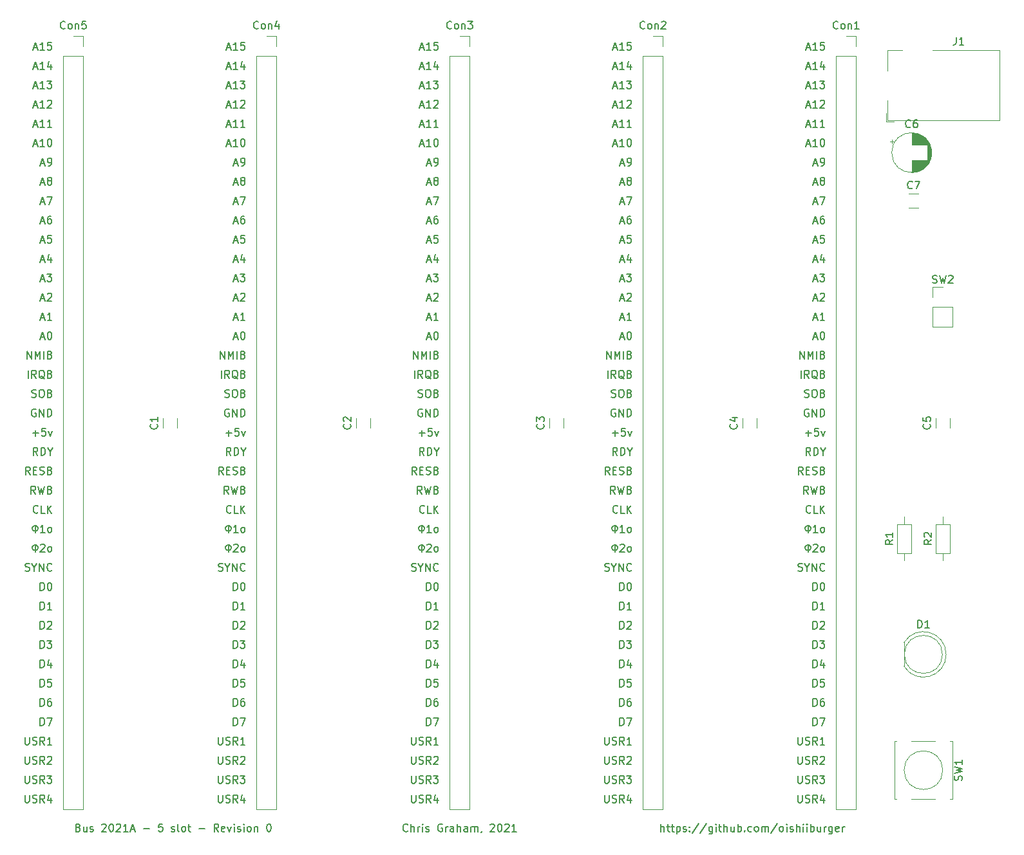
<source format=gbr>
%TF.GenerationSoftware,KiCad,Pcbnew,5.1.9+dfsg1-1*%
%TF.CreationDate,2021-08-13T01:52:04-07:00*%
%TF.ProjectId,Bus2021A_5Slot,42757332-3032-4314-915f-35536c6f742e,0*%
%TF.SameCoordinates,Original*%
%TF.FileFunction,Legend,Top*%
%TF.FilePolarity,Positive*%
%FSLAX46Y46*%
G04 Gerber Fmt 4.6, Leading zero omitted, Abs format (unit mm)*
G04 Created by KiCad (PCBNEW 5.1.9+dfsg1-1) date 2021-08-13 01:52:04*
%MOMM*%
%LPD*%
G01*
G04 APERTURE LIST*
%ADD10C,0.150000*%
%ADD11C,0.120000*%
G04 APERTURE END LIST*
D10*
X121918214Y-112482380D02*
X121918214Y-113291904D01*
X121965833Y-113387142D01*
X122013452Y-113434761D01*
X122108690Y-113482380D01*
X122299166Y-113482380D01*
X122394404Y-113434761D01*
X122442023Y-113387142D01*
X122489642Y-113291904D01*
X122489642Y-112482380D01*
X122918214Y-113434761D02*
X123061071Y-113482380D01*
X123299166Y-113482380D01*
X123394404Y-113434761D01*
X123442023Y-113387142D01*
X123489642Y-113291904D01*
X123489642Y-113196666D01*
X123442023Y-113101428D01*
X123394404Y-113053809D01*
X123299166Y-113006190D01*
X123108690Y-112958571D01*
X123013452Y-112910952D01*
X122965833Y-112863333D01*
X122918214Y-112768095D01*
X122918214Y-112672857D01*
X122965833Y-112577619D01*
X123013452Y-112530000D01*
X123108690Y-112482380D01*
X123346785Y-112482380D01*
X123489642Y-112530000D01*
X124489642Y-113482380D02*
X124156309Y-113006190D01*
X123918214Y-113482380D02*
X123918214Y-112482380D01*
X124299166Y-112482380D01*
X124394404Y-112530000D01*
X124442023Y-112577619D01*
X124489642Y-112672857D01*
X124489642Y-112815714D01*
X124442023Y-112910952D01*
X124394404Y-112958571D01*
X124299166Y-113006190D01*
X123918214Y-113006190D01*
X125442023Y-113482380D02*
X124870595Y-113482380D01*
X125156309Y-113482380D02*
X125156309Y-112482380D01*
X125061071Y-112625238D01*
X124965833Y-112720476D01*
X124870595Y-112768095D01*
X122203928Y-62682380D02*
X122203928Y-61682380D01*
X122775357Y-62682380D01*
X122775357Y-61682380D01*
X123251547Y-62682380D02*
X123251547Y-61682380D01*
X123584880Y-62396666D01*
X123918214Y-61682380D01*
X123918214Y-62682380D01*
X124394404Y-62682380D02*
X124394404Y-61682380D01*
X125203928Y-62158571D02*
X125346785Y-62206190D01*
X125394404Y-62253809D01*
X125442023Y-62349047D01*
X125442023Y-62491904D01*
X125394404Y-62587142D01*
X125346785Y-62634761D01*
X125251547Y-62682380D01*
X124870595Y-62682380D01*
X124870595Y-61682380D01*
X125203928Y-61682380D01*
X125299166Y-61730000D01*
X125346785Y-61777619D01*
X125394404Y-61872857D01*
X125394404Y-61968095D01*
X125346785Y-62063333D01*
X125299166Y-62110952D01*
X125203928Y-62158571D01*
X124870595Y-62158571D01*
X123061071Y-34456666D02*
X123537261Y-34456666D01*
X122965833Y-34742380D02*
X123299166Y-33742380D01*
X123632500Y-34742380D01*
X124489642Y-34742380D02*
X123918214Y-34742380D01*
X124203928Y-34742380D02*
X124203928Y-33742380D01*
X124108690Y-33885238D01*
X124013452Y-33980476D01*
X123918214Y-34028095D01*
X125108690Y-33742380D02*
X125203928Y-33742380D01*
X125299166Y-33790000D01*
X125346785Y-33837619D01*
X125394404Y-33932857D01*
X125442023Y-34123333D01*
X125442023Y-34361428D01*
X125394404Y-34551904D01*
X125346785Y-34647142D01*
X125299166Y-34694761D01*
X125203928Y-34742380D01*
X125108690Y-34742380D01*
X125013452Y-34694761D01*
X124965833Y-34647142D01*
X124918214Y-34551904D01*
X124870595Y-34361428D01*
X124870595Y-34123333D01*
X124918214Y-33932857D01*
X124965833Y-33837619D01*
X125013452Y-33790000D01*
X125108690Y-33742380D01*
X123918214Y-108402380D02*
X123918214Y-107402380D01*
X124156309Y-107402380D01*
X124299166Y-107450000D01*
X124394404Y-107545238D01*
X124442023Y-107640476D01*
X124489642Y-107830952D01*
X124489642Y-107973809D01*
X124442023Y-108164285D01*
X124394404Y-108259523D01*
X124299166Y-108354761D01*
X124156309Y-108402380D01*
X123918214Y-108402380D01*
X125346785Y-107402380D02*
X125156309Y-107402380D01*
X125061071Y-107450000D01*
X125013452Y-107497619D01*
X124918214Y-107640476D01*
X124870595Y-107830952D01*
X124870595Y-108211904D01*
X124918214Y-108307142D01*
X124965833Y-108354761D01*
X125061071Y-108402380D01*
X125251547Y-108402380D01*
X125346785Y-108354761D01*
X125394404Y-108307142D01*
X125442023Y-108211904D01*
X125442023Y-107973809D01*
X125394404Y-107878571D01*
X125346785Y-107830952D01*
X125251547Y-107783333D01*
X125061071Y-107783333D01*
X124965833Y-107830952D01*
X124918214Y-107878571D01*
X124870595Y-107973809D01*
X123632500Y-82907142D02*
X123584880Y-82954761D01*
X123442023Y-83002380D01*
X123346785Y-83002380D01*
X123203928Y-82954761D01*
X123108690Y-82859523D01*
X123061071Y-82764285D01*
X123013452Y-82573809D01*
X123013452Y-82430952D01*
X123061071Y-82240476D01*
X123108690Y-82145238D01*
X123203928Y-82050000D01*
X123346785Y-82002380D01*
X123442023Y-82002380D01*
X123584880Y-82050000D01*
X123632500Y-82097619D01*
X124537261Y-83002380D02*
X124061071Y-83002380D01*
X124061071Y-82002380D01*
X124870595Y-83002380D02*
X124870595Y-82002380D01*
X125442023Y-83002380D02*
X125013452Y-82430952D01*
X125442023Y-82002380D02*
X124870595Y-82573809D01*
X124013452Y-39536666D02*
X124489642Y-39536666D01*
X123918214Y-39822380D02*
X124251547Y-38822380D01*
X124584880Y-39822380D01*
X125061071Y-39250952D02*
X124965833Y-39203333D01*
X124918214Y-39155714D01*
X124870595Y-39060476D01*
X124870595Y-39012857D01*
X124918214Y-38917619D01*
X124965833Y-38870000D01*
X125061071Y-38822380D01*
X125251547Y-38822380D01*
X125346785Y-38870000D01*
X125394404Y-38917619D01*
X125442023Y-39012857D01*
X125442023Y-39060476D01*
X125394404Y-39155714D01*
X125346785Y-39203333D01*
X125251547Y-39250952D01*
X125061071Y-39250952D01*
X124965833Y-39298571D01*
X124918214Y-39346190D01*
X124870595Y-39441428D01*
X124870595Y-39631904D01*
X124918214Y-39727142D01*
X124965833Y-39774761D01*
X125061071Y-39822380D01*
X125251547Y-39822380D01*
X125346785Y-39774761D01*
X125394404Y-39727142D01*
X125442023Y-39631904D01*
X125442023Y-39441428D01*
X125394404Y-39346190D01*
X125346785Y-39298571D01*
X125251547Y-39250952D01*
X123061071Y-24296666D02*
X123537261Y-24296666D01*
X122965833Y-24582380D02*
X123299166Y-23582380D01*
X123632500Y-24582380D01*
X124489642Y-24582380D02*
X123918214Y-24582380D01*
X124203928Y-24582380D02*
X124203928Y-23582380D01*
X124108690Y-23725238D01*
X124013452Y-23820476D01*
X123918214Y-23868095D01*
X125346785Y-23915714D02*
X125346785Y-24582380D01*
X125108690Y-23534761D02*
X124870595Y-24249047D01*
X125489642Y-24249047D01*
X124013452Y-42076666D02*
X124489642Y-42076666D01*
X123918214Y-42362380D02*
X124251547Y-41362380D01*
X124584880Y-42362380D01*
X124822976Y-41362380D02*
X125489642Y-41362380D01*
X125061071Y-42362380D01*
X124013452Y-44616666D02*
X124489642Y-44616666D01*
X123918214Y-44902380D02*
X124251547Y-43902380D01*
X124584880Y-44902380D01*
X125346785Y-43902380D02*
X125156309Y-43902380D01*
X125061071Y-43950000D01*
X125013452Y-43997619D01*
X124918214Y-44140476D01*
X124870595Y-44330952D01*
X124870595Y-44711904D01*
X124918214Y-44807142D01*
X124965833Y-44854761D01*
X125061071Y-44902380D01*
X125251547Y-44902380D01*
X125346785Y-44854761D01*
X125394404Y-44807142D01*
X125442023Y-44711904D01*
X125442023Y-44473809D01*
X125394404Y-44378571D01*
X125346785Y-44330952D01*
X125251547Y-44283333D01*
X125061071Y-44283333D01*
X124965833Y-44330952D01*
X124918214Y-44378571D01*
X124870595Y-44473809D01*
X121918214Y-117562380D02*
X121918214Y-118371904D01*
X121965833Y-118467142D01*
X122013452Y-118514761D01*
X122108690Y-118562380D01*
X122299166Y-118562380D01*
X122394404Y-118514761D01*
X122442023Y-118467142D01*
X122489642Y-118371904D01*
X122489642Y-117562380D01*
X122918214Y-118514761D02*
X123061071Y-118562380D01*
X123299166Y-118562380D01*
X123394404Y-118514761D01*
X123442023Y-118467142D01*
X123489642Y-118371904D01*
X123489642Y-118276666D01*
X123442023Y-118181428D01*
X123394404Y-118133809D01*
X123299166Y-118086190D01*
X123108690Y-118038571D01*
X123013452Y-117990952D01*
X122965833Y-117943333D01*
X122918214Y-117848095D01*
X122918214Y-117752857D01*
X122965833Y-117657619D01*
X123013452Y-117610000D01*
X123108690Y-117562380D01*
X123346785Y-117562380D01*
X123489642Y-117610000D01*
X124489642Y-118562380D02*
X124156309Y-118086190D01*
X123918214Y-118562380D02*
X123918214Y-117562380D01*
X124299166Y-117562380D01*
X124394404Y-117610000D01*
X124442023Y-117657619D01*
X124489642Y-117752857D01*
X124489642Y-117895714D01*
X124442023Y-117990952D01*
X124394404Y-118038571D01*
X124299166Y-118086190D01*
X123918214Y-118086190D01*
X124822976Y-117562380D02*
X125442023Y-117562380D01*
X125108690Y-117943333D01*
X125251547Y-117943333D01*
X125346785Y-117990952D01*
X125394404Y-118038571D01*
X125442023Y-118133809D01*
X125442023Y-118371904D01*
X125394404Y-118467142D01*
X125346785Y-118514761D01*
X125251547Y-118562380D01*
X124965833Y-118562380D01*
X124870595Y-118514761D01*
X124822976Y-118467142D01*
X124013452Y-59856666D02*
X124489642Y-59856666D01*
X123918214Y-60142380D02*
X124251547Y-59142380D01*
X124584880Y-60142380D01*
X125108690Y-59142380D02*
X125203928Y-59142380D01*
X125299166Y-59190000D01*
X125346785Y-59237619D01*
X125394404Y-59332857D01*
X125442023Y-59523333D01*
X125442023Y-59761428D01*
X125394404Y-59951904D01*
X125346785Y-60047142D01*
X125299166Y-60094761D01*
X125203928Y-60142380D01*
X125108690Y-60142380D01*
X125013452Y-60094761D01*
X124965833Y-60047142D01*
X124918214Y-59951904D01*
X124870595Y-59761428D01*
X124870595Y-59523333D01*
X124918214Y-59332857D01*
X124965833Y-59237619D01*
X125013452Y-59190000D01*
X125108690Y-59142380D01*
X123918214Y-105862380D02*
X123918214Y-104862380D01*
X124156309Y-104862380D01*
X124299166Y-104910000D01*
X124394404Y-105005238D01*
X124442023Y-105100476D01*
X124489642Y-105290952D01*
X124489642Y-105433809D01*
X124442023Y-105624285D01*
X124394404Y-105719523D01*
X124299166Y-105814761D01*
X124156309Y-105862380D01*
X123918214Y-105862380D01*
X125394404Y-104862380D02*
X124918214Y-104862380D01*
X124870595Y-105338571D01*
X124918214Y-105290952D01*
X125013452Y-105243333D01*
X125251547Y-105243333D01*
X125346785Y-105290952D01*
X125394404Y-105338571D01*
X125442023Y-105433809D01*
X125442023Y-105671904D01*
X125394404Y-105767142D01*
X125346785Y-105814761D01*
X125251547Y-105862380D01*
X125013452Y-105862380D01*
X124918214Y-105814761D01*
X124870595Y-105767142D01*
X122822976Y-67714761D02*
X122965833Y-67762380D01*
X123203928Y-67762380D01*
X123299166Y-67714761D01*
X123346785Y-67667142D01*
X123394404Y-67571904D01*
X123394404Y-67476666D01*
X123346785Y-67381428D01*
X123299166Y-67333809D01*
X123203928Y-67286190D01*
X123013452Y-67238571D01*
X122918214Y-67190952D01*
X122870595Y-67143333D01*
X122822976Y-67048095D01*
X122822976Y-66952857D01*
X122870595Y-66857619D01*
X122918214Y-66810000D01*
X123013452Y-66762380D01*
X123251547Y-66762380D01*
X123394404Y-66810000D01*
X124013452Y-66762380D02*
X124203928Y-66762380D01*
X124299166Y-66810000D01*
X124394404Y-66905238D01*
X124442023Y-67095714D01*
X124442023Y-67429047D01*
X124394404Y-67619523D01*
X124299166Y-67714761D01*
X124203928Y-67762380D01*
X124013452Y-67762380D01*
X123918214Y-67714761D01*
X123822976Y-67619523D01*
X123775357Y-67429047D01*
X123775357Y-67095714D01*
X123822976Y-66905238D01*
X123918214Y-66810000D01*
X124013452Y-66762380D01*
X125203928Y-67238571D02*
X125346785Y-67286190D01*
X125394404Y-67333809D01*
X125442023Y-67429047D01*
X125442023Y-67571904D01*
X125394404Y-67667142D01*
X125346785Y-67714761D01*
X125251547Y-67762380D01*
X124870595Y-67762380D01*
X124870595Y-66762380D01*
X125203928Y-66762380D01*
X125299166Y-66810000D01*
X125346785Y-66857619D01*
X125394404Y-66952857D01*
X125394404Y-67048095D01*
X125346785Y-67143333D01*
X125299166Y-67190952D01*
X125203928Y-67238571D01*
X124870595Y-67238571D01*
X123918214Y-110942380D02*
X123918214Y-109942380D01*
X124156309Y-109942380D01*
X124299166Y-109990000D01*
X124394404Y-110085238D01*
X124442023Y-110180476D01*
X124489642Y-110370952D01*
X124489642Y-110513809D01*
X124442023Y-110704285D01*
X124394404Y-110799523D01*
X124299166Y-110894761D01*
X124156309Y-110942380D01*
X123918214Y-110942380D01*
X124822976Y-109942380D02*
X125489642Y-109942380D01*
X125061071Y-110942380D01*
X123299166Y-80462380D02*
X122965833Y-79986190D01*
X122727738Y-80462380D02*
X122727738Y-79462380D01*
X123108690Y-79462380D01*
X123203928Y-79510000D01*
X123251547Y-79557619D01*
X123299166Y-79652857D01*
X123299166Y-79795714D01*
X123251547Y-79890952D01*
X123203928Y-79938571D01*
X123108690Y-79986190D01*
X122727738Y-79986190D01*
X123632500Y-79462380D02*
X123870595Y-80462380D01*
X124061071Y-79748095D01*
X124251547Y-80462380D01*
X124489642Y-79462380D01*
X125203928Y-79938571D02*
X125346785Y-79986190D01*
X125394404Y-80033809D01*
X125442023Y-80129047D01*
X125442023Y-80271904D01*
X125394404Y-80367142D01*
X125346785Y-80414761D01*
X125251547Y-80462380D01*
X124870595Y-80462380D01*
X124870595Y-79462380D01*
X125203928Y-79462380D01*
X125299166Y-79510000D01*
X125346785Y-79557619D01*
X125394404Y-79652857D01*
X125394404Y-79748095D01*
X125346785Y-79843333D01*
X125299166Y-79890952D01*
X125203928Y-79938571D01*
X124870595Y-79938571D01*
X124013452Y-47156666D02*
X124489642Y-47156666D01*
X123918214Y-47442380D02*
X124251547Y-46442380D01*
X124584880Y-47442380D01*
X125394404Y-46442380D02*
X124918214Y-46442380D01*
X124870595Y-46918571D01*
X124918214Y-46870952D01*
X125013452Y-46823333D01*
X125251547Y-46823333D01*
X125346785Y-46870952D01*
X125394404Y-46918571D01*
X125442023Y-47013809D01*
X125442023Y-47251904D01*
X125394404Y-47347142D01*
X125346785Y-47394761D01*
X125251547Y-47442380D01*
X125013452Y-47442380D01*
X124918214Y-47394761D01*
X124870595Y-47347142D01*
X123346785Y-69350000D02*
X123251547Y-69302380D01*
X123108690Y-69302380D01*
X122965833Y-69350000D01*
X122870595Y-69445238D01*
X122822976Y-69540476D01*
X122775357Y-69730952D01*
X122775357Y-69873809D01*
X122822976Y-70064285D01*
X122870595Y-70159523D01*
X122965833Y-70254761D01*
X123108690Y-70302380D01*
X123203928Y-70302380D01*
X123346785Y-70254761D01*
X123394404Y-70207142D01*
X123394404Y-69873809D01*
X123203928Y-69873809D01*
X123822976Y-70302380D02*
X123822976Y-69302380D01*
X124394404Y-70302380D01*
X124394404Y-69302380D01*
X124870595Y-70302380D02*
X124870595Y-69302380D01*
X125108690Y-69302380D01*
X125251547Y-69350000D01*
X125346785Y-69445238D01*
X125394404Y-69540476D01*
X125442023Y-69730952D01*
X125442023Y-69873809D01*
X125394404Y-70064285D01*
X125346785Y-70159523D01*
X125251547Y-70254761D01*
X125108690Y-70302380D01*
X124870595Y-70302380D01*
X122584880Y-77922380D02*
X122251547Y-77446190D01*
X122013452Y-77922380D02*
X122013452Y-76922380D01*
X122394404Y-76922380D01*
X122489642Y-76970000D01*
X122537261Y-77017619D01*
X122584880Y-77112857D01*
X122584880Y-77255714D01*
X122537261Y-77350952D01*
X122489642Y-77398571D01*
X122394404Y-77446190D01*
X122013452Y-77446190D01*
X123013452Y-77398571D02*
X123346785Y-77398571D01*
X123489642Y-77922380D02*
X123013452Y-77922380D01*
X123013452Y-76922380D01*
X123489642Y-76922380D01*
X123870595Y-77874761D02*
X124013452Y-77922380D01*
X124251547Y-77922380D01*
X124346785Y-77874761D01*
X124394404Y-77827142D01*
X124442023Y-77731904D01*
X124442023Y-77636666D01*
X124394404Y-77541428D01*
X124346785Y-77493809D01*
X124251547Y-77446190D01*
X124061071Y-77398571D01*
X123965833Y-77350952D01*
X123918214Y-77303333D01*
X123870595Y-77208095D01*
X123870595Y-77112857D01*
X123918214Y-77017619D01*
X123965833Y-76970000D01*
X124061071Y-76922380D01*
X124299166Y-76922380D01*
X124442023Y-76970000D01*
X125203928Y-77398571D02*
X125346785Y-77446190D01*
X125394404Y-77493809D01*
X125442023Y-77589047D01*
X125442023Y-77731904D01*
X125394404Y-77827142D01*
X125346785Y-77874761D01*
X125251547Y-77922380D01*
X124870595Y-77922380D01*
X124870595Y-76922380D01*
X125203928Y-76922380D01*
X125299166Y-76970000D01*
X125346785Y-77017619D01*
X125394404Y-77112857D01*
X125394404Y-77208095D01*
X125346785Y-77303333D01*
X125299166Y-77350952D01*
X125203928Y-77398571D01*
X124870595Y-77398571D01*
X123918214Y-103322380D02*
X123918214Y-102322380D01*
X124156309Y-102322380D01*
X124299166Y-102370000D01*
X124394404Y-102465238D01*
X124442023Y-102560476D01*
X124489642Y-102750952D01*
X124489642Y-102893809D01*
X124442023Y-103084285D01*
X124394404Y-103179523D01*
X124299166Y-103274761D01*
X124156309Y-103322380D01*
X123918214Y-103322380D01*
X125346785Y-102655714D02*
X125346785Y-103322380D01*
X125108690Y-102274761D02*
X124870595Y-102989047D01*
X125489642Y-102989047D01*
X123918214Y-100782380D02*
X123918214Y-99782380D01*
X124156309Y-99782380D01*
X124299166Y-99830000D01*
X124394404Y-99925238D01*
X124442023Y-100020476D01*
X124489642Y-100210952D01*
X124489642Y-100353809D01*
X124442023Y-100544285D01*
X124394404Y-100639523D01*
X124299166Y-100734761D01*
X124156309Y-100782380D01*
X123918214Y-100782380D01*
X124822976Y-99782380D02*
X125442023Y-99782380D01*
X125108690Y-100163333D01*
X125251547Y-100163333D01*
X125346785Y-100210952D01*
X125394404Y-100258571D01*
X125442023Y-100353809D01*
X125442023Y-100591904D01*
X125394404Y-100687142D01*
X125346785Y-100734761D01*
X125251547Y-100782380D01*
X124965833Y-100782380D01*
X124870595Y-100734761D01*
X124822976Y-100687142D01*
X123584880Y-75382380D02*
X123251547Y-74906190D01*
X123013452Y-75382380D02*
X123013452Y-74382380D01*
X123394404Y-74382380D01*
X123489642Y-74430000D01*
X123537261Y-74477619D01*
X123584880Y-74572857D01*
X123584880Y-74715714D01*
X123537261Y-74810952D01*
X123489642Y-74858571D01*
X123394404Y-74906190D01*
X123013452Y-74906190D01*
X124013452Y-75382380D02*
X124013452Y-74382380D01*
X124251547Y-74382380D01*
X124394404Y-74430000D01*
X124489642Y-74525238D01*
X124537261Y-74620476D01*
X124584880Y-74810952D01*
X124584880Y-74953809D01*
X124537261Y-75144285D01*
X124489642Y-75239523D01*
X124394404Y-75334761D01*
X124251547Y-75382380D01*
X124013452Y-75382380D01*
X125203928Y-74906190D02*
X125203928Y-75382380D01*
X124870595Y-74382380D02*
X125203928Y-74906190D01*
X125537261Y-74382380D01*
X123251547Y-88082380D02*
X123251547Y-87082380D01*
X123156309Y-87225238D02*
X123346785Y-87225238D01*
X123489642Y-87272857D01*
X123584880Y-87368095D01*
X123632500Y-87463333D01*
X123632500Y-87653809D01*
X123584880Y-87749047D01*
X123489642Y-87844285D01*
X123346785Y-87891904D01*
X123156309Y-87891904D01*
X123013452Y-87844285D01*
X122918214Y-87749047D01*
X122870595Y-87653809D01*
X122870595Y-87463333D01*
X122918214Y-87368095D01*
X123013452Y-87272857D01*
X123156309Y-87225238D01*
X123965833Y-87177619D02*
X124013452Y-87130000D01*
X124108690Y-87082380D01*
X124346785Y-87082380D01*
X124442023Y-87130000D01*
X124489642Y-87177619D01*
X124537261Y-87272857D01*
X124537261Y-87368095D01*
X124489642Y-87510952D01*
X123918214Y-88082380D01*
X124537261Y-88082380D01*
X125108690Y-88082380D02*
X125013452Y-88034761D01*
X124965833Y-87987142D01*
X124918214Y-87891904D01*
X124918214Y-87606190D01*
X124965833Y-87510952D01*
X125013452Y-87463333D01*
X125108690Y-87415714D01*
X125251547Y-87415714D01*
X125346785Y-87463333D01*
X125394404Y-87510952D01*
X125442023Y-87606190D01*
X125442023Y-87891904D01*
X125394404Y-87987142D01*
X125346785Y-88034761D01*
X125251547Y-88082380D01*
X125108690Y-88082380D01*
X121965833Y-90574761D02*
X122108690Y-90622380D01*
X122346785Y-90622380D01*
X122442023Y-90574761D01*
X122489642Y-90527142D01*
X122537261Y-90431904D01*
X122537261Y-90336666D01*
X122489642Y-90241428D01*
X122442023Y-90193809D01*
X122346785Y-90146190D01*
X122156309Y-90098571D01*
X122061071Y-90050952D01*
X122013452Y-90003333D01*
X121965833Y-89908095D01*
X121965833Y-89812857D01*
X122013452Y-89717619D01*
X122061071Y-89670000D01*
X122156309Y-89622380D01*
X122394404Y-89622380D01*
X122537261Y-89670000D01*
X123156309Y-90146190D02*
X123156309Y-90622380D01*
X122822976Y-89622380D02*
X123156309Y-90146190D01*
X123489642Y-89622380D01*
X123822976Y-90622380D02*
X123822976Y-89622380D01*
X124394404Y-90622380D01*
X124394404Y-89622380D01*
X125442023Y-90527142D02*
X125394404Y-90574761D01*
X125251547Y-90622380D01*
X125156309Y-90622380D01*
X125013452Y-90574761D01*
X124918214Y-90479523D01*
X124870595Y-90384285D01*
X124822976Y-90193809D01*
X124822976Y-90050952D01*
X124870595Y-89860476D01*
X124918214Y-89765238D01*
X125013452Y-89670000D01*
X125156309Y-89622380D01*
X125251547Y-89622380D01*
X125394404Y-89670000D01*
X125442023Y-89717619D01*
X124013452Y-57316666D02*
X124489642Y-57316666D01*
X123918214Y-57602380D02*
X124251547Y-56602380D01*
X124584880Y-57602380D01*
X125442023Y-57602380D02*
X124870595Y-57602380D01*
X125156309Y-57602380D02*
X125156309Y-56602380D01*
X125061071Y-56745238D01*
X124965833Y-56840476D01*
X124870595Y-56888095D01*
X122918214Y-72461428D02*
X123680119Y-72461428D01*
X123299166Y-72842380D02*
X123299166Y-72080476D01*
X124632500Y-71842380D02*
X124156309Y-71842380D01*
X124108690Y-72318571D01*
X124156309Y-72270952D01*
X124251547Y-72223333D01*
X124489642Y-72223333D01*
X124584880Y-72270952D01*
X124632500Y-72318571D01*
X124680119Y-72413809D01*
X124680119Y-72651904D01*
X124632500Y-72747142D01*
X124584880Y-72794761D01*
X124489642Y-72842380D01*
X124251547Y-72842380D01*
X124156309Y-72794761D01*
X124108690Y-72747142D01*
X125013452Y-72175714D02*
X125251547Y-72842380D01*
X125489642Y-72175714D01*
X123918214Y-95702380D02*
X123918214Y-94702380D01*
X124156309Y-94702380D01*
X124299166Y-94750000D01*
X124394404Y-94845238D01*
X124442023Y-94940476D01*
X124489642Y-95130952D01*
X124489642Y-95273809D01*
X124442023Y-95464285D01*
X124394404Y-95559523D01*
X124299166Y-95654761D01*
X124156309Y-95702380D01*
X123918214Y-95702380D01*
X125442023Y-95702380D02*
X124870595Y-95702380D01*
X125156309Y-95702380D02*
X125156309Y-94702380D01*
X125061071Y-94845238D01*
X124965833Y-94940476D01*
X124870595Y-94988095D01*
X123918214Y-98242380D02*
X123918214Y-97242380D01*
X124156309Y-97242380D01*
X124299166Y-97290000D01*
X124394404Y-97385238D01*
X124442023Y-97480476D01*
X124489642Y-97670952D01*
X124489642Y-97813809D01*
X124442023Y-98004285D01*
X124394404Y-98099523D01*
X124299166Y-98194761D01*
X124156309Y-98242380D01*
X123918214Y-98242380D01*
X124870595Y-97337619D02*
X124918214Y-97290000D01*
X125013452Y-97242380D01*
X125251547Y-97242380D01*
X125346785Y-97290000D01*
X125394404Y-97337619D01*
X125442023Y-97432857D01*
X125442023Y-97528095D01*
X125394404Y-97670952D01*
X124822976Y-98242380D01*
X125442023Y-98242380D01*
X123061071Y-21756666D02*
X123537261Y-21756666D01*
X122965833Y-22042380D02*
X123299166Y-21042380D01*
X123632500Y-22042380D01*
X124489642Y-22042380D02*
X123918214Y-22042380D01*
X124203928Y-22042380D02*
X124203928Y-21042380D01*
X124108690Y-21185238D01*
X124013452Y-21280476D01*
X123918214Y-21328095D01*
X125394404Y-21042380D02*
X124918214Y-21042380D01*
X124870595Y-21518571D01*
X124918214Y-21470952D01*
X125013452Y-21423333D01*
X125251547Y-21423333D01*
X125346785Y-21470952D01*
X125394404Y-21518571D01*
X125442023Y-21613809D01*
X125442023Y-21851904D01*
X125394404Y-21947142D01*
X125346785Y-21994761D01*
X125251547Y-22042380D01*
X125013452Y-22042380D01*
X124918214Y-21994761D01*
X124870595Y-21947142D01*
X121918214Y-120102380D02*
X121918214Y-120911904D01*
X121965833Y-121007142D01*
X122013452Y-121054761D01*
X122108690Y-121102380D01*
X122299166Y-121102380D01*
X122394404Y-121054761D01*
X122442023Y-121007142D01*
X122489642Y-120911904D01*
X122489642Y-120102380D01*
X122918214Y-121054761D02*
X123061071Y-121102380D01*
X123299166Y-121102380D01*
X123394404Y-121054761D01*
X123442023Y-121007142D01*
X123489642Y-120911904D01*
X123489642Y-120816666D01*
X123442023Y-120721428D01*
X123394404Y-120673809D01*
X123299166Y-120626190D01*
X123108690Y-120578571D01*
X123013452Y-120530952D01*
X122965833Y-120483333D01*
X122918214Y-120388095D01*
X122918214Y-120292857D01*
X122965833Y-120197619D01*
X123013452Y-120150000D01*
X123108690Y-120102380D01*
X123346785Y-120102380D01*
X123489642Y-120150000D01*
X124489642Y-121102380D02*
X124156309Y-120626190D01*
X123918214Y-121102380D02*
X123918214Y-120102380D01*
X124299166Y-120102380D01*
X124394404Y-120150000D01*
X124442023Y-120197619D01*
X124489642Y-120292857D01*
X124489642Y-120435714D01*
X124442023Y-120530952D01*
X124394404Y-120578571D01*
X124299166Y-120626190D01*
X123918214Y-120626190D01*
X125346785Y-120435714D02*
X125346785Y-121102380D01*
X125108690Y-120054761D02*
X124870595Y-120769047D01*
X125489642Y-120769047D01*
X124013452Y-54776666D02*
X124489642Y-54776666D01*
X123918214Y-55062380D02*
X124251547Y-54062380D01*
X124584880Y-55062380D01*
X124870595Y-54157619D02*
X124918214Y-54110000D01*
X125013452Y-54062380D01*
X125251547Y-54062380D01*
X125346785Y-54110000D01*
X125394404Y-54157619D01*
X125442023Y-54252857D01*
X125442023Y-54348095D01*
X125394404Y-54490952D01*
X124822976Y-55062380D01*
X125442023Y-55062380D01*
X123061071Y-31916666D02*
X123537261Y-31916666D01*
X122965833Y-32202380D02*
X123299166Y-31202380D01*
X123632500Y-32202380D01*
X124489642Y-32202380D02*
X123918214Y-32202380D01*
X124203928Y-32202380D02*
X124203928Y-31202380D01*
X124108690Y-31345238D01*
X124013452Y-31440476D01*
X123918214Y-31488095D01*
X125442023Y-32202380D02*
X124870595Y-32202380D01*
X125156309Y-32202380D02*
X125156309Y-31202380D01*
X125061071Y-31345238D01*
X124965833Y-31440476D01*
X124870595Y-31488095D01*
X121918214Y-115022380D02*
X121918214Y-115831904D01*
X121965833Y-115927142D01*
X122013452Y-115974761D01*
X122108690Y-116022380D01*
X122299166Y-116022380D01*
X122394404Y-115974761D01*
X122442023Y-115927142D01*
X122489642Y-115831904D01*
X122489642Y-115022380D01*
X122918214Y-115974761D02*
X123061071Y-116022380D01*
X123299166Y-116022380D01*
X123394404Y-115974761D01*
X123442023Y-115927142D01*
X123489642Y-115831904D01*
X123489642Y-115736666D01*
X123442023Y-115641428D01*
X123394404Y-115593809D01*
X123299166Y-115546190D01*
X123108690Y-115498571D01*
X123013452Y-115450952D01*
X122965833Y-115403333D01*
X122918214Y-115308095D01*
X122918214Y-115212857D01*
X122965833Y-115117619D01*
X123013452Y-115070000D01*
X123108690Y-115022380D01*
X123346785Y-115022380D01*
X123489642Y-115070000D01*
X124489642Y-116022380D02*
X124156309Y-115546190D01*
X123918214Y-116022380D02*
X123918214Y-115022380D01*
X124299166Y-115022380D01*
X124394404Y-115070000D01*
X124442023Y-115117619D01*
X124489642Y-115212857D01*
X124489642Y-115355714D01*
X124442023Y-115450952D01*
X124394404Y-115498571D01*
X124299166Y-115546190D01*
X123918214Y-115546190D01*
X124870595Y-115117619D02*
X124918214Y-115070000D01*
X125013452Y-115022380D01*
X125251547Y-115022380D01*
X125346785Y-115070000D01*
X125394404Y-115117619D01*
X125442023Y-115212857D01*
X125442023Y-115308095D01*
X125394404Y-115450952D01*
X124822976Y-116022380D01*
X125442023Y-116022380D01*
X124013452Y-36996666D02*
X124489642Y-36996666D01*
X123918214Y-37282380D02*
X124251547Y-36282380D01*
X124584880Y-37282380D01*
X124965833Y-37282380D02*
X125156309Y-37282380D01*
X125251547Y-37234761D01*
X125299166Y-37187142D01*
X125394404Y-37044285D01*
X125442023Y-36853809D01*
X125442023Y-36472857D01*
X125394404Y-36377619D01*
X125346785Y-36330000D01*
X125251547Y-36282380D01*
X125061071Y-36282380D01*
X124965833Y-36330000D01*
X124918214Y-36377619D01*
X124870595Y-36472857D01*
X124870595Y-36710952D01*
X124918214Y-36806190D01*
X124965833Y-36853809D01*
X125061071Y-36901428D01*
X125251547Y-36901428D01*
X125346785Y-36853809D01*
X125394404Y-36806190D01*
X125442023Y-36710952D01*
X124013452Y-52236666D02*
X124489642Y-52236666D01*
X123918214Y-52522380D02*
X124251547Y-51522380D01*
X124584880Y-52522380D01*
X124822976Y-51522380D02*
X125442023Y-51522380D01*
X125108690Y-51903333D01*
X125251547Y-51903333D01*
X125346785Y-51950952D01*
X125394404Y-51998571D01*
X125442023Y-52093809D01*
X125442023Y-52331904D01*
X125394404Y-52427142D01*
X125346785Y-52474761D01*
X125251547Y-52522380D01*
X124965833Y-52522380D01*
X124870595Y-52474761D01*
X124822976Y-52427142D01*
X122346785Y-65222380D02*
X122346785Y-64222380D01*
X123394404Y-65222380D02*
X123061071Y-64746190D01*
X122822976Y-65222380D02*
X122822976Y-64222380D01*
X123203928Y-64222380D01*
X123299166Y-64270000D01*
X123346785Y-64317619D01*
X123394404Y-64412857D01*
X123394404Y-64555714D01*
X123346785Y-64650952D01*
X123299166Y-64698571D01*
X123203928Y-64746190D01*
X122822976Y-64746190D01*
X124489642Y-65317619D02*
X124394404Y-65270000D01*
X124299166Y-65174761D01*
X124156309Y-65031904D01*
X124061071Y-64984285D01*
X123965833Y-64984285D01*
X124013452Y-65222380D02*
X123918214Y-65174761D01*
X123822976Y-65079523D01*
X123775357Y-64889047D01*
X123775357Y-64555714D01*
X123822976Y-64365238D01*
X123918214Y-64270000D01*
X124013452Y-64222380D01*
X124203928Y-64222380D01*
X124299166Y-64270000D01*
X124394404Y-64365238D01*
X124442023Y-64555714D01*
X124442023Y-64889047D01*
X124394404Y-65079523D01*
X124299166Y-65174761D01*
X124203928Y-65222380D01*
X124013452Y-65222380D01*
X125203928Y-64698571D02*
X125346785Y-64746190D01*
X125394404Y-64793809D01*
X125442023Y-64889047D01*
X125442023Y-65031904D01*
X125394404Y-65127142D01*
X125346785Y-65174761D01*
X125251547Y-65222380D01*
X124870595Y-65222380D01*
X124870595Y-64222380D01*
X125203928Y-64222380D01*
X125299166Y-64270000D01*
X125346785Y-64317619D01*
X125394404Y-64412857D01*
X125394404Y-64508095D01*
X125346785Y-64603333D01*
X125299166Y-64650952D01*
X125203928Y-64698571D01*
X124870595Y-64698571D01*
X124013452Y-49696666D02*
X124489642Y-49696666D01*
X123918214Y-49982380D02*
X124251547Y-48982380D01*
X124584880Y-49982380D01*
X125346785Y-49315714D02*
X125346785Y-49982380D01*
X125108690Y-48934761D02*
X124870595Y-49649047D01*
X125489642Y-49649047D01*
X123918214Y-93162380D02*
X123918214Y-92162380D01*
X124156309Y-92162380D01*
X124299166Y-92210000D01*
X124394404Y-92305238D01*
X124442023Y-92400476D01*
X124489642Y-92590952D01*
X124489642Y-92733809D01*
X124442023Y-92924285D01*
X124394404Y-93019523D01*
X124299166Y-93114761D01*
X124156309Y-93162380D01*
X123918214Y-93162380D01*
X125108690Y-92162380D02*
X125203928Y-92162380D01*
X125299166Y-92210000D01*
X125346785Y-92257619D01*
X125394404Y-92352857D01*
X125442023Y-92543333D01*
X125442023Y-92781428D01*
X125394404Y-92971904D01*
X125346785Y-93067142D01*
X125299166Y-93114761D01*
X125203928Y-93162380D01*
X125108690Y-93162380D01*
X125013452Y-93114761D01*
X124965833Y-93067142D01*
X124918214Y-92971904D01*
X124870595Y-92781428D01*
X124870595Y-92543333D01*
X124918214Y-92352857D01*
X124965833Y-92257619D01*
X125013452Y-92210000D01*
X125108690Y-92162380D01*
X123061071Y-29376666D02*
X123537261Y-29376666D01*
X122965833Y-29662380D02*
X123299166Y-28662380D01*
X123632500Y-29662380D01*
X124489642Y-29662380D02*
X123918214Y-29662380D01*
X124203928Y-29662380D02*
X124203928Y-28662380D01*
X124108690Y-28805238D01*
X124013452Y-28900476D01*
X123918214Y-28948095D01*
X124870595Y-28757619D02*
X124918214Y-28710000D01*
X125013452Y-28662380D01*
X125251547Y-28662380D01*
X125346785Y-28710000D01*
X125394404Y-28757619D01*
X125442023Y-28852857D01*
X125442023Y-28948095D01*
X125394404Y-29090952D01*
X124822976Y-29662380D01*
X125442023Y-29662380D01*
X123251547Y-85542380D02*
X123251547Y-84542380D01*
X123156309Y-84685238D02*
X123346785Y-84685238D01*
X123489642Y-84732857D01*
X123584880Y-84828095D01*
X123632500Y-84923333D01*
X123632500Y-85113809D01*
X123584880Y-85209047D01*
X123489642Y-85304285D01*
X123346785Y-85351904D01*
X123156309Y-85351904D01*
X123013452Y-85304285D01*
X122918214Y-85209047D01*
X122870595Y-85113809D01*
X122870595Y-84923333D01*
X122918214Y-84828095D01*
X123013452Y-84732857D01*
X123156309Y-84685238D01*
X124537261Y-85542380D02*
X123965833Y-85542380D01*
X124251547Y-85542380D02*
X124251547Y-84542380D01*
X124156309Y-84685238D01*
X124061071Y-84780476D01*
X123965833Y-84828095D01*
X125108690Y-85542380D02*
X125013452Y-85494761D01*
X124965833Y-85447142D01*
X124918214Y-85351904D01*
X124918214Y-85066190D01*
X124965833Y-84970952D01*
X125013452Y-84923333D01*
X125108690Y-84875714D01*
X125251547Y-84875714D01*
X125346785Y-84923333D01*
X125394404Y-84970952D01*
X125442023Y-85066190D01*
X125442023Y-85351904D01*
X125394404Y-85447142D01*
X125346785Y-85494761D01*
X125251547Y-85542380D01*
X125108690Y-85542380D01*
X123061071Y-26836666D02*
X123537261Y-26836666D01*
X122965833Y-27122380D02*
X123299166Y-26122380D01*
X123632500Y-27122380D01*
X124489642Y-27122380D02*
X123918214Y-27122380D01*
X124203928Y-27122380D02*
X124203928Y-26122380D01*
X124108690Y-26265238D01*
X124013452Y-26360476D01*
X123918214Y-26408095D01*
X124822976Y-26122380D02*
X125442023Y-26122380D01*
X125108690Y-26503333D01*
X125251547Y-26503333D01*
X125346785Y-26550952D01*
X125394404Y-26598571D01*
X125442023Y-26693809D01*
X125442023Y-26931904D01*
X125394404Y-27027142D01*
X125346785Y-27074761D01*
X125251547Y-27122380D01*
X124965833Y-27122380D01*
X124870595Y-27074761D01*
X124822976Y-27027142D01*
X97184880Y-77922380D02*
X96851547Y-77446190D01*
X96613452Y-77922380D02*
X96613452Y-76922380D01*
X96994404Y-76922380D01*
X97089642Y-76970000D01*
X97137261Y-77017619D01*
X97184880Y-77112857D01*
X97184880Y-77255714D01*
X97137261Y-77350952D01*
X97089642Y-77398571D01*
X96994404Y-77446190D01*
X96613452Y-77446190D01*
X97613452Y-77398571D02*
X97946785Y-77398571D01*
X98089642Y-77922380D02*
X97613452Y-77922380D01*
X97613452Y-76922380D01*
X98089642Y-76922380D01*
X98470595Y-77874761D02*
X98613452Y-77922380D01*
X98851547Y-77922380D01*
X98946785Y-77874761D01*
X98994404Y-77827142D01*
X99042023Y-77731904D01*
X99042023Y-77636666D01*
X98994404Y-77541428D01*
X98946785Y-77493809D01*
X98851547Y-77446190D01*
X98661071Y-77398571D01*
X98565833Y-77350952D01*
X98518214Y-77303333D01*
X98470595Y-77208095D01*
X98470595Y-77112857D01*
X98518214Y-77017619D01*
X98565833Y-76970000D01*
X98661071Y-76922380D01*
X98899166Y-76922380D01*
X99042023Y-76970000D01*
X99803928Y-77398571D02*
X99946785Y-77446190D01*
X99994404Y-77493809D01*
X100042023Y-77589047D01*
X100042023Y-77731904D01*
X99994404Y-77827142D01*
X99946785Y-77874761D01*
X99851547Y-77922380D01*
X99470595Y-77922380D01*
X99470595Y-76922380D01*
X99803928Y-76922380D01*
X99899166Y-76970000D01*
X99946785Y-77017619D01*
X99994404Y-77112857D01*
X99994404Y-77208095D01*
X99946785Y-77303333D01*
X99899166Y-77350952D01*
X99803928Y-77398571D01*
X99470595Y-77398571D01*
X98613452Y-39536666D02*
X99089642Y-39536666D01*
X98518214Y-39822380D02*
X98851547Y-38822380D01*
X99184880Y-39822380D01*
X99661071Y-39250952D02*
X99565833Y-39203333D01*
X99518214Y-39155714D01*
X99470595Y-39060476D01*
X99470595Y-39012857D01*
X99518214Y-38917619D01*
X99565833Y-38870000D01*
X99661071Y-38822380D01*
X99851547Y-38822380D01*
X99946785Y-38870000D01*
X99994404Y-38917619D01*
X100042023Y-39012857D01*
X100042023Y-39060476D01*
X99994404Y-39155714D01*
X99946785Y-39203333D01*
X99851547Y-39250952D01*
X99661071Y-39250952D01*
X99565833Y-39298571D01*
X99518214Y-39346190D01*
X99470595Y-39441428D01*
X99470595Y-39631904D01*
X99518214Y-39727142D01*
X99565833Y-39774761D01*
X99661071Y-39822380D01*
X99851547Y-39822380D01*
X99946785Y-39774761D01*
X99994404Y-39727142D01*
X100042023Y-39631904D01*
X100042023Y-39441428D01*
X99994404Y-39346190D01*
X99946785Y-39298571D01*
X99851547Y-39250952D01*
X97518214Y-72461428D02*
X98280119Y-72461428D01*
X97899166Y-72842380D02*
X97899166Y-72080476D01*
X99232500Y-71842380D02*
X98756309Y-71842380D01*
X98708690Y-72318571D01*
X98756309Y-72270952D01*
X98851547Y-72223333D01*
X99089642Y-72223333D01*
X99184880Y-72270952D01*
X99232500Y-72318571D01*
X99280119Y-72413809D01*
X99280119Y-72651904D01*
X99232500Y-72747142D01*
X99184880Y-72794761D01*
X99089642Y-72842380D01*
X98851547Y-72842380D01*
X98756309Y-72794761D01*
X98708690Y-72747142D01*
X99613452Y-72175714D02*
X99851547Y-72842380D01*
X100089642Y-72175714D01*
X97851547Y-85542380D02*
X97851547Y-84542380D01*
X97756309Y-84685238D02*
X97946785Y-84685238D01*
X98089642Y-84732857D01*
X98184880Y-84828095D01*
X98232500Y-84923333D01*
X98232500Y-85113809D01*
X98184880Y-85209047D01*
X98089642Y-85304285D01*
X97946785Y-85351904D01*
X97756309Y-85351904D01*
X97613452Y-85304285D01*
X97518214Y-85209047D01*
X97470595Y-85113809D01*
X97470595Y-84923333D01*
X97518214Y-84828095D01*
X97613452Y-84732857D01*
X97756309Y-84685238D01*
X99137261Y-85542380D02*
X98565833Y-85542380D01*
X98851547Y-85542380D02*
X98851547Y-84542380D01*
X98756309Y-84685238D01*
X98661071Y-84780476D01*
X98565833Y-84828095D01*
X99708690Y-85542380D02*
X99613452Y-85494761D01*
X99565833Y-85447142D01*
X99518214Y-85351904D01*
X99518214Y-85066190D01*
X99565833Y-84970952D01*
X99613452Y-84923333D01*
X99708690Y-84875714D01*
X99851547Y-84875714D01*
X99946785Y-84923333D01*
X99994404Y-84970952D01*
X100042023Y-85066190D01*
X100042023Y-85351904D01*
X99994404Y-85447142D01*
X99946785Y-85494761D01*
X99851547Y-85542380D01*
X99708690Y-85542380D01*
X98613452Y-44616666D02*
X99089642Y-44616666D01*
X98518214Y-44902380D02*
X98851547Y-43902380D01*
X99184880Y-44902380D01*
X99946785Y-43902380D02*
X99756309Y-43902380D01*
X99661071Y-43950000D01*
X99613452Y-43997619D01*
X99518214Y-44140476D01*
X99470595Y-44330952D01*
X99470595Y-44711904D01*
X99518214Y-44807142D01*
X99565833Y-44854761D01*
X99661071Y-44902380D01*
X99851547Y-44902380D01*
X99946785Y-44854761D01*
X99994404Y-44807142D01*
X100042023Y-44711904D01*
X100042023Y-44473809D01*
X99994404Y-44378571D01*
X99946785Y-44330952D01*
X99851547Y-44283333D01*
X99661071Y-44283333D01*
X99565833Y-44330952D01*
X99518214Y-44378571D01*
X99470595Y-44473809D01*
X97661071Y-26836666D02*
X98137261Y-26836666D01*
X97565833Y-27122380D02*
X97899166Y-26122380D01*
X98232500Y-27122380D01*
X99089642Y-27122380D02*
X98518214Y-27122380D01*
X98803928Y-27122380D02*
X98803928Y-26122380D01*
X98708690Y-26265238D01*
X98613452Y-26360476D01*
X98518214Y-26408095D01*
X99422976Y-26122380D02*
X100042023Y-26122380D01*
X99708690Y-26503333D01*
X99851547Y-26503333D01*
X99946785Y-26550952D01*
X99994404Y-26598571D01*
X100042023Y-26693809D01*
X100042023Y-26931904D01*
X99994404Y-27027142D01*
X99946785Y-27074761D01*
X99851547Y-27122380D01*
X99565833Y-27122380D01*
X99470595Y-27074761D01*
X99422976Y-27027142D01*
X98613452Y-54776666D02*
X99089642Y-54776666D01*
X98518214Y-55062380D02*
X98851547Y-54062380D01*
X99184880Y-55062380D01*
X99470595Y-54157619D02*
X99518214Y-54110000D01*
X99613452Y-54062380D01*
X99851547Y-54062380D01*
X99946785Y-54110000D01*
X99994404Y-54157619D01*
X100042023Y-54252857D01*
X100042023Y-54348095D01*
X99994404Y-54490952D01*
X99422976Y-55062380D01*
X100042023Y-55062380D01*
X97661071Y-21756666D02*
X98137261Y-21756666D01*
X97565833Y-22042380D02*
X97899166Y-21042380D01*
X98232500Y-22042380D01*
X99089642Y-22042380D02*
X98518214Y-22042380D01*
X98803928Y-22042380D02*
X98803928Y-21042380D01*
X98708690Y-21185238D01*
X98613452Y-21280476D01*
X98518214Y-21328095D01*
X99994404Y-21042380D02*
X99518214Y-21042380D01*
X99470595Y-21518571D01*
X99518214Y-21470952D01*
X99613452Y-21423333D01*
X99851547Y-21423333D01*
X99946785Y-21470952D01*
X99994404Y-21518571D01*
X100042023Y-21613809D01*
X100042023Y-21851904D01*
X99994404Y-21947142D01*
X99946785Y-21994761D01*
X99851547Y-22042380D01*
X99613452Y-22042380D01*
X99518214Y-21994761D01*
X99470595Y-21947142D01*
X97661071Y-34456666D02*
X98137261Y-34456666D01*
X97565833Y-34742380D02*
X97899166Y-33742380D01*
X98232500Y-34742380D01*
X99089642Y-34742380D02*
X98518214Y-34742380D01*
X98803928Y-34742380D02*
X98803928Y-33742380D01*
X98708690Y-33885238D01*
X98613452Y-33980476D01*
X98518214Y-34028095D01*
X99708690Y-33742380D02*
X99803928Y-33742380D01*
X99899166Y-33790000D01*
X99946785Y-33837619D01*
X99994404Y-33932857D01*
X100042023Y-34123333D01*
X100042023Y-34361428D01*
X99994404Y-34551904D01*
X99946785Y-34647142D01*
X99899166Y-34694761D01*
X99803928Y-34742380D01*
X99708690Y-34742380D01*
X99613452Y-34694761D01*
X99565833Y-34647142D01*
X99518214Y-34551904D01*
X99470595Y-34361428D01*
X99470595Y-34123333D01*
X99518214Y-33932857D01*
X99565833Y-33837619D01*
X99613452Y-33790000D01*
X99708690Y-33742380D01*
X97899166Y-80462380D02*
X97565833Y-79986190D01*
X97327738Y-80462380D02*
X97327738Y-79462380D01*
X97708690Y-79462380D01*
X97803928Y-79510000D01*
X97851547Y-79557619D01*
X97899166Y-79652857D01*
X97899166Y-79795714D01*
X97851547Y-79890952D01*
X97803928Y-79938571D01*
X97708690Y-79986190D01*
X97327738Y-79986190D01*
X98232500Y-79462380D02*
X98470595Y-80462380D01*
X98661071Y-79748095D01*
X98851547Y-80462380D01*
X99089642Y-79462380D01*
X99803928Y-79938571D02*
X99946785Y-79986190D01*
X99994404Y-80033809D01*
X100042023Y-80129047D01*
X100042023Y-80271904D01*
X99994404Y-80367142D01*
X99946785Y-80414761D01*
X99851547Y-80462380D01*
X99470595Y-80462380D01*
X99470595Y-79462380D01*
X99803928Y-79462380D01*
X99899166Y-79510000D01*
X99946785Y-79557619D01*
X99994404Y-79652857D01*
X99994404Y-79748095D01*
X99946785Y-79843333D01*
X99899166Y-79890952D01*
X99803928Y-79938571D01*
X99470595Y-79938571D01*
X96518214Y-117562380D02*
X96518214Y-118371904D01*
X96565833Y-118467142D01*
X96613452Y-118514761D01*
X96708690Y-118562380D01*
X96899166Y-118562380D01*
X96994404Y-118514761D01*
X97042023Y-118467142D01*
X97089642Y-118371904D01*
X97089642Y-117562380D01*
X97518214Y-118514761D02*
X97661071Y-118562380D01*
X97899166Y-118562380D01*
X97994404Y-118514761D01*
X98042023Y-118467142D01*
X98089642Y-118371904D01*
X98089642Y-118276666D01*
X98042023Y-118181428D01*
X97994404Y-118133809D01*
X97899166Y-118086190D01*
X97708690Y-118038571D01*
X97613452Y-117990952D01*
X97565833Y-117943333D01*
X97518214Y-117848095D01*
X97518214Y-117752857D01*
X97565833Y-117657619D01*
X97613452Y-117610000D01*
X97708690Y-117562380D01*
X97946785Y-117562380D01*
X98089642Y-117610000D01*
X99089642Y-118562380D02*
X98756309Y-118086190D01*
X98518214Y-118562380D02*
X98518214Y-117562380D01*
X98899166Y-117562380D01*
X98994404Y-117610000D01*
X99042023Y-117657619D01*
X99089642Y-117752857D01*
X99089642Y-117895714D01*
X99042023Y-117990952D01*
X98994404Y-118038571D01*
X98899166Y-118086190D01*
X98518214Y-118086190D01*
X99422976Y-117562380D02*
X100042023Y-117562380D01*
X99708690Y-117943333D01*
X99851547Y-117943333D01*
X99946785Y-117990952D01*
X99994404Y-118038571D01*
X100042023Y-118133809D01*
X100042023Y-118371904D01*
X99994404Y-118467142D01*
X99946785Y-118514761D01*
X99851547Y-118562380D01*
X99565833Y-118562380D01*
X99470595Y-118514761D01*
X99422976Y-118467142D01*
X98518214Y-100782380D02*
X98518214Y-99782380D01*
X98756309Y-99782380D01*
X98899166Y-99830000D01*
X98994404Y-99925238D01*
X99042023Y-100020476D01*
X99089642Y-100210952D01*
X99089642Y-100353809D01*
X99042023Y-100544285D01*
X98994404Y-100639523D01*
X98899166Y-100734761D01*
X98756309Y-100782380D01*
X98518214Y-100782380D01*
X99422976Y-99782380D02*
X100042023Y-99782380D01*
X99708690Y-100163333D01*
X99851547Y-100163333D01*
X99946785Y-100210952D01*
X99994404Y-100258571D01*
X100042023Y-100353809D01*
X100042023Y-100591904D01*
X99994404Y-100687142D01*
X99946785Y-100734761D01*
X99851547Y-100782380D01*
X99565833Y-100782380D01*
X99470595Y-100734761D01*
X99422976Y-100687142D01*
X98232500Y-82907142D02*
X98184880Y-82954761D01*
X98042023Y-83002380D01*
X97946785Y-83002380D01*
X97803928Y-82954761D01*
X97708690Y-82859523D01*
X97661071Y-82764285D01*
X97613452Y-82573809D01*
X97613452Y-82430952D01*
X97661071Y-82240476D01*
X97708690Y-82145238D01*
X97803928Y-82050000D01*
X97946785Y-82002380D01*
X98042023Y-82002380D01*
X98184880Y-82050000D01*
X98232500Y-82097619D01*
X99137261Y-83002380D02*
X98661071Y-83002380D01*
X98661071Y-82002380D01*
X99470595Y-83002380D02*
X99470595Y-82002380D01*
X100042023Y-83002380D02*
X99613452Y-82430952D01*
X100042023Y-82002380D02*
X99470595Y-82573809D01*
X98518214Y-110942380D02*
X98518214Y-109942380D01*
X98756309Y-109942380D01*
X98899166Y-109990000D01*
X98994404Y-110085238D01*
X99042023Y-110180476D01*
X99089642Y-110370952D01*
X99089642Y-110513809D01*
X99042023Y-110704285D01*
X98994404Y-110799523D01*
X98899166Y-110894761D01*
X98756309Y-110942380D01*
X98518214Y-110942380D01*
X99422976Y-109942380D02*
X100089642Y-109942380D01*
X99661071Y-110942380D01*
X96946785Y-65222380D02*
X96946785Y-64222380D01*
X97994404Y-65222380D02*
X97661071Y-64746190D01*
X97422976Y-65222380D02*
X97422976Y-64222380D01*
X97803928Y-64222380D01*
X97899166Y-64270000D01*
X97946785Y-64317619D01*
X97994404Y-64412857D01*
X97994404Y-64555714D01*
X97946785Y-64650952D01*
X97899166Y-64698571D01*
X97803928Y-64746190D01*
X97422976Y-64746190D01*
X99089642Y-65317619D02*
X98994404Y-65270000D01*
X98899166Y-65174761D01*
X98756309Y-65031904D01*
X98661071Y-64984285D01*
X98565833Y-64984285D01*
X98613452Y-65222380D02*
X98518214Y-65174761D01*
X98422976Y-65079523D01*
X98375357Y-64889047D01*
X98375357Y-64555714D01*
X98422976Y-64365238D01*
X98518214Y-64270000D01*
X98613452Y-64222380D01*
X98803928Y-64222380D01*
X98899166Y-64270000D01*
X98994404Y-64365238D01*
X99042023Y-64555714D01*
X99042023Y-64889047D01*
X98994404Y-65079523D01*
X98899166Y-65174761D01*
X98803928Y-65222380D01*
X98613452Y-65222380D01*
X99803928Y-64698571D02*
X99946785Y-64746190D01*
X99994404Y-64793809D01*
X100042023Y-64889047D01*
X100042023Y-65031904D01*
X99994404Y-65127142D01*
X99946785Y-65174761D01*
X99851547Y-65222380D01*
X99470595Y-65222380D01*
X99470595Y-64222380D01*
X99803928Y-64222380D01*
X99899166Y-64270000D01*
X99946785Y-64317619D01*
X99994404Y-64412857D01*
X99994404Y-64508095D01*
X99946785Y-64603333D01*
X99899166Y-64650952D01*
X99803928Y-64698571D01*
X99470595Y-64698571D01*
X98613452Y-57316666D02*
X99089642Y-57316666D01*
X98518214Y-57602380D02*
X98851547Y-56602380D01*
X99184880Y-57602380D01*
X100042023Y-57602380D02*
X99470595Y-57602380D01*
X99756309Y-57602380D02*
X99756309Y-56602380D01*
X99661071Y-56745238D01*
X99565833Y-56840476D01*
X99470595Y-56888095D01*
X97422976Y-67714761D02*
X97565833Y-67762380D01*
X97803928Y-67762380D01*
X97899166Y-67714761D01*
X97946785Y-67667142D01*
X97994404Y-67571904D01*
X97994404Y-67476666D01*
X97946785Y-67381428D01*
X97899166Y-67333809D01*
X97803928Y-67286190D01*
X97613452Y-67238571D01*
X97518214Y-67190952D01*
X97470595Y-67143333D01*
X97422976Y-67048095D01*
X97422976Y-66952857D01*
X97470595Y-66857619D01*
X97518214Y-66810000D01*
X97613452Y-66762380D01*
X97851547Y-66762380D01*
X97994404Y-66810000D01*
X98613452Y-66762380D02*
X98803928Y-66762380D01*
X98899166Y-66810000D01*
X98994404Y-66905238D01*
X99042023Y-67095714D01*
X99042023Y-67429047D01*
X98994404Y-67619523D01*
X98899166Y-67714761D01*
X98803928Y-67762380D01*
X98613452Y-67762380D01*
X98518214Y-67714761D01*
X98422976Y-67619523D01*
X98375357Y-67429047D01*
X98375357Y-67095714D01*
X98422976Y-66905238D01*
X98518214Y-66810000D01*
X98613452Y-66762380D01*
X99803928Y-67238571D02*
X99946785Y-67286190D01*
X99994404Y-67333809D01*
X100042023Y-67429047D01*
X100042023Y-67571904D01*
X99994404Y-67667142D01*
X99946785Y-67714761D01*
X99851547Y-67762380D01*
X99470595Y-67762380D01*
X99470595Y-66762380D01*
X99803928Y-66762380D01*
X99899166Y-66810000D01*
X99946785Y-66857619D01*
X99994404Y-66952857D01*
X99994404Y-67048095D01*
X99946785Y-67143333D01*
X99899166Y-67190952D01*
X99803928Y-67238571D01*
X99470595Y-67238571D01*
X96518214Y-120102380D02*
X96518214Y-120911904D01*
X96565833Y-121007142D01*
X96613452Y-121054761D01*
X96708690Y-121102380D01*
X96899166Y-121102380D01*
X96994404Y-121054761D01*
X97042023Y-121007142D01*
X97089642Y-120911904D01*
X97089642Y-120102380D01*
X97518214Y-121054761D02*
X97661071Y-121102380D01*
X97899166Y-121102380D01*
X97994404Y-121054761D01*
X98042023Y-121007142D01*
X98089642Y-120911904D01*
X98089642Y-120816666D01*
X98042023Y-120721428D01*
X97994404Y-120673809D01*
X97899166Y-120626190D01*
X97708690Y-120578571D01*
X97613452Y-120530952D01*
X97565833Y-120483333D01*
X97518214Y-120388095D01*
X97518214Y-120292857D01*
X97565833Y-120197619D01*
X97613452Y-120150000D01*
X97708690Y-120102380D01*
X97946785Y-120102380D01*
X98089642Y-120150000D01*
X99089642Y-121102380D02*
X98756309Y-120626190D01*
X98518214Y-121102380D02*
X98518214Y-120102380D01*
X98899166Y-120102380D01*
X98994404Y-120150000D01*
X99042023Y-120197619D01*
X99089642Y-120292857D01*
X99089642Y-120435714D01*
X99042023Y-120530952D01*
X98994404Y-120578571D01*
X98899166Y-120626190D01*
X98518214Y-120626190D01*
X99946785Y-120435714D02*
X99946785Y-121102380D01*
X99708690Y-120054761D02*
X99470595Y-120769047D01*
X100089642Y-120769047D01*
X96518214Y-115022380D02*
X96518214Y-115831904D01*
X96565833Y-115927142D01*
X96613452Y-115974761D01*
X96708690Y-116022380D01*
X96899166Y-116022380D01*
X96994404Y-115974761D01*
X97042023Y-115927142D01*
X97089642Y-115831904D01*
X97089642Y-115022380D01*
X97518214Y-115974761D02*
X97661071Y-116022380D01*
X97899166Y-116022380D01*
X97994404Y-115974761D01*
X98042023Y-115927142D01*
X98089642Y-115831904D01*
X98089642Y-115736666D01*
X98042023Y-115641428D01*
X97994404Y-115593809D01*
X97899166Y-115546190D01*
X97708690Y-115498571D01*
X97613452Y-115450952D01*
X97565833Y-115403333D01*
X97518214Y-115308095D01*
X97518214Y-115212857D01*
X97565833Y-115117619D01*
X97613452Y-115070000D01*
X97708690Y-115022380D01*
X97946785Y-115022380D01*
X98089642Y-115070000D01*
X99089642Y-116022380D02*
X98756309Y-115546190D01*
X98518214Y-116022380D02*
X98518214Y-115022380D01*
X98899166Y-115022380D01*
X98994404Y-115070000D01*
X99042023Y-115117619D01*
X99089642Y-115212857D01*
X99089642Y-115355714D01*
X99042023Y-115450952D01*
X98994404Y-115498571D01*
X98899166Y-115546190D01*
X98518214Y-115546190D01*
X99470595Y-115117619D02*
X99518214Y-115070000D01*
X99613452Y-115022380D01*
X99851547Y-115022380D01*
X99946785Y-115070000D01*
X99994404Y-115117619D01*
X100042023Y-115212857D01*
X100042023Y-115308095D01*
X99994404Y-115450952D01*
X99422976Y-116022380D01*
X100042023Y-116022380D01*
X97661071Y-29376666D02*
X98137261Y-29376666D01*
X97565833Y-29662380D02*
X97899166Y-28662380D01*
X98232500Y-29662380D01*
X99089642Y-29662380D02*
X98518214Y-29662380D01*
X98803928Y-29662380D02*
X98803928Y-28662380D01*
X98708690Y-28805238D01*
X98613452Y-28900476D01*
X98518214Y-28948095D01*
X99470595Y-28757619D02*
X99518214Y-28710000D01*
X99613452Y-28662380D01*
X99851547Y-28662380D01*
X99946785Y-28710000D01*
X99994404Y-28757619D01*
X100042023Y-28852857D01*
X100042023Y-28948095D01*
X99994404Y-29090952D01*
X99422976Y-29662380D01*
X100042023Y-29662380D01*
X98518214Y-103322380D02*
X98518214Y-102322380D01*
X98756309Y-102322380D01*
X98899166Y-102370000D01*
X98994404Y-102465238D01*
X99042023Y-102560476D01*
X99089642Y-102750952D01*
X99089642Y-102893809D01*
X99042023Y-103084285D01*
X98994404Y-103179523D01*
X98899166Y-103274761D01*
X98756309Y-103322380D01*
X98518214Y-103322380D01*
X99946785Y-102655714D02*
X99946785Y-103322380D01*
X99708690Y-102274761D02*
X99470595Y-102989047D01*
X100089642Y-102989047D01*
X98613452Y-36996666D02*
X99089642Y-36996666D01*
X98518214Y-37282380D02*
X98851547Y-36282380D01*
X99184880Y-37282380D01*
X99565833Y-37282380D02*
X99756309Y-37282380D01*
X99851547Y-37234761D01*
X99899166Y-37187142D01*
X99994404Y-37044285D01*
X100042023Y-36853809D01*
X100042023Y-36472857D01*
X99994404Y-36377619D01*
X99946785Y-36330000D01*
X99851547Y-36282380D01*
X99661071Y-36282380D01*
X99565833Y-36330000D01*
X99518214Y-36377619D01*
X99470595Y-36472857D01*
X99470595Y-36710952D01*
X99518214Y-36806190D01*
X99565833Y-36853809D01*
X99661071Y-36901428D01*
X99851547Y-36901428D01*
X99946785Y-36853809D01*
X99994404Y-36806190D01*
X100042023Y-36710952D01*
X98613452Y-47156666D02*
X99089642Y-47156666D01*
X98518214Y-47442380D02*
X98851547Y-46442380D01*
X99184880Y-47442380D01*
X99994404Y-46442380D02*
X99518214Y-46442380D01*
X99470595Y-46918571D01*
X99518214Y-46870952D01*
X99613452Y-46823333D01*
X99851547Y-46823333D01*
X99946785Y-46870952D01*
X99994404Y-46918571D01*
X100042023Y-47013809D01*
X100042023Y-47251904D01*
X99994404Y-47347142D01*
X99946785Y-47394761D01*
X99851547Y-47442380D01*
X99613452Y-47442380D01*
X99518214Y-47394761D01*
X99470595Y-47347142D01*
X97661071Y-31916666D02*
X98137261Y-31916666D01*
X97565833Y-32202380D02*
X97899166Y-31202380D01*
X98232500Y-32202380D01*
X99089642Y-32202380D02*
X98518214Y-32202380D01*
X98803928Y-32202380D02*
X98803928Y-31202380D01*
X98708690Y-31345238D01*
X98613452Y-31440476D01*
X98518214Y-31488095D01*
X100042023Y-32202380D02*
X99470595Y-32202380D01*
X99756309Y-32202380D02*
X99756309Y-31202380D01*
X99661071Y-31345238D01*
X99565833Y-31440476D01*
X99470595Y-31488095D01*
X97946785Y-69350000D02*
X97851547Y-69302380D01*
X97708690Y-69302380D01*
X97565833Y-69350000D01*
X97470595Y-69445238D01*
X97422976Y-69540476D01*
X97375357Y-69730952D01*
X97375357Y-69873809D01*
X97422976Y-70064285D01*
X97470595Y-70159523D01*
X97565833Y-70254761D01*
X97708690Y-70302380D01*
X97803928Y-70302380D01*
X97946785Y-70254761D01*
X97994404Y-70207142D01*
X97994404Y-69873809D01*
X97803928Y-69873809D01*
X98422976Y-70302380D02*
X98422976Y-69302380D01*
X98994404Y-70302380D01*
X98994404Y-69302380D01*
X99470595Y-70302380D02*
X99470595Y-69302380D01*
X99708690Y-69302380D01*
X99851547Y-69350000D01*
X99946785Y-69445238D01*
X99994404Y-69540476D01*
X100042023Y-69730952D01*
X100042023Y-69873809D01*
X99994404Y-70064285D01*
X99946785Y-70159523D01*
X99851547Y-70254761D01*
X99708690Y-70302380D01*
X99470595Y-70302380D01*
X98518214Y-105862380D02*
X98518214Y-104862380D01*
X98756309Y-104862380D01*
X98899166Y-104910000D01*
X98994404Y-105005238D01*
X99042023Y-105100476D01*
X99089642Y-105290952D01*
X99089642Y-105433809D01*
X99042023Y-105624285D01*
X98994404Y-105719523D01*
X98899166Y-105814761D01*
X98756309Y-105862380D01*
X98518214Y-105862380D01*
X99994404Y-104862380D02*
X99518214Y-104862380D01*
X99470595Y-105338571D01*
X99518214Y-105290952D01*
X99613452Y-105243333D01*
X99851547Y-105243333D01*
X99946785Y-105290952D01*
X99994404Y-105338571D01*
X100042023Y-105433809D01*
X100042023Y-105671904D01*
X99994404Y-105767142D01*
X99946785Y-105814761D01*
X99851547Y-105862380D01*
X99613452Y-105862380D01*
X99518214Y-105814761D01*
X99470595Y-105767142D01*
X98518214Y-95702380D02*
X98518214Y-94702380D01*
X98756309Y-94702380D01*
X98899166Y-94750000D01*
X98994404Y-94845238D01*
X99042023Y-94940476D01*
X99089642Y-95130952D01*
X99089642Y-95273809D01*
X99042023Y-95464285D01*
X98994404Y-95559523D01*
X98899166Y-95654761D01*
X98756309Y-95702380D01*
X98518214Y-95702380D01*
X100042023Y-95702380D02*
X99470595Y-95702380D01*
X99756309Y-95702380D02*
X99756309Y-94702380D01*
X99661071Y-94845238D01*
X99565833Y-94940476D01*
X99470595Y-94988095D01*
X98518214Y-98242380D02*
X98518214Y-97242380D01*
X98756309Y-97242380D01*
X98899166Y-97290000D01*
X98994404Y-97385238D01*
X99042023Y-97480476D01*
X99089642Y-97670952D01*
X99089642Y-97813809D01*
X99042023Y-98004285D01*
X98994404Y-98099523D01*
X98899166Y-98194761D01*
X98756309Y-98242380D01*
X98518214Y-98242380D01*
X99470595Y-97337619D02*
X99518214Y-97290000D01*
X99613452Y-97242380D01*
X99851547Y-97242380D01*
X99946785Y-97290000D01*
X99994404Y-97337619D01*
X100042023Y-97432857D01*
X100042023Y-97528095D01*
X99994404Y-97670952D01*
X99422976Y-98242380D01*
X100042023Y-98242380D01*
X98518214Y-108402380D02*
X98518214Y-107402380D01*
X98756309Y-107402380D01*
X98899166Y-107450000D01*
X98994404Y-107545238D01*
X99042023Y-107640476D01*
X99089642Y-107830952D01*
X99089642Y-107973809D01*
X99042023Y-108164285D01*
X98994404Y-108259523D01*
X98899166Y-108354761D01*
X98756309Y-108402380D01*
X98518214Y-108402380D01*
X99946785Y-107402380D02*
X99756309Y-107402380D01*
X99661071Y-107450000D01*
X99613452Y-107497619D01*
X99518214Y-107640476D01*
X99470595Y-107830952D01*
X99470595Y-108211904D01*
X99518214Y-108307142D01*
X99565833Y-108354761D01*
X99661071Y-108402380D01*
X99851547Y-108402380D01*
X99946785Y-108354761D01*
X99994404Y-108307142D01*
X100042023Y-108211904D01*
X100042023Y-107973809D01*
X99994404Y-107878571D01*
X99946785Y-107830952D01*
X99851547Y-107783333D01*
X99661071Y-107783333D01*
X99565833Y-107830952D01*
X99518214Y-107878571D01*
X99470595Y-107973809D01*
X98518214Y-93162380D02*
X98518214Y-92162380D01*
X98756309Y-92162380D01*
X98899166Y-92210000D01*
X98994404Y-92305238D01*
X99042023Y-92400476D01*
X99089642Y-92590952D01*
X99089642Y-92733809D01*
X99042023Y-92924285D01*
X98994404Y-93019523D01*
X98899166Y-93114761D01*
X98756309Y-93162380D01*
X98518214Y-93162380D01*
X99708690Y-92162380D02*
X99803928Y-92162380D01*
X99899166Y-92210000D01*
X99946785Y-92257619D01*
X99994404Y-92352857D01*
X100042023Y-92543333D01*
X100042023Y-92781428D01*
X99994404Y-92971904D01*
X99946785Y-93067142D01*
X99899166Y-93114761D01*
X99803928Y-93162380D01*
X99708690Y-93162380D01*
X99613452Y-93114761D01*
X99565833Y-93067142D01*
X99518214Y-92971904D01*
X99470595Y-92781428D01*
X99470595Y-92543333D01*
X99518214Y-92352857D01*
X99565833Y-92257619D01*
X99613452Y-92210000D01*
X99708690Y-92162380D01*
X98613452Y-49696666D02*
X99089642Y-49696666D01*
X98518214Y-49982380D02*
X98851547Y-48982380D01*
X99184880Y-49982380D01*
X99946785Y-49315714D02*
X99946785Y-49982380D01*
X99708690Y-48934761D02*
X99470595Y-49649047D01*
X100089642Y-49649047D01*
X97661071Y-24296666D02*
X98137261Y-24296666D01*
X97565833Y-24582380D02*
X97899166Y-23582380D01*
X98232500Y-24582380D01*
X99089642Y-24582380D02*
X98518214Y-24582380D01*
X98803928Y-24582380D02*
X98803928Y-23582380D01*
X98708690Y-23725238D01*
X98613452Y-23820476D01*
X98518214Y-23868095D01*
X99946785Y-23915714D02*
X99946785Y-24582380D01*
X99708690Y-23534761D02*
X99470595Y-24249047D01*
X100089642Y-24249047D01*
X97851547Y-88082380D02*
X97851547Y-87082380D01*
X97756309Y-87225238D02*
X97946785Y-87225238D01*
X98089642Y-87272857D01*
X98184880Y-87368095D01*
X98232500Y-87463333D01*
X98232500Y-87653809D01*
X98184880Y-87749047D01*
X98089642Y-87844285D01*
X97946785Y-87891904D01*
X97756309Y-87891904D01*
X97613452Y-87844285D01*
X97518214Y-87749047D01*
X97470595Y-87653809D01*
X97470595Y-87463333D01*
X97518214Y-87368095D01*
X97613452Y-87272857D01*
X97756309Y-87225238D01*
X98565833Y-87177619D02*
X98613452Y-87130000D01*
X98708690Y-87082380D01*
X98946785Y-87082380D01*
X99042023Y-87130000D01*
X99089642Y-87177619D01*
X99137261Y-87272857D01*
X99137261Y-87368095D01*
X99089642Y-87510952D01*
X98518214Y-88082380D01*
X99137261Y-88082380D01*
X99708690Y-88082380D02*
X99613452Y-88034761D01*
X99565833Y-87987142D01*
X99518214Y-87891904D01*
X99518214Y-87606190D01*
X99565833Y-87510952D01*
X99613452Y-87463333D01*
X99708690Y-87415714D01*
X99851547Y-87415714D01*
X99946785Y-87463333D01*
X99994404Y-87510952D01*
X100042023Y-87606190D01*
X100042023Y-87891904D01*
X99994404Y-87987142D01*
X99946785Y-88034761D01*
X99851547Y-88082380D01*
X99708690Y-88082380D01*
X96518214Y-112482380D02*
X96518214Y-113291904D01*
X96565833Y-113387142D01*
X96613452Y-113434761D01*
X96708690Y-113482380D01*
X96899166Y-113482380D01*
X96994404Y-113434761D01*
X97042023Y-113387142D01*
X97089642Y-113291904D01*
X97089642Y-112482380D01*
X97518214Y-113434761D02*
X97661071Y-113482380D01*
X97899166Y-113482380D01*
X97994404Y-113434761D01*
X98042023Y-113387142D01*
X98089642Y-113291904D01*
X98089642Y-113196666D01*
X98042023Y-113101428D01*
X97994404Y-113053809D01*
X97899166Y-113006190D01*
X97708690Y-112958571D01*
X97613452Y-112910952D01*
X97565833Y-112863333D01*
X97518214Y-112768095D01*
X97518214Y-112672857D01*
X97565833Y-112577619D01*
X97613452Y-112530000D01*
X97708690Y-112482380D01*
X97946785Y-112482380D01*
X98089642Y-112530000D01*
X99089642Y-113482380D02*
X98756309Y-113006190D01*
X98518214Y-113482380D02*
X98518214Y-112482380D01*
X98899166Y-112482380D01*
X98994404Y-112530000D01*
X99042023Y-112577619D01*
X99089642Y-112672857D01*
X99089642Y-112815714D01*
X99042023Y-112910952D01*
X98994404Y-112958571D01*
X98899166Y-113006190D01*
X98518214Y-113006190D01*
X100042023Y-113482380D02*
X99470595Y-113482380D01*
X99756309Y-113482380D02*
X99756309Y-112482380D01*
X99661071Y-112625238D01*
X99565833Y-112720476D01*
X99470595Y-112768095D01*
X96803928Y-62682380D02*
X96803928Y-61682380D01*
X97375357Y-62682380D01*
X97375357Y-61682380D01*
X97851547Y-62682380D02*
X97851547Y-61682380D01*
X98184880Y-62396666D01*
X98518214Y-61682380D01*
X98518214Y-62682380D01*
X98994404Y-62682380D02*
X98994404Y-61682380D01*
X99803928Y-62158571D02*
X99946785Y-62206190D01*
X99994404Y-62253809D01*
X100042023Y-62349047D01*
X100042023Y-62491904D01*
X99994404Y-62587142D01*
X99946785Y-62634761D01*
X99851547Y-62682380D01*
X99470595Y-62682380D01*
X99470595Y-61682380D01*
X99803928Y-61682380D01*
X99899166Y-61730000D01*
X99946785Y-61777619D01*
X99994404Y-61872857D01*
X99994404Y-61968095D01*
X99946785Y-62063333D01*
X99899166Y-62110952D01*
X99803928Y-62158571D01*
X99470595Y-62158571D01*
X98613452Y-42076666D02*
X99089642Y-42076666D01*
X98518214Y-42362380D02*
X98851547Y-41362380D01*
X99184880Y-42362380D01*
X99422976Y-41362380D02*
X100089642Y-41362380D01*
X99661071Y-42362380D01*
X98613452Y-52236666D02*
X99089642Y-52236666D01*
X98518214Y-52522380D02*
X98851547Y-51522380D01*
X99184880Y-52522380D01*
X99422976Y-51522380D02*
X100042023Y-51522380D01*
X99708690Y-51903333D01*
X99851547Y-51903333D01*
X99946785Y-51950952D01*
X99994404Y-51998571D01*
X100042023Y-52093809D01*
X100042023Y-52331904D01*
X99994404Y-52427142D01*
X99946785Y-52474761D01*
X99851547Y-52522380D01*
X99565833Y-52522380D01*
X99470595Y-52474761D01*
X99422976Y-52427142D01*
X98184880Y-75382380D02*
X97851547Y-74906190D01*
X97613452Y-75382380D02*
X97613452Y-74382380D01*
X97994404Y-74382380D01*
X98089642Y-74430000D01*
X98137261Y-74477619D01*
X98184880Y-74572857D01*
X98184880Y-74715714D01*
X98137261Y-74810952D01*
X98089642Y-74858571D01*
X97994404Y-74906190D01*
X97613452Y-74906190D01*
X98613452Y-75382380D02*
X98613452Y-74382380D01*
X98851547Y-74382380D01*
X98994404Y-74430000D01*
X99089642Y-74525238D01*
X99137261Y-74620476D01*
X99184880Y-74810952D01*
X99184880Y-74953809D01*
X99137261Y-75144285D01*
X99089642Y-75239523D01*
X98994404Y-75334761D01*
X98851547Y-75382380D01*
X98613452Y-75382380D01*
X99803928Y-74906190D02*
X99803928Y-75382380D01*
X99470595Y-74382380D02*
X99803928Y-74906190D01*
X100137261Y-74382380D01*
X98613452Y-59856666D02*
X99089642Y-59856666D01*
X98518214Y-60142380D02*
X98851547Y-59142380D01*
X99184880Y-60142380D01*
X99708690Y-59142380D02*
X99803928Y-59142380D01*
X99899166Y-59190000D01*
X99946785Y-59237619D01*
X99994404Y-59332857D01*
X100042023Y-59523333D01*
X100042023Y-59761428D01*
X99994404Y-59951904D01*
X99946785Y-60047142D01*
X99899166Y-60094761D01*
X99803928Y-60142380D01*
X99708690Y-60142380D01*
X99613452Y-60094761D01*
X99565833Y-60047142D01*
X99518214Y-59951904D01*
X99470595Y-59761428D01*
X99470595Y-59523333D01*
X99518214Y-59332857D01*
X99565833Y-59237619D01*
X99613452Y-59190000D01*
X99708690Y-59142380D01*
X96565833Y-90574761D02*
X96708690Y-90622380D01*
X96946785Y-90622380D01*
X97042023Y-90574761D01*
X97089642Y-90527142D01*
X97137261Y-90431904D01*
X97137261Y-90336666D01*
X97089642Y-90241428D01*
X97042023Y-90193809D01*
X96946785Y-90146190D01*
X96756309Y-90098571D01*
X96661071Y-90050952D01*
X96613452Y-90003333D01*
X96565833Y-89908095D01*
X96565833Y-89812857D01*
X96613452Y-89717619D01*
X96661071Y-89670000D01*
X96756309Y-89622380D01*
X96994404Y-89622380D01*
X97137261Y-89670000D01*
X97756309Y-90146190D02*
X97756309Y-90622380D01*
X97422976Y-89622380D02*
X97756309Y-90146190D01*
X98089642Y-89622380D01*
X98422976Y-90622380D02*
X98422976Y-89622380D01*
X98994404Y-90622380D01*
X98994404Y-89622380D01*
X100042023Y-90527142D02*
X99994404Y-90574761D01*
X99851547Y-90622380D01*
X99756309Y-90622380D01*
X99613452Y-90574761D01*
X99518214Y-90479523D01*
X99470595Y-90384285D01*
X99422976Y-90193809D01*
X99422976Y-90050952D01*
X99470595Y-89860476D01*
X99518214Y-89765238D01*
X99613452Y-89670000D01*
X99756309Y-89622380D01*
X99851547Y-89622380D01*
X99994404Y-89670000D01*
X100042023Y-89717619D01*
X72261071Y-29376666D02*
X72737261Y-29376666D01*
X72165833Y-29662380D02*
X72499166Y-28662380D01*
X72832500Y-29662380D01*
X73689642Y-29662380D02*
X73118214Y-29662380D01*
X73403928Y-29662380D02*
X73403928Y-28662380D01*
X73308690Y-28805238D01*
X73213452Y-28900476D01*
X73118214Y-28948095D01*
X74070595Y-28757619D02*
X74118214Y-28710000D01*
X74213452Y-28662380D01*
X74451547Y-28662380D01*
X74546785Y-28710000D01*
X74594404Y-28757619D01*
X74642023Y-28852857D01*
X74642023Y-28948095D01*
X74594404Y-29090952D01*
X74022976Y-29662380D01*
X74642023Y-29662380D01*
X71165833Y-90574761D02*
X71308690Y-90622380D01*
X71546785Y-90622380D01*
X71642023Y-90574761D01*
X71689642Y-90527142D01*
X71737261Y-90431904D01*
X71737261Y-90336666D01*
X71689642Y-90241428D01*
X71642023Y-90193809D01*
X71546785Y-90146190D01*
X71356309Y-90098571D01*
X71261071Y-90050952D01*
X71213452Y-90003333D01*
X71165833Y-89908095D01*
X71165833Y-89812857D01*
X71213452Y-89717619D01*
X71261071Y-89670000D01*
X71356309Y-89622380D01*
X71594404Y-89622380D01*
X71737261Y-89670000D01*
X72356309Y-90146190D02*
X72356309Y-90622380D01*
X72022976Y-89622380D02*
X72356309Y-90146190D01*
X72689642Y-89622380D01*
X73022976Y-90622380D02*
X73022976Y-89622380D01*
X73594404Y-90622380D01*
X73594404Y-89622380D01*
X74642023Y-90527142D02*
X74594404Y-90574761D01*
X74451547Y-90622380D01*
X74356309Y-90622380D01*
X74213452Y-90574761D01*
X74118214Y-90479523D01*
X74070595Y-90384285D01*
X74022976Y-90193809D01*
X74022976Y-90050952D01*
X74070595Y-89860476D01*
X74118214Y-89765238D01*
X74213452Y-89670000D01*
X74356309Y-89622380D01*
X74451547Y-89622380D01*
X74594404Y-89670000D01*
X74642023Y-89717619D01*
X72261071Y-34456666D02*
X72737261Y-34456666D01*
X72165833Y-34742380D02*
X72499166Y-33742380D01*
X72832500Y-34742380D01*
X73689642Y-34742380D02*
X73118214Y-34742380D01*
X73403928Y-34742380D02*
X73403928Y-33742380D01*
X73308690Y-33885238D01*
X73213452Y-33980476D01*
X73118214Y-34028095D01*
X74308690Y-33742380D02*
X74403928Y-33742380D01*
X74499166Y-33790000D01*
X74546785Y-33837619D01*
X74594404Y-33932857D01*
X74642023Y-34123333D01*
X74642023Y-34361428D01*
X74594404Y-34551904D01*
X74546785Y-34647142D01*
X74499166Y-34694761D01*
X74403928Y-34742380D01*
X74308690Y-34742380D01*
X74213452Y-34694761D01*
X74165833Y-34647142D01*
X74118214Y-34551904D01*
X74070595Y-34361428D01*
X74070595Y-34123333D01*
X74118214Y-33932857D01*
X74165833Y-33837619D01*
X74213452Y-33790000D01*
X74308690Y-33742380D01*
X72499166Y-80462380D02*
X72165833Y-79986190D01*
X71927738Y-80462380D02*
X71927738Y-79462380D01*
X72308690Y-79462380D01*
X72403928Y-79510000D01*
X72451547Y-79557619D01*
X72499166Y-79652857D01*
X72499166Y-79795714D01*
X72451547Y-79890952D01*
X72403928Y-79938571D01*
X72308690Y-79986190D01*
X71927738Y-79986190D01*
X72832500Y-79462380D02*
X73070595Y-80462380D01*
X73261071Y-79748095D01*
X73451547Y-80462380D01*
X73689642Y-79462380D01*
X74403928Y-79938571D02*
X74546785Y-79986190D01*
X74594404Y-80033809D01*
X74642023Y-80129047D01*
X74642023Y-80271904D01*
X74594404Y-80367142D01*
X74546785Y-80414761D01*
X74451547Y-80462380D01*
X74070595Y-80462380D01*
X74070595Y-79462380D01*
X74403928Y-79462380D01*
X74499166Y-79510000D01*
X74546785Y-79557619D01*
X74594404Y-79652857D01*
X74594404Y-79748095D01*
X74546785Y-79843333D01*
X74499166Y-79890952D01*
X74403928Y-79938571D01*
X74070595Y-79938571D01*
X71118214Y-120102380D02*
X71118214Y-120911904D01*
X71165833Y-121007142D01*
X71213452Y-121054761D01*
X71308690Y-121102380D01*
X71499166Y-121102380D01*
X71594404Y-121054761D01*
X71642023Y-121007142D01*
X71689642Y-120911904D01*
X71689642Y-120102380D01*
X72118214Y-121054761D02*
X72261071Y-121102380D01*
X72499166Y-121102380D01*
X72594404Y-121054761D01*
X72642023Y-121007142D01*
X72689642Y-120911904D01*
X72689642Y-120816666D01*
X72642023Y-120721428D01*
X72594404Y-120673809D01*
X72499166Y-120626190D01*
X72308690Y-120578571D01*
X72213452Y-120530952D01*
X72165833Y-120483333D01*
X72118214Y-120388095D01*
X72118214Y-120292857D01*
X72165833Y-120197619D01*
X72213452Y-120150000D01*
X72308690Y-120102380D01*
X72546785Y-120102380D01*
X72689642Y-120150000D01*
X73689642Y-121102380D02*
X73356309Y-120626190D01*
X73118214Y-121102380D02*
X73118214Y-120102380D01*
X73499166Y-120102380D01*
X73594404Y-120150000D01*
X73642023Y-120197619D01*
X73689642Y-120292857D01*
X73689642Y-120435714D01*
X73642023Y-120530952D01*
X73594404Y-120578571D01*
X73499166Y-120626190D01*
X73118214Y-120626190D01*
X74546785Y-120435714D02*
X74546785Y-121102380D01*
X74308690Y-120054761D02*
X74070595Y-120769047D01*
X74689642Y-120769047D01*
X72261071Y-26836666D02*
X72737261Y-26836666D01*
X72165833Y-27122380D02*
X72499166Y-26122380D01*
X72832500Y-27122380D01*
X73689642Y-27122380D02*
X73118214Y-27122380D01*
X73403928Y-27122380D02*
X73403928Y-26122380D01*
X73308690Y-26265238D01*
X73213452Y-26360476D01*
X73118214Y-26408095D01*
X74022976Y-26122380D02*
X74642023Y-26122380D01*
X74308690Y-26503333D01*
X74451547Y-26503333D01*
X74546785Y-26550952D01*
X74594404Y-26598571D01*
X74642023Y-26693809D01*
X74642023Y-26931904D01*
X74594404Y-27027142D01*
X74546785Y-27074761D01*
X74451547Y-27122380D01*
X74165833Y-27122380D01*
X74070595Y-27074761D01*
X74022976Y-27027142D01*
X73118214Y-108402380D02*
X73118214Y-107402380D01*
X73356309Y-107402380D01*
X73499166Y-107450000D01*
X73594404Y-107545238D01*
X73642023Y-107640476D01*
X73689642Y-107830952D01*
X73689642Y-107973809D01*
X73642023Y-108164285D01*
X73594404Y-108259523D01*
X73499166Y-108354761D01*
X73356309Y-108402380D01*
X73118214Y-108402380D01*
X74546785Y-107402380D02*
X74356309Y-107402380D01*
X74261071Y-107450000D01*
X74213452Y-107497619D01*
X74118214Y-107640476D01*
X74070595Y-107830952D01*
X74070595Y-108211904D01*
X74118214Y-108307142D01*
X74165833Y-108354761D01*
X74261071Y-108402380D01*
X74451547Y-108402380D01*
X74546785Y-108354761D01*
X74594404Y-108307142D01*
X74642023Y-108211904D01*
X74642023Y-107973809D01*
X74594404Y-107878571D01*
X74546785Y-107830952D01*
X74451547Y-107783333D01*
X74261071Y-107783333D01*
X74165833Y-107830952D01*
X74118214Y-107878571D01*
X74070595Y-107973809D01*
X73213452Y-44616666D02*
X73689642Y-44616666D01*
X73118214Y-44902380D02*
X73451547Y-43902380D01*
X73784880Y-44902380D01*
X74546785Y-43902380D02*
X74356309Y-43902380D01*
X74261071Y-43950000D01*
X74213452Y-43997619D01*
X74118214Y-44140476D01*
X74070595Y-44330952D01*
X74070595Y-44711904D01*
X74118214Y-44807142D01*
X74165833Y-44854761D01*
X74261071Y-44902380D01*
X74451547Y-44902380D01*
X74546785Y-44854761D01*
X74594404Y-44807142D01*
X74642023Y-44711904D01*
X74642023Y-44473809D01*
X74594404Y-44378571D01*
X74546785Y-44330952D01*
X74451547Y-44283333D01*
X74261071Y-44283333D01*
X74165833Y-44330952D01*
X74118214Y-44378571D01*
X74070595Y-44473809D01*
X73213452Y-54776666D02*
X73689642Y-54776666D01*
X73118214Y-55062380D02*
X73451547Y-54062380D01*
X73784880Y-55062380D01*
X74070595Y-54157619D02*
X74118214Y-54110000D01*
X74213452Y-54062380D01*
X74451547Y-54062380D01*
X74546785Y-54110000D01*
X74594404Y-54157619D01*
X74642023Y-54252857D01*
X74642023Y-54348095D01*
X74594404Y-54490952D01*
X74022976Y-55062380D01*
X74642023Y-55062380D01*
X73118214Y-98242380D02*
X73118214Y-97242380D01*
X73356309Y-97242380D01*
X73499166Y-97290000D01*
X73594404Y-97385238D01*
X73642023Y-97480476D01*
X73689642Y-97670952D01*
X73689642Y-97813809D01*
X73642023Y-98004285D01*
X73594404Y-98099523D01*
X73499166Y-98194761D01*
X73356309Y-98242380D01*
X73118214Y-98242380D01*
X74070595Y-97337619D02*
X74118214Y-97290000D01*
X74213452Y-97242380D01*
X74451547Y-97242380D01*
X74546785Y-97290000D01*
X74594404Y-97337619D01*
X74642023Y-97432857D01*
X74642023Y-97528095D01*
X74594404Y-97670952D01*
X74022976Y-98242380D01*
X74642023Y-98242380D01*
X73213452Y-59856666D02*
X73689642Y-59856666D01*
X73118214Y-60142380D02*
X73451547Y-59142380D01*
X73784880Y-60142380D01*
X74308690Y-59142380D02*
X74403928Y-59142380D01*
X74499166Y-59190000D01*
X74546785Y-59237619D01*
X74594404Y-59332857D01*
X74642023Y-59523333D01*
X74642023Y-59761428D01*
X74594404Y-59951904D01*
X74546785Y-60047142D01*
X74499166Y-60094761D01*
X74403928Y-60142380D01*
X74308690Y-60142380D01*
X74213452Y-60094761D01*
X74165833Y-60047142D01*
X74118214Y-59951904D01*
X74070595Y-59761428D01*
X74070595Y-59523333D01*
X74118214Y-59332857D01*
X74165833Y-59237619D01*
X74213452Y-59190000D01*
X74308690Y-59142380D01*
X72784880Y-75382380D02*
X72451547Y-74906190D01*
X72213452Y-75382380D02*
X72213452Y-74382380D01*
X72594404Y-74382380D01*
X72689642Y-74430000D01*
X72737261Y-74477619D01*
X72784880Y-74572857D01*
X72784880Y-74715714D01*
X72737261Y-74810952D01*
X72689642Y-74858571D01*
X72594404Y-74906190D01*
X72213452Y-74906190D01*
X73213452Y-75382380D02*
X73213452Y-74382380D01*
X73451547Y-74382380D01*
X73594404Y-74430000D01*
X73689642Y-74525238D01*
X73737261Y-74620476D01*
X73784880Y-74810952D01*
X73784880Y-74953809D01*
X73737261Y-75144285D01*
X73689642Y-75239523D01*
X73594404Y-75334761D01*
X73451547Y-75382380D01*
X73213452Y-75382380D01*
X74403928Y-74906190D02*
X74403928Y-75382380D01*
X74070595Y-74382380D02*
X74403928Y-74906190D01*
X74737261Y-74382380D01*
X71118214Y-112482380D02*
X71118214Y-113291904D01*
X71165833Y-113387142D01*
X71213452Y-113434761D01*
X71308690Y-113482380D01*
X71499166Y-113482380D01*
X71594404Y-113434761D01*
X71642023Y-113387142D01*
X71689642Y-113291904D01*
X71689642Y-112482380D01*
X72118214Y-113434761D02*
X72261071Y-113482380D01*
X72499166Y-113482380D01*
X72594404Y-113434761D01*
X72642023Y-113387142D01*
X72689642Y-113291904D01*
X72689642Y-113196666D01*
X72642023Y-113101428D01*
X72594404Y-113053809D01*
X72499166Y-113006190D01*
X72308690Y-112958571D01*
X72213452Y-112910952D01*
X72165833Y-112863333D01*
X72118214Y-112768095D01*
X72118214Y-112672857D01*
X72165833Y-112577619D01*
X72213452Y-112530000D01*
X72308690Y-112482380D01*
X72546785Y-112482380D01*
X72689642Y-112530000D01*
X73689642Y-113482380D02*
X73356309Y-113006190D01*
X73118214Y-113482380D02*
X73118214Y-112482380D01*
X73499166Y-112482380D01*
X73594404Y-112530000D01*
X73642023Y-112577619D01*
X73689642Y-112672857D01*
X73689642Y-112815714D01*
X73642023Y-112910952D01*
X73594404Y-112958571D01*
X73499166Y-113006190D01*
X73118214Y-113006190D01*
X74642023Y-113482380D02*
X74070595Y-113482380D01*
X74356309Y-113482380D02*
X74356309Y-112482380D01*
X74261071Y-112625238D01*
X74165833Y-112720476D01*
X74070595Y-112768095D01*
X73118214Y-95702380D02*
X73118214Y-94702380D01*
X73356309Y-94702380D01*
X73499166Y-94750000D01*
X73594404Y-94845238D01*
X73642023Y-94940476D01*
X73689642Y-95130952D01*
X73689642Y-95273809D01*
X73642023Y-95464285D01*
X73594404Y-95559523D01*
X73499166Y-95654761D01*
X73356309Y-95702380D01*
X73118214Y-95702380D01*
X74642023Y-95702380D02*
X74070595Y-95702380D01*
X74356309Y-95702380D02*
X74356309Y-94702380D01*
X74261071Y-94845238D01*
X74165833Y-94940476D01*
X74070595Y-94988095D01*
X73118214Y-100782380D02*
X73118214Y-99782380D01*
X73356309Y-99782380D01*
X73499166Y-99830000D01*
X73594404Y-99925238D01*
X73642023Y-100020476D01*
X73689642Y-100210952D01*
X73689642Y-100353809D01*
X73642023Y-100544285D01*
X73594404Y-100639523D01*
X73499166Y-100734761D01*
X73356309Y-100782380D01*
X73118214Y-100782380D01*
X74022976Y-99782380D02*
X74642023Y-99782380D01*
X74308690Y-100163333D01*
X74451547Y-100163333D01*
X74546785Y-100210952D01*
X74594404Y-100258571D01*
X74642023Y-100353809D01*
X74642023Y-100591904D01*
X74594404Y-100687142D01*
X74546785Y-100734761D01*
X74451547Y-100782380D01*
X74165833Y-100782380D01*
X74070595Y-100734761D01*
X74022976Y-100687142D01*
X72832500Y-82907142D02*
X72784880Y-82954761D01*
X72642023Y-83002380D01*
X72546785Y-83002380D01*
X72403928Y-82954761D01*
X72308690Y-82859523D01*
X72261071Y-82764285D01*
X72213452Y-82573809D01*
X72213452Y-82430952D01*
X72261071Y-82240476D01*
X72308690Y-82145238D01*
X72403928Y-82050000D01*
X72546785Y-82002380D01*
X72642023Y-82002380D01*
X72784880Y-82050000D01*
X72832500Y-82097619D01*
X73737261Y-83002380D02*
X73261071Y-83002380D01*
X73261071Y-82002380D01*
X74070595Y-83002380D02*
X74070595Y-82002380D01*
X74642023Y-83002380D02*
X74213452Y-82430952D01*
X74642023Y-82002380D02*
X74070595Y-82573809D01*
X73118214Y-103322380D02*
X73118214Y-102322380D01*
X73356309Y-102322380D01*
X73499166Y-102370000D01*
X73594404Y-102465238D01*
X73642023Y-102560476D01*
X73689642Y-102750952D01*
X73689642Y-102893809D01*
X73642023Y-103084285D01*
X73594404Y-103179523D01*
X73499166Y-103274761D01*
X73356309Y-103322380D01*
X73118214Y-103322380D01*
X74546785Y-102655714D02*
X74546785Y-103322380D01*
X74308690Y-102274761D02*
X74070595Y-102989047D01*
X74689642Y-102989047D01*
X72261071Y-24296666D02*
X72737261Y-24296666D01*
X72165833Y-24582380D02*
X72499166Y-23582380D01*
X72832500Y-24582380D01*
X73689642Y-24582380D02*
X73118214Y-24582380D01*
X73403928Y-24582380D02*
X73403928Y-23582380D01*
X73308690Y-23725238D01*
X73213452Y-23820476D01*
X73118214Y-23868095D01*
X74546785Y-23915714D02*
X74546785Y-24582380D01*
X74308690Y-23534761D02*
X74070595Y-24249047D01*
X74689642Y-24249047D01*
X72118214Y-72461428D02*
X72880119Y-72461428D01*
X72499166Y-72842380D02*
X72499166Y-72080476D01*
X73832500Y-71842380D02*
X73356309Y-71842380D01*
X73308690Y-72318571D01*
X73356309Y-72270952D01*
X73451547Y-72223333D01*
X73689642Y-72223333D01*
X73784880Y-72270952D01*
X73832500Y-72318571D01*
X73880119Y-72413809D01*
X73880119Y-72651904D01*
X73832500Y-72747142D01*
X73784880Y-72794761D01*
X73689642Y-72842380D01*
X73451547Y-72842380D01*
X73356309Y-72794761D01*
X73308690Y-72747142D01*
X74213452Y-72175714D02*
X74451547Y-72842380D01*
X74689642Y-72175714D01*
X73213452Y-52236666D02*
X73689642Y-52236666D01*
X73118214Y-52522380D02*
X73451547Y-51522380D01*
X73784880Y-52522380D01*
X74022976Y-51522380D02*
X74642023Y-51522380D01*
X74308690Y-51903333D01*
X74451547Y-51903333D01*
X74546785Y-51950952D01*
X74594404Y-51998571D01*
X74642023Y-52093809D01*
X74642023Y-52331904D01*
X74594404Y-52427142D01*
X74546785Y-52474761D01*
X74451547Y-52522380D01*
X74165833Y-52522380D01*
X74070595Y-52474761D01*
X74022976Y-52427142D01*
X73213452Y-39536666D02*
X73689642Y-39536666D01*
X73118214Y-39822380D02*
X73451547Y-38822380D01*
X73784880Y-39822380D01*
X74261071Y-39250952D02*
X74165833Y-39203333D01*
X74118214Y-39155714D01*
X74070595Y-39060476D01*
X74070595Y-39012857D01*
X74118214Y-38917619D01*
X74165833Y-38870000D01*
X74261071Y-38822380D01*
X74451547Y-38822380D01*
X74546785Y-38870000D01*
X74594404Y-38917619D01*
X74642023Y-39012857D01*
X74642023Y-39060476D01*
X74594404Y-39155714D01*
X74546785Y-39203333D01*
X74451547Y-39250952D01*
X74261071Y-39250952D01*
X74165833Y-39298571D01*
X74118214Y-39346190D01*
X74070595Y-39441428D01*
X74070595Y-39631904D01*
X74118214Y-39727142D01*
X74165833Y-39774761D01*
X74261071Y-39822380D01*
X74451547Y-39822380D01*
X74546785Y-39774761D01*
X74594404Y-39727142D01*
X74642023Y-39631904D01*
X74642023Y-39441428D01*
X74594404Y-39346190D01*
X74546785Y-39298571D01*
X74451547Y-39250952D01*
X73118214Y-93162380D02*
X73118214Y-92162380D01*
X73356309Y-92162380D01*
X73499166Y-92210000D01*
X73594404Y-92305238D01*
X73642023Y-92400476D01*
X73689642Y-92590952D01*
X73689642Y-92733809D01*
X73642023Y-92924285D01*
X73594404Y-93019523D01*
X73499166Y-93114761D01*
X73356309Y-93162380D01*
X73118214Y-93162380D01*
X74308690Y-92162380D02*
X74403928Y-92162380D01*
X74499166Y-92210000D01*
X74546785Y-92257619D01*
X74594404Y-92352857D01*
X74642023Y-92543333D01*
X74642023Y-92781428D01*
X74594404Y-92971904D01*
X74546785Y-93067142D01*
X74499166Y-93114761D01*
X74403928Y-93162380D01*
X74308690Y-93162380D01*
X74213452Y-93114761D01*
X74165833Y-93067142D01*
X74118214Y-92971904D01*
X74070595Y-92781428D01*
X74070595Y-92543333D01*
X74118214Y-92352857D01*
X74165833Y-92257619D01*
X74213452Y-92210000D01*
X74308690Y-92162380D01*
X71118214Y-115022380D02*
X71118214Y-115831904D01*
X71165833Y-115927142D01*
X71213452Y-115974761D01*
X71308690Y-116022380D01*
X71499166Y-116022380D01*
X71594404Y-115974761D01*
X71642023Y-115927142D01*
X71689642Y-115831904D01*
X71689642Y-115022380D01*
X72118214Y-115974761D02*
X72261071Y-116022380D01*
X72499166Y-116022380D01*
X72594404Y-115974761D01*
X72642023Y-115927142D01*
X72689642Y-115831904D01*
X72689642Y-115736666D01*
X72642023Y-115641428D01*
X72594404Y-115593809D01*
X72499166Y-115546190D01*
X72308690Y-115498571D01*
X72213452Y-115450952D01*
X72165833Y-115403333D01*
X72118214Y-115308095D01*
X72118214Y-115212857D01*
X72165833Y-115117619D01*
X72213452Y-115070000D01*
X72308690Y-115022380D01*
X72546785Y-115022380D01*
X72689642Y-115070000D01*
X73689642Y-116022380D02*
X73356309Y-115546190D01*
X73118214Y-116022380D02*
X73118214Y-115022380D01*
X73499166Y-115022380D01*
X73594404Y-115070000D01*
X73642023Y-115117619D01*
X73689642Y-115212857D01*
X73689642Y-115355714D01*
X73642023Y-115450952D01*
X73594404Y-115498571D01*
X73499166Y-115546190D01*
X73118214Y-115546190D01*
X74070595Y-115117619D02*
X74118214Y-115070000D01*
X74213452Y-115022380D01*
X74451547Y-115022380D01*
X74546785Y-115070000D01*
X74594404Y-115117619D01*
X74642023Y-115212857D01*
X74642023Y-115308095D01*
X74594404Y-115450952D01*
X74022976Y-116022380D01*
X74642023Y-116022380D01*
X72546785Y-69350000D02*
X72451547Y-69302380D01*
X72308690Y-69302380D01*
X72165833Y-69350000D01*
X72070595Y-69445238D01*
X72022976Y-69540476D01*
X71975357Y-69730952D01*
X71975357Y-69873809D01*
X72022976Y-70064285D01*
X72070595Y-70159523D01*
X72165833Y-70254761D01*
X72308690Y-70302380D01*
X72403928Y-70302380D01*
X72546785Y-70254761D01*
X72594404Y-70207142D01*
X72594404Y-69873809D01*
X72403928Y-69873809D01*
X73022976Y-70302380D02*
X73022976Y-69302380D01*
X73594404Y-70302380D01*
X73594404Y-69302380D01*
X74070595Y-70302380D02*
X74070595Y-69302380D01*
X74308690Y-69302380D01*
X74451547Y-69350000D01*
X74546785Y-69445238D01*
X74594404Y-69540476D01*
X74642023Y-69730952D01*
X74642023Y-69873809D01*
X74594404Y-70064285D01*
X74546785Y-70159523D01*
X74451547Y-70254761D01*
X74308690Y-70302380D01*
X74070595Y-70302380D01*
X71784880Y-77922380D02*
X71451547Y-77446190D01*
X71213452Y-77922380D02*
X71213452Y-76922380D01*
X71594404Y-76922380D01*
X71689642Y-76970000D01*
X71737261Y-77017619D01*
X71784880Y-77112857D01*
X71784880Y-77255714D01*
X71737261Y-77350952D01*
X71689642Y-77398571D01*
X71594404Y-77446190D01*
X71213452Y-77446190D01*
X72213452Y-77398571D02*
X72546785Y-77398571D01*
X72689642Y-77922380D02*
X72213452Y-77922380D01*
X72213452Y-76922380D01*
X72689642Y-76922380D01*
X73070595Y-77874761D02*
X73213452Y-77922380D01*
X73451547Y-77922380D01*
X73546785Y-77874761D01*
X73594404Y-77827142D01*
X73642023Y-77731904D01*
X73642023Y-77636666D01*
X73594404Y-77541428D01*
X73546785Y-77493809D01*
X73451547Y-77446190D01*
X73261071Y-77398571D01*
X73165833Y-77350952D01*
X73118214Y-77303333D01*
X73070595Y-77208095D01*
X73070595Y-77112857D01*
X73118214Y-77017619D01*
X73165833Y-76970000D01*
X73261071Y-76922380D01*
X73499166Y-76922380D01*
X73642023Y-76970000D01*
X74403928Y-77398571D02*
X74546785Y-77446190D01*
X74594404Y-77493809D01*
X74642023Y-77589047D01*
X74642023Y-77731904D01*
X74594404Y-77827142D01*
X74546785Y-77874761D01*
X74451547Y-77922380D01*
X74070595Y-77922380D01*
X74070595Y-76922380D01*
X74403928Y-76922380D01*
X74499166Y-76970000D01*
X74546785Y-77017619D01*
X74594404Y-77112857D01*
X74594404Y-77208095D01*
X74546785Y-77303333D01*
X74499166Y-77350952D01*
X74403928Y-77398571D01*
X74070595Y-77398571D01*
X71546785Y-65222380D02*
X71546785Y-64222380D01*
X72594404Y-65222380D02*
X72261071Y-64746190D01*
X72022976Y-65222380D02*
X72022976Y-64222380D01*
X72403928Y-64222380D01*
X72499166Y-64270000D01*
X72546785Y-64317619D01*
X72594404Y-64412857D01*
X72594404Y-64555714D01*
X72546785Y-64650952D01*
X72499166Y-64698571D01*
X72403928Y-64746190D01*
X72022976Y-64746190D01*
X73689642Y-65317619D02*
X73594404Y-65270000D01*
X73499166Y-65174761D01*
X73356309Y-65031904D01*
X73261071Y-64984285D01*
X73165833Y-64984285D01*
X73213452Y-65222380D02*
X73118214Y-65174761D01*
X73022976Y-65079523D01*
X72975357Y-64889047D01*
X72975357Y-64555714D01*
X73022976Y-64365238D01*
X73118214Y-64270000D01*
X73213452Y-64222380D01*
X73403928Y-64222380D01*
X73499166Y-64270000D01*
X73594404Y-64365238D01*
X73642023Y-64555714D01*
X73642023Y-64889047D01*
X73594404Y-65079523D01*
X73499166Y-65174761D01*
X73403928Y-65222380D01*
X73213452Y-65222380D01*
X74403928Y-64698571D02*
X74546785Y-64746190D01*
X74594404Y-64793809D01*
X74642023Y-64889047D01*
X74642023Y-65031904D01*
X74594404Y-65127142D01*
X74546785Y-65174761D01*
X74451547Y-65222380D01*
X74070595Y-65222380D01*
X74070595Y-64222380D01*
X74403928Y-64222380D01*
X74499166Y-64270000D01*
X74546785Y-64317619D01*
X74594404Y-64412857D01*
X74594404Y-64508095D01*
X74546785Y-64603333D01*
X74499166Y-64650952D01*
X74403928Y-64698571D01*
X74070595Y-64698571D01*
X73213452Y-57316666D02*
X73689642Y-57316666D01*
X73118214Y-57602380D02*
X73451547Y-56602380D01*
X73784880Y-57602380D01*
X74642023Y-57602380D02*
X74070595Y-57602380D01*
X74356309Y-57602380D02*
X74356309Y-56602380D01*
X74261071Y-56745238D01*
X74165833Y-56840476D01*
X74070595Y-56888095D01*
X72451547Y-88082380D02*
X72451547Y-87082380D01*
X72356309Y-87225238D02*
X72546785Y-87225238D01*
X72689642Y-87272857D01*
X72784880Y-87368095D01*
X72832500Y-87463333D01*
X72832500Y-87653809D01*
X72784880Y-87749047D01*
X72689642Y-87844285D01*
X72546785Y-87891904D01*
X72356309Y-87891904D01*
X72213452Y-87844285D01*
X72118214Y-87749047D01*
X72070595Y-87653809D01*
X72070595Y-87463333D01*
X72118214Y-87368095D01*
X72213452Y-87272857D01*
X72356309Y-87225238D01*
X73165833Y-87177619D02*
X73213452Y-87130000D01*
X73308690Y-87082380D01*
X73546785Y-87082380D01*
X73642023Y-87130000D01*
X73689642Y-87177619D01*
X73737261Y-87272857D01*
X73737261Y-87368095D01*
X73689642Y-87510952D01*
X73118214Y-88082380D01*
X73737261Y-88082380D01*
X74308690Y-88082380D02*
X74213452Y-88034761D01*
X74165833Y-87987142D01*
X74118214Y-87891904D01*
X74118214Y-87606190D01*
X74165833Y-87510952D01*
X74213452Y-87463333D01*
X74308690Y-87415714D01*
X74451547Y-87415714D01*
X74546785Y-87463333D01*
X74594404Y-87510952D01*
X74642023Y-87606190D01*
X74642023Y-87891904D01*
X74594404Y-87987142D01*
X74546785Y-88034761D01*
X74451547Y-88082380D01*
X74308690Y-88082380D01*
X73213452Y-49696666D02*
X73689642Y-49696666D01*
X73118214Y-49982380D02*
X73451547Y-48982380D01*
X73784880Y-49982380D01*
X74546785Y-49315714D02*
X74546785Y-49982380D01*
X74308690Y-48934761D02*
X74070595Y-49649047D01*
X74689642Y-49649047D01*
X73118214Y-105862380D02*
X73118214Y-104862380D01*
X73356309Y-104862380D01*
X73499166Y-104910000D01*
X73594404Y-105005238D01*
X73642023Y-105100476D01*
X73689642Y-105290952D01*
X73689642Y-105433809D01*
X73642023Y-105624285D01*
X73594404Y-105719523D01*
X73499166Y-105814761D01*
X73356309Y-105862380D01*
X73118214Y-105862380D01*
X74594404Y-104862380D02*
X74118214Y-104862380D01*
X74070595Y-105338571D01*
X74118214Y-105290952D01*
X74213452Y-105243333D01*
X74451547Y-105243333D01*
X74546785Y-105290952D01*
X74594404Y-105338571D01*
X74642023Y-105433809D01*
X74642023Y-105671904D01*
X74594404Y-105767142D01*
X74546785Y-105814761D01*
X74451547Y-105862380D01*
X74213452Y-105862380D01*
X74118214Y-105814761D01*
X74070595Y-105767142D01*
X72451547Y-85542380D02*
X72451547Y-84542380D01*
X72356309Y-84685238D02*
X72546785Y-84685238D01*
X72689642Y-84732857D01*
X72784880Y-84828095D01*
X72832500Y-84923333D01*
X72832500Y-85113809D01*
X72784880Y-85209047D01*
X72689642Y-85304285D01*
X72546785Y-85351904D01*
X72356309Y-85351904D01*
X72213452Y-85304285D01*
X72118214Y-85209047D01*
X72070595Y-85113809D01*
X72070595Y-84923333D01*
X72118214Y-84828095D01*
X72213452Y-84732857D01*
X72356309Y-84685238D01*
X73737261Y-85542380D02*
X73165833Y-85542380D01*
X73451547Y-85542380D02*
X73451547Y-84542380D01*
X73356309Y-84685238D01*
X73261071Y-84780476D01*
X73165833Y-84828095D01*
X74308690Y-85542380D02*
X74213452Y-85494761D01*
X74165833Y-85447142D01*
X74118214Y-85351904D01*
X74118214Y-85066190D01*
X74165833Y-84970952D01*
X74213452Y-84923333D01*
X74308690Y-84875714D01*
X74451547Y-84875714D01*
X74546785Y-84923333D01*
X74594404Y-84970952D01*
X74642023Y-85066190D01*
X74642023Y-85351904D01*
X74594404Y-85447142D01*
X74546785Y-85494761D01*
X74451547Y-85542380D01*
X74308690Y-85542380D01*
X72261071Y-21756666D02*
X72737261Y-21756666D01*
X72165833Y-22042380D02*
X72499166Y-21042380D01*
X72832500Y-22042380D01*
X73689642Y-22042380D02*
X73118214Y-22042380D01*
X73403928Y-22042380D02*
X73403928Y-21042380D01*
X73308690Y-21185238D01*
X73213452Y-21280476D01*
X73118214Y-21328095D01*
X74594404Y-21042380D02*
X74118214Y-21042380D01*
X74070595Y-21518571D01*
X74118214Y-21470952D01*
X74213452Y-21423333D01*
X74451547Y-21423333D01*
X74546785Y-21470952D01*
X74594404Y-21518571D01*
X74642023Y-21613809D01*
X74642023Y-21851904D01*
X74594404Y-21947142D01*
X74546785Y-21994761D01*
X74451547Y-22042380D01*
X74213452Y-22042380D01*
X74118214Y-21994761D01*
X74070595Y-21947142D01*
X71118214Y-117562380D02*
X71118214Y-118371904D01*
X71165833Y-118467142D01*
X71213452Y-118514761D01*
X71308690Y-118562380D01*
X71499166Y-118562380D01*
X71594404Y-118514761D01*
X71642023Y-118467142D01*
X71689642Y-118371904D01*
X71689642Y-117562380D01*
X72118214Y-118514761D02*
X72261071Y-118562380D01*
X72499166Y-118562380D01*
X72594404Y-118514761D01*
X72642023Y-118467142D01*
X72689642Y-118371904D01*
X72689642Y-118276666D01*
X72642023Y-118181428D01*
X72594404Y-118133809D01*
X72499166Y-118086190D01*
X72308690Y-118038571D01*
X72213452Y-117990952D01*
X72165833Y-117943333D01*
X72118214Y-117848095D01*
X72118214Y-117752857D01*
X72165833Y-117657619D01*
X72213452Y-117610000D01*
X72308690Y-117562380D01*
X72546785Y-117562380D01*
X72689642Y-117610000D01*
X73689642Y-118562380D02*
X73356309Y-118086190D01*
X73118214Y-118562380D02*
X73118214Y-117562380D01*
X73499166Y-117562380D01*
X73594404Y-117610000D01*
X73642023Y-117657619D01*
X73689642Y-117752857D01*
X73689642Y-117895714D01*
X73642023Y-117990952D01*
X73594404Y-118038571D01*
X73499166Y-118086190D01*
X73118214Y-118086190D01*
X74022976Y-117562380D02*
X74642023Y-117562380D01*
X74308690Y-117943333D01*
X74451547Y-117943333D01*
X74546785Y-117990952D01*
X74594404Y-118038571D01*
X74642023Y-118133809D01*
X74642023Y-118371904D01*
X74594404Y-118467142D01*
X74546785Y-118514761D01*
X74451547Y-118562380D01*
X74165833Y-118562380D01*
X74070595Y-118514761D01*
X74022976Y-118467142D01*
X73213452Y-42076666D02*
X73689642Y-42076666D01*
X73118214Y-42362380D02*
X73451547Y-41362380D01*
X73784880Y-42362380D01*
X74022976Y-41362380D02*
X74689642Y-41362380D01*
X74261071Y-42362380D01*
X73213452Y-47156666D02*
X73689642Y-47156666D01*
X73118214Y-47442380D02*
X73451547Y-46442380D01*
X73784880Y-47442380D01*
X74594404Y-46442380D02*
X74118214Y-46442380D01*
X74070595Y-46918571D01*
X74118214Y-46870952D01*
X74213452Y-46823333D01*
X74451547Y-46823333D01*
X74546785Y-46870952D01*
X74594404Y-46918571D01*
X74642023Y-47013809D01*
X74642023Y-47251904D01*
X74594404Y-47347142D01*
X74546785Y-47394761D01*
X74451547Y-47442380D01*
X74213452Y-47442380D01*
X74118214Y-47394761D01*
X74070595Y-47347142D01*
X73213452Y-36996666D02*
X73689642Y-36996666D01*
X73118214Y-37282380D02*
X73451547Y-36282380D01*
X73784880Y-37282380D01*
X74165833Y-37282380D02*
X74356309Y-37282380D01*
X74451547Y-37234761D01*
X74499166Y-37187142D01*
X74594404Y-37044285D01*
X74642023Y-36853809D01*
X74642023Y-36472857D01*
X74594404Y-36377619D01*
X74546785Y-36330000D01*
X74451547Y-36282380D01*
X74261071Y-36282380D01*
X74165833Y-36330000D01*
X74118214Y-36377619D01*
X74070595Y-36472857D01*
X74070595Y-36710952D01*
X74118214Y-36806190D01*
X74165833Y-36853809D01*
X74261071Y-36901428D01*
X74451547Y-36901428D01*
X74546785Y-36853809D01*
X74594404Y-36806190D01*
X74642023Y-36710952D01*
X72022976Y-67714761D02*
X72165833Y-67762380D01*
X72403928Y-67762380D01*
X72499166Y-67714761D01*
X72546785Y-67667142D01*
X72594404Y-67571904D01*
X72594404Y-67476666D01*
X72546785Y-67381428D01*
X72499166Y-67333809D01*
X72403928Y-67286190D01*
X72213452Y-67238571D01*
X72118214Y-67190952D01*
X72070595Y-67143333D01*
X72022976Y-67048095D01*
X72022976Y-66952857D01*
X72070595Y-66857619D01*
X72118214Y-66810000D01*
X72213452Y-66762380D01*
X72451547Y-66762380D01*
X72594404Y-66810000D01*
X73213452Y-66762380D02*
X73403928Y-66762380D01*
X73499166Y-66810000D01*
X73594404Y-66905238D01*
X73642023Y-67095714D01*
X73642023Y-67429047D01*
X73594404Y-67619523D01*
X73499166Y-67714761D01*
X73403928Y-67762380D01*
X73213452Y-67762380D01*
X73118214Y-67714761D01*
X73022976Y-67619523D01*
X72975357Y-67429047D01*
X72975357Y-67095714D01*
X73022976Y-66905238D01*
X73118214Y-66810000D01*
X73213452Y-66762380D01*
X74403928Y-67238571D02*
X74546785Y-67286190D01*
X74594404Y-67333809D01*
X74642023Y-67429047D01*
X74642023Y-67571904D01*
X74594404Y-67667142D01*
X74546785Y-67714761D01*
X74451547Y-67762380D01*
X74070595Y-67762380D01*
X74070595Y-66762380D01*
X74403928Y-66762380D01*
X74499166Y-66810000D01*
X74546785Y-66857619D01*
X74594404Y-66952857D01*
X74594404Y-67048095D01*
X74546785Y-67143333D01*
X74499166Y-67190952D01*
X74403928Y-67238571D01*
X74070595Y-67238571D01*
X72261071Y-31916666D02*
X72737261Y-31916666D01*
X72165833Y-32202380D02*
X72499166Y-31202380D01*
X72832500Y-32202380D01*
X73689642Y-32202380D02*
X73118214Y-32202380D01*
X73403928Y-32202380D02*
X73403928Y-31202380D01*
X73308690Y-31345238D01*
X73213452Y-31440476D01*
X73118214Y-31488095D01*
X74642023Y-32202380D02*
X74070595Y-32202380D01*
X74356309Y-32202380D02*
X74356309Y-31202380D01*
X74261071Y-31345238D01*
X74165833Y-31440476D01*
X74070595Y-31488095D01*
X73118214Y-110942380D02*
X73118214Y-109942380D01*
X73356309Y-109942380D01*
X73499166Y-109990000D01*
X73594404Y-110085238D01*
X73642023Y-110180476D01*
X73689642Y-110370952D01*
X73689642Y-110513809D01*
X73642023Y-110704285D01*
X73594404Y-110799523D01*
X73499166Y-110894761D01*
X73356309Y-110942380D01*
X73118214Y-110942380D01*
X74022976Y-109942380D02*
X74689642Y-109942380D01*
X74261071Y-110942380D01*
X71403928Y-62682380D02*
X71403928Y-61682380D01*
X71975357Y-62682380D01*
X71975357Y-61682380D01*
X72451547Y-62682380D02*
X72451547Y-61682380D01*
X72784880Y-62396666D01*
X73118214Y-61682380D01*
X73118214Y-62682380D01*
X73594404Y-62682380D02*
X73594404Y-61682380D01*
X74403928Y-62158571D02*
X74546785Y-62206190D01*
X74594404Y-62253809D01*
X74642023Y-62349047D01*
X74642023Y-62491904D01*
X74594404Y-62587142D01*
X74546785Y-62634761D01*
X74451547Y-62682380D01*
X74070595Y-62682380D01*
X74070595Y-61682380D01*
X74403928Y-61682380D01*
X74499166Y-61730000D01*
X74546785Y-61777619D01*
X74594404Y-61872857D01*
X74594404Y-61968095D01*
X74546785Y-62063333D01*
X74499166Y-62110952D01*
X74403928Y-62158571D01*
X74070595Y-62158571D01*
X47813452Y-36996666D02*
X48289642Y-36996666D01*
X47718214Y-37282380D02*
X48051547Y-36282380D01*
X48384880Y-37282380D01*
X48765833Y-37282380D02*
X48956309Y-37282380D01*
X49051547Y-37234761D01*
X49099166Y-37187142D01*
X49194404Y-37044285D01*
X49242023Y-36853809D01*
X49242023Y-36472857D01*
X49194404Y-36377619D01*
X49146785Y-36330000D01*
X49051547Y-36282380D01*
X48861071Y-36282380D01*
X48765833Y-36330000D01*
X48718214Y-36377619D01*
X48670595Y-36472857D01*
X48670595Y-36710952D01*
X48718214Y-36806190D01*
X48765833Y-36853809D01*
X48861071Y-36901428D01*
X49051547Y-36901428D01*
X49146785Y-36853809D01*
X49194404Y-36806190D01*
X49242023Y-36710952D01*
X47813452Y-49696666D02*
X48289642Y-49696666D01*
X47718214Y-49982380D02*
X48051547Y-48982380D01*
X48384880Y-49982380D01*
X49146785Y-49315714D02*
X49146785Y-49982380D01*
X48908690Y-48934761D02*
X48670595Y-49649047D01*
X49289642Y-49649047D01*
X46861071Y-29376666D02*
X47337261Y-29376666D01*
X46765833Y-29662380D02*
X47099166Y-28662380D01*
X47432500Y-29662380D01*
X48289642Y-29662380D02*
X47718214Y-29662380D01*
X48003928Y-29662380D02*
X48003928Y-28662380D01*
X47908690Y-28805238D01*
X47813452Y-28900476D01*
X47718214Y-28948095D01*
X48670595Y-28757619D02*
X48718214Y-28710000D01*
X48813452Y-28662380D01*
X49051547Y-28662380D01*
X49146785Y-28710000D01*
X49194404Y-28757619D01*
X49242023Y-28852857D01*
X49242023Y-28948095D01*
X49194404Y-29090952D01*
X48622976Y-29662380D01*
X49242023Y-29662380D01*
X47099166Y-80462380D02*
X46765833Y-79986190D01*
X46527738Y-80462380D02*
X46527738Y-79462380D01*
X46908690Y-79462380D01*
X47003928Y-79510000D01*
X47051547Y-79557619D01*
X47099166Y-79652857D01*
X47099166Y-79795714D01*
X47051547Y-79890952D01*
X47003928Y-79938571D01*
X46908690Y-79986190D01*
X46527738Y-79986190D01*
X47432500Y-79462380D02*
X47670595Y-80462380D01*
X47861071Y-79748095D01*
X48051547Y-80462380D01*
X48289642Y-79462380D01*
X49003928Y-79938571D02*
X49146785Y-79986190D01*
X49194404Y-80033809D01*
X49242023Y-80129047D01*
X49242023Y-80271904D01*
X49194404Y-80367142D01*
X49146785Y-80414761D01*
X49051547Y-80462380D01*
X48670595Y-80462380D01*
X48670595Y-79462380D01*
X49003928Y-79462380D01*
X49099166Y-79510000D01*
X49146785Y-79557619D01*
X49194404Y-79652857D01*
X49194404Y-79748095D01*
X49146785Y-79843333D01*
X49099166Y-79890952D01*
X49003928Y-79938571D01*
X48670595Y-79938571D01*
X47813452Y-54776666D02*
X48289642Y-54776666D01*
X47718214Y-55062380D02*
X48051547Y-54062380D01*
X48384880Y-55062380D01*
X48670595Y-54157619D02*
X48718214Y-54110000D01*
X48813452Y-54062380D01*
X49051547Y-54062380D01*
X49146785Y-54110000D01*
X49194404Y-54157619D01*
X49242023Y-54252857D01*
X49242023Y-54348095D01*
X49194404Y-54490952D01*
X48622976Y-55062380D01*
X49242023Y-55062380D01*
X47813452Y-44616666D02*
X48289642Y-44616666D01*
X47718214Y-44902380D02*
X48051547Y-43902380D01*
X48384880Y-44902380D01*
X49146785Y-43902380D02*
X48956309Y-43902380D01*
X48861071Y-43950000D01*
X48813452Y-43997619D01*
X48718214Y-44140476D01*
X48670595Y-44330952D01*
X48670595Y-44711904D01*
X48718214Y-44807142D01*
X48765833Y-44854761D01*
X48861071Y-44902380D01*
X49051547Y-44902380D01*
X49146785Y-44854761D01*
X49194404Y-44807142D01*
X49242023Y-44711904D01*
X49242023Y-44473809D01*
X49194404Y-44378571D01*
X49146785Y-44330952D01*
X49051547Y-44283333D01*
X48861071Y-44283333D01*
X48765833Y-44330952D01*
X48718214Y-44378571D01*
X48670595Y-44473809D01*
X46861071Y-26836666D02*
X47337261Y-26836666D01*
X46765833Y-27122380D02*
X47099166Y-26122380D01*
X47432500Y-27122380D01*
X48289642Y-27122380D02*
X47718214Y-27122380D01*
X48003928Y-27122380D02*
X48003928Y-26122380D01*
X47908690Y-26265238D01*
X47813452Y-26360476D01*
X47718214Y-26408095D01*
X48622976Y-26122380D02*
X49242023Y-26122380D01*
X48908690Y-26503333D01*
X49051547Y-26503333D01*
X49146785Y-26550952D01*
X49194404Y-26598571D01*
X49242023Y-26693809D01*
X49242023Y-26931904D01*
X49194404Y-27027142D01*
X49146785Y-27074761D01*
X49051547Y-27122380D01*
X48765833Y-27122380D01*
X48670595Y-27074761D01*
X48622976Y-27027142D01*
X46861071Y-24296666D02*
X47337261Y-24296666D01*
X46765833Y-24582380D02*
X47099166Y-23582380D01*
X47432500Y-24582380D01*
X48289642Y-24582380D02*
X47718214Y-24582380D01*
X48003928Y-24582380D02*
X48003928Y-23582380D01*
X47908690Y-23725238D01*
X47813452Y-23820476D01*
X47718214Y-23868095D01*
X49146785Y-23915714D02*
X49146785Y-24582380D01*
X48908690Y-23534761D02*
X48670595Y-24249047D01*
X49289642Y-24249047D01*
X45765833Y-90574761D02*
X45908690Y-90622380D01*
X46146785Y-90622380D01*
X46242023Y-90574761D01*
X46289642Y-90527142D01*
X46337261Y-90431904D01*
X46337261Y-90336666D01*
X46289642Y-90241428D01*
X46242023Y-90193809D01*
X46146785Y-90146190D01*
X45956309Y-90098571D01*
X45861071Y-90050952D01*
X45813452Y-90003333D01*
X45765833Y-89908095D01*
X45765833Y-89812857D01*
X45813452Y-89717619D01*
X45861071Y-89670000D01*
X45956309Y-89622380D01*
X46194404Y-89622380D01*
X46337261Y-89670000D01*
X46956309Y-90146190D02*
X46956309Y-90622380D01*
X46622976Y-89622380D02*
X46956309Y-90146190D01*
X47289642Y-89622380D01*
X47622976Y-90622380D02*
X47622976Y-89622380D01*
X48194404Y-90622380D01*
X48194404Y-89622380D01*
X49242023Y-90527142D02*
X49194404Y-90574761D01*
X49051547Y-90622380D01*
X48956309Y-90622380D01*
X48813452Y-90574761D01*
X48718214Y-90479523D01*
X48670595Y-90384285D01*
X48622976Y-90193809D01*
X48622976Y-90050952D01*
X48670595Y-89860476D01*
X48718214Y-89765238D01*
X48813452Y-89670000D01*
X48956309Y-89622380D01*
X49051547Y-89622380D01*
X49194404Y-89670000D01*
X49242023Y-89717619D01*
X47813452Y-42076666D02*
X48289642Y-42076666D01*
X47718214Y-42362380D02*
X48051547Y-41362380D01*
X48384880Y-42362380D01*
X48622976Y-41362380D02*
X49289642Y-41362380D01*
X48861071Y-42362380D01*
X47432500Y-82907142D02*
X47384880Y-82954761D01*
X47242023Y-83002380D01*
X47146785Y-83002380D01*
X47003928Y-82954761D01*
X46908690Y-82859523D01*
X46861071Y-82764285D01*
X46813452Y-82573809D01*
X46813452Y-82430952D01*
X46861071Y-82240476D01*
X46908690Y-82145238D01*
X47003928Y-82050000D01*
X47146785Y-82002380D01*
X47242023Y-82002380D01*
X47384880Y-82050000D01*
X47432500Y-82097619D01*
X48337261Y-83002380D02*
X47861071Y-83002380D01*
X47861071Y-82002380D01*
X48670595Y-83002380D02*
X48670595Y-82002380D01*
X49242023Y-83002380D02*
X48813452Y-82430952D01*
X49242023Y-82002380D02*
X48670595Y-82573809D01*
X46718214Y-72461428D02*
X47480119Y-72461428D01*
X47099166Y-72842380D02*
X47099166Y-72080476D01*
X48432500Y-71842380D02*
X47956309Y-71842380D01*
X47908690Y-72318571D01*
X47956309Y-72270952D01*
X48051547Y-72223333D01*
X48289642Y-72223333D01*
X48384880Y-72270952D01*
X48432500Y-72318571D01*
X48480119Y-72413809D01*
X48480119Y-72651904D01*
X48432500Y-72747142D01*
X48384880Y-72794761D01*
X48289642Y-72842380D01*
X48051547Y-72842380D01*
X47956309Y-72794761D01*
X47908690Y-72747142D01*
X48813452Y-72175714D02*
X49051547Y-72842380D01*
X49289642Y-72175714D01*
X47813452Y-57316666D02*
X48289642Y-57316666D01*
X47718214Y-57602380D02*
X48051547Y-56602380D01*
X48384880Y-57602380D01*
X49242023Y-57602380D02*
X48670595Y-57602380D01*
X48956309Y-57602380D02*
X48956309Y-56602380D01*
X48861071Y-56745238D01*
X48765833Y-56840476D01*
X48670595Y-56888095D01*
X47384880Y-75382380D02*
X47051547Y-74906190D01*
X46813452Y-75382380D02*
X46813452Y-74382380D01*
X47194404Y-74382380D01*
X47289642Y-74430000D01*
X47337261Y-74477619D01*
X47384880Y-74572857D01*
X47384880Y-74715714D01*
X47337261Y-74810952D01*
X47289642Y-74858571D01*
X47194404Y-74906190D01*
X46813452Y-74906190D01*
X47813452Y-75382380D02*
X47813452Y-74382380D01*
X48051547Y-74382380D01*
X48194404Y-74430000D01*
X48289642Y-74525238D01*
X48337261Y-74620476D01*
X48384880Y-74810952D01*
X48384880Y-74953809D01*
X48337261Y-75144285D01*
X48289642Y-75239523D01*
X48194404Y-75334761D01*
X48051547Y-75382380D01*
X47813452Y-75382380D01*
X49003928Y-74906190D02*
X49003928Y-75382380D01*
X48670595Y-74382380D02*
X49003928Y-74906190D01*
X49337261Y-74382380D01*
X47718214Y-108402380D02*
X47718214Y-107402380D01*
X47956309Y-107402380D01*
X48099166Y-107450000D01*
X48194404Y-107545238D01*
X48242023Y-107640476D01*
X48289642Y-107830952D01*
X48289642Y-107973809D01*
X48242023Y-108164285D01*
X48194404Y-108259523D01*
X48099166Y-108354761D01*
X47956309Y-108402380D01*
X47718214Y-108402380D01*
X49146785Y-107402380D02*
X48956309Y-107402380D01*
X48861071Y-107450000D01*
X48813452Y-107497619D01*
X48718214Y-107640476D01*
X48670595Y-107830952D01*
X48670595Y-108211904D01*
X48718214Y-108307142D01*
X48765833Y-108354761D01*
X48861071Y-108402380D01*
X49051547Y-108402380D01*
X49146785Y-108354761D01*
X49194404Y-108307142D01*
X49242023Y-108211904D01*
X49242023Y-107973809D01*
X49194404Y-107878571D01*
X49146785Y-107830952D01*
X49051547Y-107783333D01*
X48861071Y-107783333D01*
X48765833Y-107830952D01*
X48718214Y-107878571D01*
X48670595Y-107973809D01*
X47813452Y-47156666D02*
X48289642Y-47156666D01*
X47718214Y-47442380D02*
X48051547Y-46442380D01*
X48384880Y-47442380D01*
X49194404Y-46442380D02*
X48718214Y-46442380D01*
X48670595Y-46918571D01*
X48718214Y-46870952D01*
X48813452Y-46823333D01*
X49051547Y-46823333D01*
X49146785Y-46870952D01*
X49194404Y-46918571D01*
X49242023Y-47013809D01*
X49242023Y-47251904D01*
X49194404Y-47347142D01*
X49146785Y-47394761D01*
X49051547Y-47442380D01*
X48813452Y-47442380D01*
X48718214Y-47394761D01*
X48670595Y-47347142D01*
X47051547Y-85542380D02*
X47051547Y-84542380D01*
X46956309Y-84685238D02*
X47146785Y-84685238D01*
X47289642Y-84732857D01*
X47384880Y-84828095D01*
X47432500Y-84923333D01*
X47432500Y-85113809D01*
X47384880Y-85209047D01*
X47289642Y-85304285D01*
X47146785Y-85351904D01*
X46956309Y-85351904D01*
X46813452Y-85304285D01*
X46718214Y-85209047D01*
X46670595Y-85113809D01*
X46670595Y-84923333D01*
X46718214Y-84828095D01*
X46813452Y-84732857D01*
X46956309Y-84685238D01*
X48337261Y-85542380D02*
X47765833Y-85542380D01*
X48051547Y-85542380D02*
X48051547Y-84542380D01*
X47956309Y-84685238D01*
X47861071Y-84780476D01*
X47765833Y-84828095D01*
X48908690Y-85542380D02*
X48813452Y-85494761D01*
X48765833Y-85447142D01*
X48718214Y-85351904D01*
X48718214Y-85066190D01*
X48765833Y-84970952D01*
X48813452Y-84923333D01*
X48908690Y-84875714D01*
X49051547Y-84875714D01*
X49146785Y-84923333D01*
X49194404Y-84970952D01*
X49242023Y-85066190D01*
X49242023Y-85351904D01*
X49194404Y-85447142D01*
X49146785Y-85494761D01*
X49051547Y-85542380D01*
X48908690Y-85542380D01*
X46146785Y-65222380D02*
X46146785Y-64222380D01*
X47194404Y-65222380D02*
X46861071Y-64746190D01*
X46622976Y-65222380D02*
X46622976Y-64222380D01*
X47003928Y-64222380D01*
X47099166Y-64270000D01*
X47146785Y-64317619D01*
X47194404Y-64412857D01*
X47194404Y-64555714D01*
X47146785Y-64650952D01*
X47099166Y-64698571D01*
X47003928Y-64746190D01*
X46622976Y-64746190D01*
X48289642Y-65317619D02*
X48194404Y-65270000D01*
X48099166Y-65174761D01*
X47956309Y-65031904D01*
X47861071Y-64984285D01*
X47765833Y-64984285D01*
X47813452Y-65222380D02*
X47718214Y-65174761D01*
X47622976Y-65079523D01*
X47575357Y-64889047D01*
X47575357Y-64555714D01*
X47622976Y-64365238D01*
X47718214Y-64270000D01*
X47813452Y-64222380D01*
X48003928Y-64222380D01*
X48099166Y-64270000D01*
X48194404Y-64365238D01*
X48242023Y-64555714D01*
X48242023Y-64889047D01*
X48194404Y-65079523D01*
X48099166Y-65174761D01*
X48003928Y-65222380D01*
X47813452Y-65222380D01*
X49003928Y-64698571D02*
X49146785Y-64746190D01*
X49194404Y-64793809D01*
X49242023Y-64889047D01*
X49242023Y-65031904D01*
X49194404Y-65127142D01*
X49146785Y-65174761D01*
X49051547Y-65222380D01*
X48670595Y-65222380D01*
X48670595Y-64222380D01*
X49003928Y-64222380D01*
X49099166Y-64270000D01*
X49146785Y-64317619D01*
X49194404Y-64412857D01*
X49194404Y-64508095D01*
X49146785Y-64603333D01*
X49099166Y-64650952D01*
X49003928Y-64698571D01*
X48670595Y-64698571D01*
X47051547Y-88082380D02*
X47051547Y-87082380D01*
X46956309Y-87225238D02*
X47146785Y-87225238D01*
X47289642Y-87272857D01*
X47384880Y-87368095D01*
X47432500Y-87463333D01*
X47432500Y-87653809D01*
X47384880Y-87749047D01*
X47289642Y-87844285D01*
X47146785Y-87891904D01*
X46956309Y-87891904D01*
X46813452Y-87844285D01*
X46718214Y-87749047D01*
X46670595Y-87653809D01*
X46670595Y-87463333D01*
X46718214Y-87368095D01*
X46813452Y-87272857D01*
X46956309Y-87225238D01*
X47765833Y-87177619D02*
X47813452Y-87130000D01*
X47908690Y-87082380D01*
X48146785Y-87082380D01*
X48242023Y-87130000D01*
X48289642Y-87177619D01*
X48337261Y-87272857D01*
X48337261Y-87368095D01*
X48289642Y-87510952D01*
X47718214Y-88082380D01*
X48337261Y-88082380D01*
X48908690Y-88082380D02*
X48813452Y-88034761D01*
X48765833Y-87987142D01*
X48718214Y-87891904D01*
X48718214Y-87606190D01*
X48765833Y-87510952D01*
X48813452Y-87463333D01*
X48908690Y-87415714D01*
X49051547Y-87415714D01*
X49146785Y-87463333D01*
X49194404Y-87510952D01*
X49242023Y-87606190D01*
X49242023Y-87891904D01*
X49194404Y-87987142D01*
X49146785Y-88034761D01*
X49051547Y-88082380D01*
X48908690Y-88082380D01*
X47813452Y-52236666D02*
X48289642Y-52236666D01*
X47718214Y-52522380D02*
X48051547Y-51522380D01*
X48384880Y-52522380D01*
X48622976Y-51522380D02*
X49242023Y-51522380D01*
X48908690Y-51903333D01*
X49051547Y-51903333D01*
X49146785Y-51950952D01*
X49194404Y-51998571D01*
X49242023Y-52093809D01*
X49242023Y-52331904D01*
X49194404Y-52427142D01*
X49146785Y-52474761D01*
X49051547Y-52522380D01*
X48765833Y-52522380D01*
X48670595Y-52474761D01*
X48622976Y-52427142D01*
X47813452Y-59856666D02*
X48289642Y-59856666D01*
X47718214Y-60142380D02*
X48051547Y-59142380D01*
X48384880Y-60142380D01*
X48908690Y-59142380D02*
X49003928Y-59142380D01*
X49099166Y-59190000D01*
X49146785Y-59237619D01*
X49194404Y-59332857D01*
X49242023Y-59523333D01*
X49242023Y-59761428D01*
X49194404Y-59951904D01*
X49146785Y-60047142D01*
X49099166Y-60094761D01*
X49003928Y-60142380D01*
X48908690Y-60142380D01*
X48813452Y-60094761D01*
X48765833Y-60047142D01*
X48718214Y-59951904D01*
X48670595Y-59761428D01*
X48670595Y-59523333D01*
X48718214Y-59332857D01*
X48765833Y-59237619D01*
X48813452Y-59190000D01*
X48908690Y-59142380D01*
X47718214Y-93162380D02*
X47718214Y-92162380D01*
X47956309Y-92162380D01*
X48099166Y-92210000D01*
X48194404Y-92305238D01*
X48242023Y-92400476D01*
X48289642Y-92590952D01*
X48289642Y-92733809D01*
X48242023Y-92924285D01*
X48194404Y-93019523D01*
X48099166Y-93114761D01*
X47956309Y-93162380D01*
X47718214Y-93162380D01*
X48908690Y-92162380D02*
X49003928Y-92162380D01*
X49099166Y-92210000D01*
X49146785Y-92257619D01*
X49194404Y-92352857D01*
X49242023Y-92543333D01*
X49242023Y-92781428D01*
X49194404Y-92971904D01*
X49146785Y-93067142D01*
X49099166Y-93114761D01*
X49003928Y-93162380D01*
X48908690Y-93162380D01*
X48813452Y-93114761D01*
X48765833Y-93067142D01*
X48718214Y-92971904D01*
X48670595Y-92781428D01*
X48670595Y-92543333D01*
X48718214Y-92352857D01*
X48765833Y-92257619D01*
X48813452Y-92210000D01*
X48908690Y-92162380D01*
X47718214Y-103322380D02*
X47718214Y-102322380D01*
X47956309Y-102322380D01*
X48099166Y-102370000D01*
X48194404Y-102465238D01*
X48242023Y-102560476D01*
X48289642Y-102750952D01*
X48289642Y-102893809D01*
X48242023Y-103084285D01*
X48194404Y-103179523D01*
X48099166Y-103274761D01*
X47956309Y-103322380D01*
X47718214Y-103322380D01*
X49146785Y-102655714D02*
X49146785Y-103322380D01*
X48908690Y-102274761D02*
X48670595Y-102989047D01*
X49289642Y-102989047D01*
X47146785Y-69350000D02*
X47051547Y-69302380D01*
X46908690Y-69302380D01*
X46765833Y-69350000D01*
X46670595Y-69445238D01*
X46622976Y-69540476D01*
X46575357Y-69730952D01*
X46575357Y-69873809D01*
X46622976Y-70064285D01*
X46670595Y-70159523D01*
X46765833Y-70254761D01*
X46908690Y-70302380D01*
X47003928Y-70302380D01*
X47146785Y-70254761D01*
X47194404Y-70207142D01*
X47194404Y-69873809D01*
X47003928Y-69873809D01*
X47622976Y-70302380D02*
X47622976Y-69302380D01*
X48194404Y-70302380D01*
X48194404Y-69302380D01*
X48670595Y-70302380D02*
X48670595Y-69302380D01*
X48908690Y-69302380D01*
X49051547Y-69350000D01*
X49146785Y-69445238D01*
X49194404Y-69540476D01*
X49242023Y-69730952D01*
X49242023Y-69873809D01*
X49194404Y-70064285D01*
X49146785Y-70159523D01*
X49051547Y-70254761D01*
X48908690Y-70302380D01*
X48670595Y-70302380D01*
X46861071Y-21756666D02*
X47337261Y-21756666D01*
X46765833Y-22042380D02*
X47099166Y-21042380D01*
X47432500Y-22042380D01*
X48289642Y-22042380D02*
X47718214Y-22042380D01*
X48003928Y-22042380D02*
X48003928Y-21042380D01*
X47908690Y-21185238D01*
X47813452Y-21280476D01*
X47718214Y-21328095D01*
X49194404Y-21042380D02*
X48718214Y-21042380D01*
X48670595Y-21518571D01*
X48718214Y-21470952D01*
X48813452Y-21423333D01*
X49051547Y-21423333D01*
X49146785Y-21470952D01*
X49194404Y-21518571D01*
X49242023Y-21613809D01*
X49242023Y-21851904D01*
X49194404Y-21947142D01*
X49146785Y-21994761D01*
X49051547Y-22042380D01*
X48813452Y-22042380D01*
X48718214Y-21994761D01*
X48670595Y-21947142D01*
X46384880Y-77922380D02*
X46051547Y-77446190D01*
X45813452Y-77922380D02*
X45813452Y-76922380D01*
X46194404Y-76922380D01*
X46289642Y-76970000D01*
X46337261Y-77017619D01*
X46384880Y-77112857D01*
X46384880Y-77255714D01*
X46337261Y-77350952D01*
X46289642Y-77398571D01*
X46194404Y-77446190D01*
X45813452Y-77446190D01*
X46813452Y-77398571D02*
X47146785Y-77398571D01*
X47289642Y-77922380D02*
X46813452Y-77922380D01*
X46813452Y-76922380D01*
X47289642Y-76922380D01*
X47670595Y-77874761D02*
X47813452Y-77922380D01*
X48051547Y-77922380D01*
X48146785Y-77874761D01*
X48194404Y-77827142D01*
X48242023Y-77731904D01*
X48242023Y-77636666D01*
X48194404Y-77541428D01*
X48146785Y-77493809D01*
X48051547Y-77446190D01*
X47861071Y-77398571D01*
X47765833Y-77350952D01*
X47718214Y-77303333D01*
X47670595Y-77208095D01*
X47670595Y-77112857D01*
X47718214Y-77017619D01*
X47765833Y-76970000D01*
X47861071Y-76922380D01*
X48099166Y-76922380D01*
X48242023Y-76970000D01*
X49003928Y-77398571D02*
X49146785Y-77446190D01*
X49194404Y-77493809D01*
X49242023Y-77589047D01*
X49242023Y-77731904D01*
X49194404Y-77827142D01*
X49146785Y-77874761D01*
X49051547Y-77922380D01*
X48670595Y-77922380D01*
X48670595Y-76922380D01*
X49003928Y-76922380D01*
X49099166Y-76970000D01*
X49146785Y-77017619D01*
X49194404Y-77112857D01*
X49194404Y-77208095D01*
X49146785Y-77303333D01*
X49099166Y-77350952D01*
X49003928Y-77398571D01*
X48670595Y-77398571D01*
X47718214Y-110942380D02*
X47718214Y-109942380D01*
X47956309Y-109942380D01*
X48099166Y-109990000D01*
X48194404Y-110085238D01*
X48242023Y-110180476D01*
X48289642Y-110370952D01*
X48289642Y-110513809D01*
X48242023Y-110704285D01*
X48194404Y-110799523D01*
X48099166Y-110894761D01*
X47956309Y-110942380D01*
X47718214Y-110942380D01*
X48622976Y-109942380D02*
X49289642Y-109942380D01*
X48861071Y-110942380D01*
X47813452Y-39536666D02*
X48289642Y-39536666D01*
X47718214Y-39822380D02*
X48051547Y-38822380D01*
X48384880Y-39822380D01*
X48861071Y-39250952D02*
X48765833Y-39203333D01*
X48718214Y-39155714D01*
X48670595Y-39060476D01*
X48670595Y-39012857D01*
X48718214Y-38917619D01*
X48765833Y-38870000D01*
X48861071Y-38822380D01*
X49051547Y-38822380D01*
X49146785Y-38870000D01*
X49194404Y-38917619D01*
X49242023Y-39012857D01*
X49242023Y-39060476D01*
X49194404Y-39155714D01*
X49146785Y-39203333D01*
X49051547Y-39250952D01*
X48861071Y-39250952D01*
X48765833Y-39298571D01*
X48718214Y-39346190D01*
X48670595Y-39441428D01*
X48670595Y-39631904D01*
X48718214Y-39727142D01*
X48765833Y-39774761D01*
X48861071Y-39822380D01*
X49051547Y-39822380D01*
X49146785Y-39774761D01*
X49194404Y-39727142D01*
X49242023Y-39631904D01*
X49242023Y-39441428D01*
X49194404Y-39346190D01*
X49146785Y-39298571D01*
X49051547Y-39250952D01*
X47718214Y-98242380D02*
X47718214Y-97242380D01*
X47956309Y-97242380D01*
X48099166Y-97290000D01*
X48194404Y-97385238D01*
X48242023Y-97480476D01*
X48289642Y-97670952D01*
X48289642Y-97813809D01*
X48242023Y-98004285D01*
X48194404Y-98099523D01*
X48099166Y-98194761D01*
X47956309Y-98242380D01*
X47718214Y-98242380D01*
X48670595Y-97337619D02*
X48718214Y-97290000D01*
X48813452Y-97242380D01*
X49051547Y-97242380D01*
X49146785Y-97290000D01*
X49194404Y-97337619D01*
X49242023Y-97432857D01*
X49242023Y-97528095D01*
X49194404Y-97670952D01*
X48622976Y-98242380D01*
X49242023Y-98242380D01*
X46622976Y-67714761D02*
X46765833Y-67762380D01*
X47003928Y-67762380D01*
X47099166Y-67714761D01*
X47146785Y-67667142D01*
X47194404Y-67571904D01*
X47194404Y-67476666D01*
X47146785Y-67381428D01*
X47099166Y-67333809D01*
X47003928Y-67286190D01*
X46813452Y-67238571D01*
X46718214Y-67190952D01*
X46670595Y-67143333D01*
X46622976Y-67048095D01*
X46622976Y-66952857D01*
X46670595Y-66857619D01*
X46718214Y-66810000D01*
X46813452Y-66762380D01*
X47051547Y-66762380D01*
X47194404Y-66810000D01*
X47813452Y-66762380D02*
X48003928Y-66762380D01*
X48099166Y-66810000D01*
X48194404Y-66905238D01*
X48242023Y-67095714D01*
X48242023Y-67429047D01*
X48194404Y-67619523D01*
X48099166Y-67714761D01*
X48003928Y-67762380D01*
X47813452Y-67762380D01*
X47718214Y-67714761D01*
X47622976Y-67619523D01*
X47575357Y-67429047D01*
X47575357Y-67095714D01*
X47622976Y-66905238D01*
X47718214Y-66810000D01*
X47813452Y-66762380D01*
X49003928Y-67238571D02*
X49146785Y-67286190D01*
X49194404Y-67333809D01*
X49242023Y-67429047D01*
X49242023Y-67571904D01*
X49194404Y-67667142D01*
X49146785Y-67714761D01*
X49051547Y-67762380D01*
X48670595Y-67762380D01*
X48670595Y-66762380D01*
X49003928Y-66762380D01*
X49099166Y-66810000D01*
X49146785Y-66857619D01*
X49194404Y-66952857D01*
X49194404Y-67048095D01*
X49146785Y-67143333D01*
X49099166Y-67190952D01*
X49003928Y-67238571D01*
X48670595Y-67238571D01*
X45718214Y-117562380D02*
X45718214Y-118371904D01*
X45765833Y-118467142D01*
X45813452Y-118514761D01*
X45908690Y-118562380D01*
X46099166Y-118562380D01*
X46194404Y-118514761D01*
X46242023Y-118467142D01*
X46289642Y-118371904D01*
X46289642Y-117562380D01*
X46718214Y-118514761D02*
X46861071Y-118562380D01*
X47099166Y-118562380D01*
X47194404Y-118514761D01*
X47242023Y-118467142D01*
X47289642Y-118371904D01*
X47289642Y-118276666D01*
X47242023Y-118181428D01*
X47194404Y-118133809D01*
X47099166Y-118086190D01*
X46908690Y-118038571D01*
X46813452Y-117990952D01*
X46765833Y-117943333D01*
X46718214Y-117848095D01*
X46718214Y-117752857D01*
X46765833Y-117657619D01*
X46813452Y-117610000D01*
X46908690Y-117562380D01*
X47146785Y-117562380D01*
X47289642Y-117610000D01*
X48289642Y-118562380D02*
X47956309Y-118086190D01*
X47718214Y-118562380D02*
X47718214Y-117562380D01*
X48099166Y-117562380D01*
X48194404Y-117610000D01*
X48242023Y-117657619D01*
X48289642Y-117752857D01*
X48289642Y-117895714D01*
X48242023Y-117990952D01*
X48194404Y-118038571D01*
X48099166Y-118086190D01*
X47718214Y-118086190D01*
X48622976Y-117562380D02*
X49242023Y-117562380D01*
X48908690Y-117943333D01*
X49051547Y-117943333D01*
X49146785Y-117990952D01*
X49194404Y-118038571D01*
X49242023Y-118133809D01*
X49242023Y-118371904D01*
X49194404Y-118467142D01*
X49146785Y-118514761D01*
X49051547Y-118562380D01*
X48765833Y-118562380D01*
X48670595Y-118514761D01*
X48622976Y-118467142D01*
X45718214Y-115022380D02*
X45718214Y-115831904D01*
X45765833Y-115927142D01*
X45813452Y-115974761D01*
X45908690Y-116022380D01*
X46099166Y-116022380D01*
X46194404Y-115974761D01*
X46242023Y-115927142D01*
X46289642Y-115831904D01*
X46289642Y-115022380D01*
X46718214Y-115974761D02*
X46861071Y-116022380D01*
X47099166Y-116022380D01*
X47194404Y-115974761D01*
X47242023Y-115927142D01*
X47289642Y-115831904D01*
X47289642Y-115736666D01*
X47242023Y-115641428D01*
X47194404Y-115593809D01*
X47099166Y-115546190D01*
X46908690Y-115498571D01*
X46813452Y-115450952D01*
X46765833Y-115403333D01*
X46718214Y-115308095D01*
X46718214Y-115212857D01*
X46765833Y-115117619D01*
X46813452Y-115070000D01*
X46908690Y-115022380D01*
X47146785Y-115022380D01*
X47289642Y-115070000D01*
X48289642Y-116022380D02*
X47956309Y-115546190D01*
X47718214Y-116022380D02*
X47718214Y-115022380D01*
X48099166Y-115022380D01*
X48194404Y-115070000D01*
X48242023Y-115117619D01*
X48289642Y-115212857D01*
X48289642Y-115355714D01*
X48242023Y-115450952D01*
X48194404Y-115498571D01*
X48099166Y-115546190D01*
X47718214Y-115546190D01*
X48670595Y-115117619D02*
X48718214Y-115070000D01*
X48813452Y-115022380D01*
X49051547Y-115022380D01*
X49146785Y-115070000D01*
X49194404Y-115117619D01*
X49242023Y-115212857D01*
X49242023Y-115308095D01*
X49194404Y-115450952D01*
X48622976Y-116022380D01*
X49242023Y-116022380D01*
X47718214Y-100782380D02*
X47718214Y-99782380D01*
X47956309Y-99782380D01*
X48099166Y-99830000D01*
X48194404Y-99925238D01*
X48242023Y-100020476D01*
X48289642Y-100210952D01*
X48289642Y-100353809D01*
X48242023Y-100544285D01*
X48194404Y-100639523D01*
X48099166Y-100734761D01*
X47956309Y-100782380D01*
X47718214Y-100782380D01*
X48622976Y-99782380D02*
X49242023Y-99782380D01*
X48908690Y-100163333D01*
X49051547Y-100163333D01*
X49146785Y-100210952D01*
X49194404Y-100258571D01*
X49242023Y-100353809D01*
X49242023Y-100591904D01*
X49194404Y-100687142D01*
X49146785Y-100734761D01*
X49051547Y-100782380D01*
X48765833Y-100782380D01*
X48670595Y-100734761D01*
X48622976Y-100687142D01*
X47718214Y-105862380D02*
X47718214Y-104862380D01*
X47956309Y-104862380D01*
X48099166Y-104910000D01*
X48194404Y-105005238D01*
X48242023Y-105100476D01*
X48289642Y-105290952D01*
X48289642Y-105433809D01*
X48242023Y-105624285D01*
X48194404Y-105719523D01*
X48099166Y-105814761D01*
X47956309Y-105862380D01*
X47718214Y-105862380D01*
X49194404Y-104862380D02*
X48718214Y-104862380D01*
X48670595Y-105338571D01*
X48718214Y-105290952D01*
X48813452Y-105243333D01*
X49051547Y-105243333D01*
X49146785Y-105290952D01*
X49194404Y-105338571D01*
X49242023Y-105433809D01*
X49242023Y-105671904D01*
X49194404Y-105767142D01*
X49146785Y-105814761D01*
X49051547Y-105862380D01*
X48813452Y-105862380D01*
X48718214Y-105814761D01*
X48670595Y-105767142D01*
X46861071Y-34456666D02*
X47337261Y-34456666D01*
X46765833Y-34742380D02*
X47099166Y-33742380D01*
X47432500Y-34742380D01*
X48289642Y-34742380D02*
X47718214Y-34742380D01*
X48003928Y-34742380D02*
X48003928Y-33742380D01*
X47908690Y-33885238D01*
X47813452Y-33980476D01*
X47718214Y-34028095D01*
X48908690Y-33742380D02*
X49003928Y-33742380D01*
X49099166Y-33790000D01*
X49146785Y-33837619D01*
X49194404Y-33932857D01*
X49242023Y-34123333D01*
X49242023Y-34361428D01*
X49194404Y-34551904D01*
X49146785Y-34647142D01*
X49099166Y-34694761D01*
X49003928Y-34742380D01*
X48908690Y-34742380D01*
X48813452Y-34694761D01*
X48765833Y-34647142D01*
X48718214Y-34551904D01*
X48670595Y-34361428D01*
X48670595Y-34123333D01*
X48718214Y-33932857D01*
X48765833Y-33837619D01*
X48813452Y-33790000D01*
X48908690Y-33742380D01*
X45718214Y-120102380D02*
X45718214Y-120911904D01*
X45765833Y-121007142D01*
X45813452Y-121054761D01*
X45908690Y-121102380D01*
X46099166Y-121102380D01*
X46194404Y-121054761D01*
X46242023Y-121007142D01*
X46289642Y-120911904D01*
X46289642Y-120102380D01*
X46718214Y-121054761D02*
X46861071Y-121102380D01*
X47099166Y-121102380D01*
X47194404Y-121054761D01*
X47242023Y-121007142D01*
X47289642Y-120911904D01*
X47289642Y-120816666D01*
X47242023Y-120721428D01*
X47194404Y-120673809D01*
X47099166Y-120626190D01*
X46908690Y-120578571D01*
X46813452Y-120530952D01*
X46765833Y-120483333D01*
X46718214Y-120388095D01*
X46718214Y-120292857D01*
X46765833Y-120197619D01*
X46813452Y-120150000D01*
X46908690Y-120102380D01*
X47146785Y-120102380D01*
X47289642Y-120150000D01*
X48289642Y-121102380D02*
X47956309Y-120626190D01*
X47718214Y-121102380D02*
X47718214Y-120102380D01*
X48099166Y-120102380D01*
X48194404Y-120150000D01*
X48242023Y-120197619D01*
X48289642Y-120292857D01*
X48289642Y-120435714D01*
X48242023Y-120530952D01*
X48194404Y-120578571D01*
X48099166Y-120626190D01*
X47718214Y-120626190D01*
X49146785Y-120435714D02*
X49146785Y-121102380D01*
X48908690Y-120054761D02*
X48670595Y-120769047D01*
X49289642Y-120769047D01*
X46003928Y-62682380D02*
X46003928Y-61682380D01*
X46575357Y-62682380D01*
X46575357Y-61682380D01*
X47051547Y-62682380D02*
X47051547Y-61682380D01*
X47384880Y-62396666D01*
X47718214Y-61682380D01*
X47718214Y-62682380D01*
X48194404Y-62682380D02*
X48194404Y-61682380D01*
X49003928Y-62158571D02*
X49146785Y-62206190D01*
X49194404Y-62253809D01*
X49242023Y-62349047D01*
X49242023Y-62491904D01*
X49194404Y-62587142D01*
X49146785Y-62634761D01*
X49051547Y-62682380D01*
X48670595Y-62682380D01*
X48670595Y-61682380D01*
X49003928Y-61682380D01*
X49099166Y-61730000D01*
X49146785Y-61777619D01*
X49194404Y-61872857D01*
X49194404Y-61968095D01*
X49146785Y-62063333D01*
X49099166Y-62110952D01*
X49003928Y-62158571D01*
X48670595Y-62158571D01*
X45718214Y-112482380D02*
X45718214Y-113291904D01*
X45765833Y-113387142D01*
X45813452Y-113434761D01*
X45908690Y-113482380D01*
X46099166Y-113482380D01*
X46194404Y-113434761D01*
X46242023Y-113387142D01*
X46289642Y-113291904D01*
X46289642Y-112482380D01*
X46718214Y-113434761D02*
X46861071Y-113482380D01*
X47099166Y-113482380D01*
X47194404Y-113434761D01*
X47242023Y-113387142D01*
X47289642Y-113291904D01*
X47289642Y-113196666D01*
X47242023Y-113101428D01*
X47194404Y-113053809D01*
X47099166Y-113006190D01*
X46908690Y-112958571D01*
X46813452Y-112910952D01*
X46765833Y-112863333D01*
X46718214Y-112768095D01*
X46718214Y-112672857D01*
X46765833Y-112577619D01*
X46813452Y-112530000D01*
X46908690Y-112482380D01*
X47146785Y-112482380D01*
X47289642Y-112530000D01*
X48289642Y-113482380D02*
X47956309Y-113006190D01*
X47718214Y-113482380D02*
X47718214Y-112482380D01*
X48099166Y-112482380D01*
X48194404Y-112530000D01*
X48242023Y-112577619D01*
X48289642Y-112672857D01*
X48289642Y-112815714D01*
X48242023Y-112910952D01*
X48194404Y-112958571D01*
X48099166Y-113006190D01*
X47718214Y-113006190D01*
X49242023Y-113482380D02*
X48670595Y-113482380D01*
X48956309Y-113482380D02*
X48956309Y-112482380D01*
X48861071Y-112625238D01*
X48765833Y-112720476D01*
X48670595Y-112768095D01*
X46861071Y-31916666D02*
X47337261Y-31916666D01*
X46765833Y-32202380D02*
X47099166Y-31202380D01*
X47432500Y-32202380D01*
X48289642Y-32202380D02*
X47718214Y-32202380D01*
X48003928Y-32202380D02*
X48003928Y-31202380D01*
X47908690Y-31345238D01*
X47813452Y-31440476D01*
X47718214Y-31488095D01*
X49242023Y-32202380D02*
X48670595Y-32202380D01*
X48956309Y-32202380D02*
X48956309Y-31202380D01*
X48861071Y-31345238D01*
X48765833Y-31440476D01*
X48670595Y-31488095D01*
X47718214Y-95702380D02*
X47718214Y-94702380D01*
X47956309Y-94702380D01*
X48099166Y-94750000D01*
X48194404Y-94845238D01*
X48242023Y-94940476D01*
X48289642Y-95130952D01*
X48289642Y-95273809D01*
X48242023Y-95464285D01*
X48194404Y-95559523D01*
X48099166Y-95654761D01*
X47956309Y-95702380D01*
X47718214Y-95702380D01*
X49242023Y-95702380D02*
X48670595Y-95702380D01*
X48956309Y-95702380D02*
X48956309Y-94702380D01*
X48861071Y-94845238D01*
X48765833Y-94940476D01*
X48670595Y-94988095D01*
X21651547Y-85542380D02*
X21651547Y-84542380D01*
X21556309Y-84685238D02*
X21746785Y-84685238D01*
X21889642Y-84732857D01*
X21984880Y-84828095D01*
X22032500Y-84923333D01*
X22032500Y-85113809D01*
X21984880Y-85209047D01*
X21889642Y-85304285D01*
X21746785Y-85351904D01*
X21556309Y-85351904D01*
X21413452Y-85304285D01*
X21318214Y-85209047D01*
X21270595Y-85113809D01*
X21270595Y-84923333D01*
X21318214Y-84828095D01*
X21413452Y-84732857D01*
X21556309Y-84685238D01*
X22937261Y-85542380D02*
X22365833Y-85542380D01*
X22651547Y-85542380D02*
X22651547Y-84542380D01*
X22556309Y-84685238D01*
X22461071Y-84780476D01*
X22365833Y-84828095D01*
X23508690Y-85542380D02*
X23413452Y-85494761D01*
X23365833Y-85447142D01*
X23318214Y-85351904D01*
X23318214Y-85066190D01*
X23365833Y-84970952D01*
X23413452Y-84923333D01*
X23508690Y-84875714D01*
X23651547Y-84875714D01*
X23746785Y-84923333D01*
X23794404Y-84970952D01*
X23842023Y-85066190D01*
X23842023Y-85351904D01*
X23794404Y-85447142D01*
X23746785Y-85494761D01*
X23651547Y-85542380D01*
X23508690Y-85542380D01*
X22318214Y-95702380D02*
X22318214Y-94702380D01*
X22556309Y-94702380D01*
X22699166Y-94750000D01*
X22794404Y-94845238D01*
X22842023Y-94940476D01*
X22889642Y-95130952D01*
X22889642Y-95273809D01*
X22842023Y-95464285D01*
X22794404Y-95559523D01*
X22699166Y-95654761D01*
X22556309Y-95702380D01*
X22318214Y-95702380D01*
X23842023Y-95702380D02*
X23270595Y-95702380D01*
X23556309Y-95702380D02*
X23556309Y-94702380D01*
X23461071Y-94845238D01*
X23365833Y-94940476D01*
X23270595Y-94988095D01*
X20318214Y-117562380D02*
X20318214Y-118371904D01*
X20365833Y-118467142D01*
X20413452Y-118514761D01*
X20508690Y-118562380D01*
X20699166Y-118562380D01*
X20794404Y-118514761D01*
X20842023Y-118467142D01*
X20889642Y-118371904D01*
X20889642Y-117562380D01*
X21318214Y-118514761D02*
X21461071Y-118562380D01*
X21699166Y-118562380D01*
X21794404Y-118514761D01*
X21842023Y-118467142D01*
X21889642Y-118371904D01*
X21889642Y-118276666D01*
X21842023Y-118181428D01*
X21794404Y-118133809D01*
X21699166Y-118086190D01*
X21508690Y-118038571D01*
X21413452Y-117990952D01*
X21365833Y-117943333D01*
X21318214Y-117848095D01*
X21318214Y-117752857D01*
X21365833Y-117657619D01*
X21413452Y-117610000D01*
X21508690Y-117562380D01*
X21746785Y-117562380D01*
X21889642Y-117610000D01*
X22889642Y-118562380D02*
X22556309Y-118086190D01*
X22318214Y-118562380D02*
X22318214Y-117562380D01*
X22699166Y-117562380D01*
X22794404Y-117610000D01*
X22842023Y-117657619D01*
X22889642Y-117752857D01*
X22889642Y-117895714D01*
X22842023Y-117990952D01*
X22794404Y-118038571D01*
X22699166Y-118086190D01*
X22318214Y-118086190D01*
X23222976Y-117562380D02*
X23842023Y-117562380D01*
X23508690Y-117943333D01*
X23651547Y-117943333D01*
X23746785Y-117990952D01*
X23794404Y-118038571D01*
X23842023Y-118133809D01*
X23842023Y-118371904D01*
X23794404Y-118467142D01*
X23746785Y-118514761D01*
X23651547Y-118562380D01*
X23365833Y-118562380D01*
X23270595Y-118514761D01*
X23222976Y-118467142D01*
X22318214Y-103322380D02*
X22318214Y-102322380D01*
X22556309Y-102322380D01*
X22699166Y-102370000D01*
X22794404Y-102465238D01*
X22842023Y-102560476D01*
X22889642Y-102750952D01*
X22889642Y-102893809D01*
X22842023Y-103084285D01*
X22794404Y-103179523D01*
X22699166Y-103274761D01*
X22556309Y-103322380D01*
X22318214Y-103322380D01*
X23746785Y-102655714D02*
X23746785Y-103322380D01*
X23508690Y-102274761D02*
X23270595Y-102989047D01*
X23889642Y-102989047D01*
X22318214Y-98242380D02*
X22318214Y-97242380D01*
X22556309Y-97242380D01*
X22699166Y-97290000D01*
X22794404Y-97385238D01*
X22842023Y-97480476D01*
X22889642Y-97670952D01*
X22889642Y-97813809D01*
X22842023Y-98004285D01*
X22794404Y-98099523D01*
X22699166Y-98194761D01*
X22556309Y-98242380D01*
X22318214Y-98242380D01*
X23270595Y-97337619D02*
X23318214Y-97290000D01*
X23413452Y-97242380D01*
X23651547Y-97242380D01*
X23746785Y-97290000D01*
X23794404Y-97337619D01*
X23842023Y-97432857D01*
X23842023Y-97528095D01*
X23794404Y-97670952D01*
X23222976Y-98242380D01*
X23842023Y-98242380D01*
X20318214Y-120102380D02*
X20318214Y-120911904D01*
X20365833Y-121007142D01*
X20413452Y-121054761D01*
X20508690Y-121102380D01*
X20699166Y-121102380D01*
X20794404Y-121054761D01*
X20842023Y-121007142D01*
X20889642Y-120911904D01*
X20889642Y-120102380D01*
X21318214Y-121054761D02*
X21461071Y-121102380D01*
X21699166Y-121102380D01*
X21794404Y-121054761D01*
X21842023Y-121007142D01*
X21889642Y-120911904D01*
X21889642Y-120816666D01*
X21842023Y-120721428D01*
X21794404Y-120673809D01*
X21699166Y-120626190D01*
X21508690Y-120578571D01*
X21413452Y-120530952D01*
X21365833Y-120483333D01*
X21318214Y-120388095D01*
X21318214Y-120292857D01*
X21365833Y-120197619D01*
X21413452Y-120150000D01*
X21508690Y-120102380D01*
X21746785Y-120102380D01*
X21889642Y-120150000D01*
X22889642Y-121102380D02*
X22556309Y-120626190D01*
X22318214Y-121102380D02*
X22318214Y-120102380D01*
X22699166Y-120102380D01*
X22794404Y-120150000D01*
X22842023Y-120197619D01*
X22889642Y-120292857D01*
X22889642Y-120435714D01*
X22842023Y-120530952D01*
X22794404Y-120578571D01*
X22699166Y-120626190D01*
X22318214Y-120626190D01*
X23746785Y-120435714D02*
X23746785Y-121102380D01*
X23508690Y-120054761D02*
X23270595Y-120769047D01*
X23889642Y-120769047D01*
X20318214Y-112482380D02*
X20318214Y-113291904D01*
X20365833Y-113387142D01*
X20413452Y-113434761D01*
X20508690Y-113482380D01*
X20699166Y-113482380D01*
X20794404Y-113434761D01*
X20842023Y-113387142D01*
X20889642Y-113291904D01*
X20889642Y-112482380D01*
X21318214Y-113434761D02*
X21461071Y-113482380D01*
X21699166Y-113482380D01*
X21794404Y-113434761D01*
X21842023Y-113387142D01*
X21889642Y-113291904D01*
X21889642Y-113196666D01*
X21842023Y-113101428D01*
X21794404Y-113053809D01*
X21699166Y-113006190D01*
X21508690Y-112958571D01*
X21413452Y-112910952D01*
X21365833Y-112863333D01*
X21318214Y-112768095D01*
X21318214Y-112672857D01*
X21365833Y-112577619D01*
X21413452Y-112530000D01*
X21508690Y-112482380D01*
X21746785Y-112482380D01*
X21889642Y-112530000D01*
X22889642Y-113482380D02*
X22556309Y-113006190D01*
X22318214Y-113482380D02*
X22318214Y-112482380D01*
X22699166Y-112482380D01*
X22794404Y-112530000D01*
X22842023Y-112577619D01*
X22889642Y-112672857D01*
X22889642Y-112815714D01*
X22842023Y-112910952D01*
X22794404Y-112958571D01*
X22699166Y-113006190D01*
X22318214Y-113006190D01*
X23842023Y-113482380D02*
X23270595Y-113482380D01*
X23556309Y-113482380D02*
X23556309Y-112482380D01*
X23461071Y-112625238D01*
X23365833Y-112720476D01*
X23270595Y-112768095D01*
X22032500Y-82907142D02*
X21984880Y-82954761D01*
X21842023Y-83002380D01*
X21746785Y-83002380D01*
X21603928Y-82954761D01*
X21508690Y-82859523D01*
X21461071Y-82764285D01*
X21413452Y-82573809D01*
X21413452Y-82430952D01*
X21461071Y-82240476D01*
X21508690Y-82145238D01*
X21603928Y-82050000D01*
X21746785Y-82002380D01*
X21842023Y-82002380D01*
X21984880Y-82050000D01*
X22032500Y-82097619D01*
X22937261Y-83002380D02*
X22461071Y-83002380D01*
X22461071Y-82002380D01*
X23270595Y-83002380D02*
X23270595Y-82002380D01*
X23842023Y-83002380D02*
X23413452Y-82430952D01*
X23842023Y-82002380D02*
X23270595Y-82573809D01*
X20365833Y-90574761D02*
X20508690Y-90622380D01*
X20746785Y-90622380D01*
X20842023Y-90574761D01*
X20889642Y-90527142D01*
X20937261Y-90431904D01*
X20937261Y-90336666D01*
X20889642Y-90241428D01*
X20842023Y-90193809D01*
X20746785Y-90146190D01*
X20556309Y-90098571D01*
X20461071Y-90050952D01*
X20413452Y-90003333D01*
X20365833Y-89908095D01*
X20365833Y-89812857D01*
X20413452Y-89717619D01*
X20461071Y-89670000D01*
X20556309Y-89622380D01*
X20794404Y-89622380D01*
X20937261Y-89670000D01*
X21556309Y-90146190D02*
X21556309Y-90622380D01*
X21222976Y-89622380D02*
X21556309Y-90146190D01*
X21889642Y-89622380D01*
X22222976Y-90622380D02*
X22222976Y-89622380D01*
X22794404Y-90622380D01*
X22794404Y-89622380D01*
X23842023Y-90527142D02*
X23794404Y-90574761D01*
X23651547Y-90622380D01*
X23556309Y-90622380D01*
X23413452Y-90574761D01*
X23318214Y-90479523D01*
X23270595Y-90384285D01*
X23222976Y-90193809D01*
X23222976Y-90050952D01*
X23270595Y-89860476D01*
X23318214Y-89765238D01*
X23413452Y-89670000D01*
X23556309Y-89622380D01*
X23651547Y-89622380D01*
X23794404Y-89670000D01*
X23842023Y-89717619D01*
X22318214Y-100782380D02*
X22318214Y-99782380D01*
X22556309Y-99782380D01*
X22699166Y-99830000D01*
X22794404Y-99925238D01*
X22842023Y-100020476D01*
X22889642Y-100210952D01*
X22889642Y-100353809D01*
X22842023Y-100544285D01*
X22794404Y-100639523D01*
X22699166Y-100734761D01*
X22556309Y-100782380D01*
X22318214Y-100782380D01*
X23222976Y-99782380D02*
X23842023Y-99782380D01*
X23508690Y-100163333D01*
X23651547Y-100163333D01*
X23746785Y-100210952D01*
X23794404Y-100258571D01*
X23842023Y-100353809D01*
X23842023Y-100591904D01*
X23794404Y-100687142D01*
X23746785Y-100734761D01*
X23651547Y-100782380D01*
X23365833Y-100782380D01*
X23270595Y-100734761D01*
X23222976Y-100687142D01*
X22318214Y-110942380D02*
X22318214Y-109942380D01*
X22556309Y-109942380D01*
X22699166Y-109990000D01*
X22794404Y-110085238D01*
X22842023Y-110180476D01*
X22889642Y-110370952D01*
X22889642Y-110513809D01*
X22842023Y-110704285D01*
X22794404Y-110799523D01*
X22699166Y-110894761D01*
X22556309Y-110942380D01*
X22318214Y-110942380D01*
X23222976Y-109942380D02*
X23889642Y-109942380D01*
X23461071Y-110942380D01*
X21984880Y-75382380D02*
X21651547Y-74906190D01*
X21413452Y-75382380D02*
X21413452Y-74382380D01*
X21794404Y-74382380D01*
X21889642Y-74430000D01*
X21937261Y-74477619D01*
X21984880Y-74572857D01*
X21984880Y-74715714D01*
X21937261Y-74810952D01*
X21889642Y-74858571D01*
X21794404Y-74906190D01*
X21413452Y-74906190D01*
X22413452Y-75382380D02*
X22413452Y-74382380D01*
X22651547Y-74382380D01*
X22794404Y-74430000D01*
X22889642Y-74525238D01*
X22937261Y-74620476D01*
X22984880Y-74810952D01*
X22984880Y-74953809D01*
X22937261Y-75144285D01*
X22889642Y-75239523D01*
X22794404Y-75334761D01*
X22651547Y-75382380D01*
X22413452Y-75382380D01*
X23603928Y-74906190D02*
X23603928Y-75382380D01*
X23270595Y-74382380D02*
X23603928Y-74906190D01*
X23937261Y-74382380D01*
X20984880Y-77922380D02*
X20651547Y-77446190D01*
X20413452Y-77922380D02*
X20413452Y-76922380D01*
X20794404Y-76922380D01*
X20889642Y-76970000D01*
X20937261Y-77017619D01*
X20984880Y-77112857D01*
X20984880Y-77255714D01*
X20937261Y-77350952D01*
X20889642Y-77398571D01*
X20794404Y-77446190D01*
X20413452Y-77446190D01*
X21413452Y-77398571D02*
X21746785Y-77398571D01*
X21889642Y-77922380D02*
X21413452Y-77922380D01*
X21413452Y-76922380D01*
X21889642Y-76922380D01*
X22270595Y-77874761D02*
X22413452Y-77922380D01*
X22651547Y-77922380D01*
X22746785Y-77874761D01*
X22794404Y-77827142D01*
X22842023Y-77731904D01*
X22842023Y-77636666D01*
X22794404Y-77541428D01*
X22746785Y-77493809D01*
X22651547Y-77446190D01*
X22461071Y-77398571D01*
X22365833Y-77350952D01*
X22318214Y-77303333D01*
X22270595Y-77208095D01*
X22270595Y-77112857D01*
X22318214Y-77017619D01*
X22365833Y-76970000D01*
X22461071Y-76922380D01*
X22699166Y-76922380D01*
X22842023Y-76970000D01*
X23603928Y-77398571D02*
X23746785Y-77446190D01*
X23794404Y-77493809D01*
X23842023Y-77589047D01*
X23842023Y-77731904D01*
X23794404Y-77827142D01*
X23746785Y-77874761D01*
X23651547Y-77922380D01*
X23270595Y-77922380D01*
X23270595Y-76922380D01*
X23603928Y-76922380D01*
X23699166Y-76970000D01*
X23746785Y-77017619D01*
X23794404Y-77112857D01*
X23794404Y-77208095D01*
X23746785Y-77303333D01*
X23699166Y-77350952D01*
X23603928Y-77398571D01*
X23270595Y-77398571D01*
X21318214Y-72461428D02*
X22080119Y-72461428D01*
X21699166Y-72842380D02*
X21699166Y-72080476D01*
X23032500Y-71842380D02*
X22556309Y-71842380D01*
X22508690Y-72318571D01*
X22556309Y-72270952D01*
X22651547Y-72223333D01*
X22889642Y-72223333D01*
X22984880Y-72270952D01*
X23032500Y-72318571D01*
X23080119Y-72413809D01*
X23080119Y-72651904D01*
X23032500Y-72747142D01*
X22984880Y-72794761D01*
X22889642Y-72842380D01*
X22651547Y-72842380D01*
X22556309Y-72794761D01*
X22508690Y-72747142D01*
X23413452Y-72175714D02*
X23651547Y-72842380D01*
X23889642Y-72175714D01*
X22318214Y-93162380D02*
X22318214Y-92162380D01*
X22556309Y-92162380D01*
X22699166Y-92210000D01*
X22794404Y-92305238D01*
X22842023Y-92400476D01*
X22889642Y-92590952D01*
X22889642Y-92733809D01*
X22842023Y-92924285D01*
X22794404Y-93019523D01*
X22699166Y-93114761D01*
X22556309Y-93162380D01*
X22318214Y-93162380D01*
X23508690Y-92162380D02*
X23603928Y-92162380D01*
X23699166Y-92210000D01*
X23746785Y-92257619D01*
X23794404Y-92352857D01*
X23842023Y-92543333D01*
X23842023Y-92781428D01*
X23794404Y-92971904D01*
X23746785Y-93067142D01*
X23699166Y-93114761D01*
X23603928Y-93162380D01*
X23508690Y-93162380D01*
X23413452Y-93114761D01*
X23365833Y-93067142D01*
X23318214Y-92971904D01*
X23270595Y-92781428D01*
X23270595Y-92543333D01*
X23318214Y-92352857D01*
X23365833Y-92257619D01*
X23413452Y-92210000D01*
X23508690Y-92162380D01*
X20318214Y-115022380D02*
X20318214Y-115831904D01*
X20365833Y-115927142D01*
X20413452Y-115974761D01*
X20508690Y-116022380D01*
X20699166Y-116022380D01*
X20794404Y-115974761D01*
X20842023Y-115927142D01*
X20889642Y-115831904D01*
X20889642Y-115022380D01*
X21318214Y-115974761D02*
X21461071Y-116022380D01*
X21699166Y-116022380D01*
X21794404Y-115974761D01*
X21842023Y-115927142D01*
X21889642Y-115831904D01*
X21889642Y-115736666D01*
X21842023Y-115641428D01*
X21794404Y-115593809D01*
X21699166Y-115546190D01*
X21508690Y-115498571D01*
X21413452Y-115450952D01*
X21365833Y-115403333D01*
X21318214Y-115308095D01*
X21318214Y-115212857D01*
X21365833Y-115117619D01*
X21413452Y-115070000D01*
X21508690Y-115022380D01*
X21746785Y-115022380D01*
X21889642Y-115070000D01*
X22889642Y-116022380D02*
X22556309Y-115546190D01*
X22318214Y-116022380D02*
X22318214Y-115022380D01*
X22699166Y-115022380D01*
X22794404Y-115070000D01*
X22842023Y-115117619D01*
X22889642Y-115212857D01*
X22889642Y-115355714D01*
X22842023Y-115450952D01*
X22794404Y-115498571D01*
X22699166Y-115546190D01*
X22318214Y-115546190D01*
X23270595Y-115117619D02*
X23318214Y-115070000D01*
X23413452Y-115022380D01*
X23651547Y-115022380D01*
X23746785Y-115070000D01*
X23794404Y-115117619D01*
X23842023Y-115212857D01*
X23842023Y-115308095D01*
X23794404Y-115450952D01*
X23222976Y-116022380D01*
X23842023Y-116022380D01*
X21699166Y-80462380D02*
X21365833Y-79986190D01*
X21127738Y-80462380D02*
X21127738Y-79462380D01*
X21508690Y-79462380D01*
X21603928Y-79510000D01*
X21651547Y-79557619D01*
X21699166Y-79652857D01*
X21699166Y-79795714D01*
X21651547Y-79890952D01*
X21603928Y-79938571D01*
X21508690Y-79986190D01*
X21127738Y-79986190D01*
X22032500Y-79462380D02*
X22270595Y-80462380D01*
X22461071Y-79748095D01*
X22651547Y-80462380D01*
X22889642Y-79462380D01*
X23603928Y-79938571D02*
X23746785Y-79986190D01*
X23794404Y-80033809D01*
X23842023Y-80129047D01*
X23842023Y-80271904D01*
X23794404Y-80367142D01*
X23746785Y-80414761D01*
X23651547Y-80462380D01*
X23270595Y-80462380D01*
X23270595Y-79462380D01*
X23603928Y-79462380D01*
X23699166Y-79510000D01*
X23746785Y-79557619D01*
X23794404Y-79652857D01*
X23794404Y-79748095D01*
X23746785Y-79843333D01*
X23699166Y-79890952D01*
X23603928Y-79938571D01*
X23270595Y-79938571D01*
X22318214Y-108402380D02*
X22318214Y-107402380D01*
X22556309Y-107402380D01*
X22699166Y-107450000D01*
X22794404Y-107545238D01*
X22842023Y-107640476D01*
X22889642Y-107830952D01*
X22889642Y-107973809D01*
X22842023Y-108164285D01*
X22794404Y-108259523D01*
X22699166Y-108354761D01*
X22556309Y-108402380D01*
X22318214Y-108402380D01*
X23746785Y-107402380D02*
X23556309Y-107402380D01*
X23461071Y-107450000D01*
X23413452Y-107497619D01*
X23318214Y-107640476D01*
X23270595Y-107830952D01*
X23270595Y-108211904D01*
X23318214Y-108307142D01*
X23365833Y-108354761D01*
X23461071Y-108402380D01*
X23651547Y-108402380D01*
X23746785Y-108354761D01*
X23794404Y-108307142D01*
X23842023Y-108211904D01*
X23842023Y-107973809D01*
X23794404Y-107878571D01*
X23746785Y-107830952D01*
X23651547Y-107783333D01*
X23461071Y-107783333D01*
X23365833Y-107830952D01*
X23318214Y-107878571D01*
X23270595Y-107973809D01*
X22318214Y-105862380D02*
X22318214Y-104862380D01*
X22556309Y-104862380D01*
X22699166Y-104910000D01*
X22794404Y-105005238D01*
X22842023Y-105100476D01*
X22889642Y-105290952D01*
X22889642Y-105433809D01*
X22842023Y-105624285D01*
X22794404Y-105719523D01*
X22699166Y-105814761D01*
X22556309Y-105862380D01*
X22318214Y-105862380D01*
X23794404Y-104862380D02*
X23318214Y-104862380D01*
X23270595Y-105338571D01*
X23318214Y-105290952D01*
X23413452Y-105243333D01*
X23651547Y-105243333D01*
X23746785Y-105290952D01*
X23794404Y-105338571D01*
X23842023Y-105433809D01*
X23842023Y-105671904D01*
X23794404Y-105767142D01*
X23746785Y-105814761D01*
X23651547Y-105862380D01*
X23413452Y-105862380D01*
X23318214Y-105814761D01*
X23270595Y-105767142D01*
X21651547Y-88082380D02*
X21651547Y-87082380D01*
X21556309Y-87225238D02*
X21746785Y-87225238D01*
X21889642Y-87272857D01*
X21984880Y-87368095D01*
X22032500Y-87463333D01*
X22032500Y-87653809D01*
X21984880Y-87749047D01*
X21889642Y-87844285D01*
X21746785Y-87891904D01*
X21556309Y-87891904D01*
X21413452Y-87844285D01*
X21318214Y-87749047D01*
X21270595Y-87653809D01*
X21270595Y-87463333D01*
X21318214Y-87368095D01*
X21413452Y-87272857D01*
X21556309Y-87225238D01*
X22365833Y-87177619D02*
X22413452Y-87130000D01*
X22508690Y-87082380D01*
X22746785Y-87082380D01*
X22842023Y-87130000D01*
X22889642Y-87177619D01*
X22937261Y-87272857D01*
X22937261Y-87368095D01*
X22889642Y-87510952D01*
X22318214Y-88082380D01*
X22937261Y-88082380D01*
X23508690Y-88082380D02*
X23413452Y-88034761D01*
X23365833Y-87987142D01*
X23318214Y-87891904D01*
X23318214Y-87606190D01*
X23365833Y-87510952D01*
X23413452Y-87463333D01*
X23508690Y-87415714D01*
X23651547Y-87415714D01*
X23746785Y-87463333D01*
X23794404Y-87510952D01*
X23842023Y-87606190D01*
X23842023Y-87891904D01*
X23794404Y-87987142D01*
X23746785Y-88034761D01*
X23651547Y-88082380D01*
X23508690Y-88082380D01*
X22413452Y-59856666D02*
X22889642Y-59856666D01*
X22318214Y-60142380D02*
X22651547Y-59142380D01*
X22984880Y-60142380D01*
X23508690Y-59142380D02*
X23603928Y-59142380D01*
X23699166Y-59190000D01*
X23746785Y-59237619D01*
X23794404Y-59332857D01*
X23842023Y-59523333D01*
X23842023Y-59761428D01*
X23794404Y-59951904D01*
X23746785Y-60047142D01*
X23699166Y-60094761D01*
X23603928Y-60142380D01*
X23508690Y-60142380D01*
X23413452Y-60094761D01*
X23365833Y-60047142D01*
X23318214Y-59951904D01*
X23270595Y-59761428D01*
X23270595Y-59523333D01*
X23318214Y-59332857D01*
X23365833Y-59237619D01*
X23413452Y-59190000D01*
X23508690Y-59142380D01*
X21746785Y-69350000D02*
X21651547Y-69302380D01*
X21508690Y-69302380D01*
X21365833Y-69350000D01*
X21270595Y-69445238D01*
X21222976Y-69540476D01*
X21175357Y-69730952D01*
X21175357Y-69873809D01*
X21222976Y-70064285D01*
X21270595Y-70159523D01*
X21365833Y-70254761D01*
X21508690Y-70302380D01*
X21603928Y-70302380D01*
X21746785Y-70254761D01*
X21794404Y-70207142D01*
X21794404Y-69873809D01*
X21603928Y-69873809D01*
X22222976Y-70302380D02*
X22222976Y-69302380D01*
X22794404Y-70302380D01*
X22794404Y-69302380D01*
X23270595Y-70302380D02*
X23270595Y-69302380D01*
X23508690Y-69302380D01*
X23651547Y-69350000D01*
X23746785Y-69445238D01*
X23794404Y-69540476D01*
X23842023Y-69730952D01*
X23842023Y-69873809D01*
X23794404Y-70064285D01*
X23746785Y-70159523D01*
X23651547Y-70254761D01*
X23508690Y-70302380D01*
X23270595Y-70302380D01*
X22413452Y-57316666D02*
X22889642Y-57316666D01*
X22318214Y-57602380D02*
X22651547Y-56602380D01*
X22984880Y-57602380D01*
X23842023Y-57602380D02*
X23270595Y-57602380D01*
X23556309Y-57602380D02*
X23556309Y-56602380D01*
X23461071Y-56745238D01*
X23365833Y-56840476D01*
X23270595Y-56888095D01*
X20746785Y-65222380D02*
X20746785Y-64222380D01*
X21794404Y-65222380D02*
X21461071Y-64746190D01*
X21222976Y-65222380D02*
X21222976Y-64222380D01*
X21603928Y-64222380D01*
X21699166Y-64270000D01*
X21746785Y-64317619D01*
X21794404Y-64412857D01*
X21794404Y-64555714D01*
X21746785Y-64650952D01*
X21699166Y-64698571D01*
X21603928Y-64746190D01*
X21222976Y-64746190D01*
X22889642Y-65317619D02*
X22794404Y-65270000D01*
X22699166Y-65174761D01*
X22556309Y-65031904D01*
X22461071Y-64984285D01*
X22365833Y-64984285D01*
X22413452Y-65222380D02*
X22318214Y-65174761D01*
X22222976Y-65079523D01*
X22175357Y-64889047D01*
X22175357Y-64555714D01*
X22222976Y-64365238D01*
X22318214Y-64270000D01*
X22413452Y-64222380D01*
X22603928Y-64222380D01*
X22699166Y-64270000D01*
X22794404Y-64365238D01*
X22842023Y-64555714D01*
X22842023Y-64889047D01*
X22794404Y-65079523D01*
X22699166Y-65174761D01*
X22603928Y-65222380D01*
X22413452Y-65222380D01*
X23603928Y-64698571D02*
X23746785Y-64746190D01*
X23794404Y-64793809D01*
X23842023Y-64889047D01*
X23842023Y-65031904D01*
X23794404Y-65127142D01*
X23746785Y-65174761D01*
X23651547Y-65222380D01*
X23270595Y-65222380D01*
X23270595Y-64222380D01*
X23603928Y-64222380D01*
X23699166Y-64270000D01*
X23746785Y-64317619D01*
X23794404Y-64412857D01*
X23794404Y-64508095D01*
X23746785Y-64603333D01*
X23699166Y-64650952D01*
X23603928Y-64698571D01*
X23270595Y-64698571D01*
X22413452Y-49696666D02*
X22889642Y-49696666D01*
X22318214Y-49982380D02*
X22651547Y-48982380D01*
X22984880Y-49982380D01*
X23746785Y-49315714D02*
X23746785Y-49982380D01*
X23508690Y-48934761D02*
X23270595Y-49649047D01*
X23889642Y-49649047D01*
X22413452Y-52236666D02*
X22889642Y-52236666D01*
X22318214Y-52522380D02*
X22651547Y-51522380D01*
X22984880Y-52522380D01*
X23222976Y-51522380D02*
X23842023Y-51522380D01*
X23508690Y-51903333D01*
X23651547Y-51903333D01*
X23746785Y-51950952D01*
X23794404Y-51998571D01*
X23842023Y-52093809D01*
X23842023Y-52331904D01*
X23794404Y-52427142D01*
X23746785Y-52474761D01*
X23651547Y-52522380D01*
X23365833Y-52522380D01*
X23270595Y-52474761D01*
X23222976Y-52427142D01*
X22413452Y-47156666D02*
X22889642Y-47156666D01*
X22318214Y-47442380D02*
X22651547Y-46442380D01*
X22984880Y-47442380D01*
X23794404Y-46442380D02*
X23318214Y-46442380D01*
X23270595Y-46918571D01*
X23318214Y-46870952D01*
X23413452Y-46823333D01*
X23651547Y-46823333D01*
X23746785Y-46870952D01*
X23794404Y-46918571D01*
X23842023Y-47013809D01*
X23842023Y-47251904D01*
X23794404Y-47347142D01*
X23746785Y-47394761D01*
X23651547Y-47442380D01*
X23413452Y-47442380D01*
X23318214Y-47394761D01*
X23270595Y-47347142D01*
X21222976Y-67714761D02*
X21365833Y-67762380D01*
X21603928Y-67762380D01*
X21699166Y-67714761D01*
X21746785Y-67667142D01*
X21794404Y-67571904D01*
X21794404Y-67476666D01*
X21746785Y-67381428D01*
X21699166Y-67333809D01*
X21603928Y-67286190D01*
X21413452Y-67238571D01*
X21318214Y-67190952D01*
X21270595Y-67143333D01*
X21222976Y-67048095D01*
X21222976Y-66952857D01*
X21270595Y-66857619D01*
X21318214Y-66810000D01*
X21413452Y-66762380D01*
X21651547Y-66762380D01*
X21794404Y-66810000D01*
X22413452Y-66762380D02*
X22603928Y-66762380D01*
X22699166Y-66810000D01*
X22794404Y-66905238D01*
X22842023Y-67095714D01*
X22842023Y-67429047D01*
X22794404Y-67619523D01*
X22699166Y-67714761D01*
X22603928Y-67762380D01*
X22413452Y-67762380D01*
X22318214Y-67714761D01*
X22222976Y-67619523D01*
X22175357Y-67429047D01*
X22175357Y-67095714D01*
X22222976Y-66905238D01*
X22318214Y-66810000D01*
X22413452Y-66762380D01*
X23603928Y-67238571D02*
X23746785Y-67286190D01*
X23794404Y-67333809D01*
X23842023Y-67429047D01*
X23842023Y-67571904D01*
X23794404Y-67667142D01*
X23746785Y-67714761D01*
X23651547Y-67762380D01*
X23270595Y-67762380D01*
X23270595Y-66762380D01*
X23603928Y-66762380D01*
X23699166Y-66810000D01*
X23746785Y-66857619D01*
X23794404Y-66952857D01*
X23794404Y-67048095D01*
X23746785Y-67143333D01*
X23699166Y-67190952D01*
X23603928Y-67238571D01*
X23270595Y-67238571D01*
X22413452Y-54776666D02*
X22889642Y-54776666D01*
X22318214Y-55062380D02*
X22651547Y-54062380D01*
X22984880Y-55062380D01*
X23270595Y-54157619D02*
X23318214Y-54110000D01*
X23413452Y-54062380D01*
X23651547Y-54062380D01*
X23746785Y-54110000D01*
X23794404Y-54157619D01*
X23842023Y-54252857D01*
X23842023Y-54348095D01*
X23794404Y-54490952D01*
X23222976Y-55062380D01*
X23842023Y-55062380D01*
X20603928Y-62682380D02*
X20603928Y-61682380D01*
X21175357Y-62682380D01*
X21175357Y-61682380D01*
X21651547Y-62682380D02*
X21651547Y-61682380D01*
X21984880Y-62396666D01*
X22318214Y-61682380D01*
X22318214Y-62682380D01*
X22794404Y-62682380D02*
X22794404Y-61682380D01*
X23603928Y-62158571D02*
X23746785Y-62206190D01*
X23794404Y-62253809D01*
X23842023Y-62349047D01*
X23842023Y-62491904D01*
X23794404Y-62587142D01*
X23746785Y-62634761D01*
X23651547Y-62682380D01*
X23270595Y-62682380D01*
X23270595Y-61682380D01*
X23603928Y-61682380D01*
X23699166Y-61730000D01*
X23746785Y-61777619D01*
X23794404Y-61872857D01*
X23794404Y-61968095D01*
X23746785Y-62063333D01*
X23699166Y-62110952D01*
X23603928Y-62158571D01*
X23270595Y-62158571D01*
X22413452Y-44616666D02*
X22889642Y-44616666D01*
X22318214Y-44902380D02*
X22651547Y-43902380D01*
X22984880Y-44902380D01*
X23746785Y-43902380D02*
X23556309Y-43902380D01*
X23461071Y-43950000D01*
X23413452Y-43997619D01*
X23318214Y-44140476D01*
X23270595Y-44330952D01*
X23270595Y-44711904D01*
X23318214Y-44807142D01*
X23365833Y-44854761D01*
X23461071Y-44902380D01*
X23651547Y-44902380D01*
X23746785Y-44854761D01*
X23794404Y-44807142D01*
X23842023Y-44711904D01*
X23842023Y-44473809D01*
X23794404Y-44378571D01*
X23746785Y-44330952D01*
X23651547Y-44283333D01*
X23461071Y-44283333D01*
X23365833Y-44330952D01*
X23318214Y-44378571D01*
X23270595Y-44473809D01*
X22413452Y-42076666D02*
X22889642Y-42076666D01*
X22318214Y-42362380D02*
X22651547Y-41362380D01*
X22984880Y-42362380D01*
X23222976Y-41362380D02*
X23889642Y-41362380D01*
X23461071Y-42362380D01*
X22413452Y-39536666D02*
X22889642Y-39536666D01*
X22318214Y-39822380D02*
X22651547Y-38822380D01*
X22984880Y-39822380D01*
X23461071Y-39250952D02*
X23365833Y-39203333D01*
X23318214Y-39155714D01*
X23270595Y-39060476D01*
X23270595Y-39012857D01*
X23318214Y-38917619D01*
X23365833Y-38870000D01*
X23461071Y-38822380D01*
X23651547Y-38822380D01*
X23746785Y-38870000D01*
X23794404Y-38917619D01*
X23842023Y-39012857D01*
X23842023Y-39060476D01*
X23794404Y-39155714D01*
X23746785Y-39203333D01*
X23651547Y-39250952D01*
X23461071Y-39250952D01*
X23365833Y-39298571D01*
X23318214Y-39346190D01*
X23270595Y-39441428D01*
X23270595Y-39631904D01*
X23318214Y-39727142D01*
X23365833Y-39774761D01*
X23461071Y-39822380D01*
X23651547Y-39822380D01*
X23746785Y-39774761D01*
X23794404Y-39727142D01*
X23842023Y-39631904D01*
X23842023Y-39441428D01*
X23794404Y-39346190D01*
X23746785Y-39298571D01*
X23651547Y-39250952D01*
X22413452Y-36996666D02*
X22889642Y-36996666D01*
X22318214Y-37282380D02*
X22651547Y-36282380D01*
X22984880Y-37282380D01*
X23365833Y-37282380D02*
X23556309Y-37282380D01*
X23651547Y-37234761D01*
X23699166Y-37187142D01*
X23794404Y-37044285D01*
X23842023Y-36853809D01*
X23842023Y-36472857D01*
X23794404Y-36377619D01*
X23746785Y-36330000D01*
X23651547Y-36282380D01*
X23461071Y-36282380D01*
X23365833Y-36330000D01*
X23318214Y-36377619D01*
X23270595Y-36472857D01*
X23270595Y-36710952D01*
X23318214Y-36806190D01*
X23365833Y-36853809D01*
X23461071Y-36901428D01*
X23651547Y-36901428D01*
X23746785Y-36853809D01*
X23794404Y-36806190D01*
X23842023Y-36710952D01*
X21461071Y-34456666D02*
X21937261Y-34456666D01*
X21365833Y-34742380D02*
X21699166Y-33742380D01*
X22032500Y-34742380D01*
X22889642Y-34742380D02*
X22318214Y-34742380D01*
X22603928Y-34742380D02*
X22603928Y-33742380D01*
X22508690Y-33885238D01*
X22413452Y-33980476D01*
X22318214Y-34028095D01*
X23508690Y-33742380D02*
X23603928Y-33742380D01*
X23699166Y-33790000D01*
X23746785Y-33837619D01*
X23794404Y-33932857D01*
X23842023Y-34123333D01*
X23842023Y-34361428D01*
X23794404Y-34551904D01*
X23746785Y-34647142D01*
X23699166Y-34694761D01*
X23603928Y-34742380D01*
X23508690Y-34742380D01*
X23413452Y-34694761D01*
X23365833Y-34647142D01*
X23318214Y-34551904D01*
X23270595Y-34361428D01*
X23270595Y-34123333D01*
X23318214Y-33932857D01*
X23365833Y-33837619D01*
X23413452Y-33790000D01*
X23508690Y-33742380D01*
X21461071Y-31916666D02*
X21937261Y-31916666D01*
X21365833Y-32202380D02*
X21699166Y-31202380D01*
X22032500Y-32202380D01*
X22889642Y-32202380D02*
X22318214Y-32202380D01*
X22603928Y-32202380D02*
X22603928Y-31202380D01*
X22508690Y-31345238D01*
X22413452Y-31440476D01*
X22318214Y-31488095D01*
X23842023Y-32202380D02*
X23270595Y-32202380D01*
X23556309Y-32202380D02*
X23556309Y-31202380D01*
X23461071Y-31345238D01*
X23365833Y-31440476D01*
X23270595Y-31488095D01*
X21461071Y-29376666D02*
X21937261Y-29376666D01*
X21365833Y-29662380D02*
X21699166Y-28662380D01*
X22032500Y-29662380D01*
X22889642Y-29662380D02*
X22318214Y-29662380D01*
X22603928Y-29662380D02*
X22603928Y-28662380D01*
X22508690Y-28805238D01*
X22413452Y-28900476D01*
X22318214Y-28948095D01*
X23270595Y-28757619D02*
X23318214Y-28710000D01*
X23413452Y-28662380D01*
X23651547Y-28662380D01*
X23746785Y-28710000D01*
X23794404Y-28757619D01*
X23842023Y-28852857D01*
X23842023Y-28948095D01*
X23794404Y-29090952D01*
X23222976Y-29662380D01*
X23842023Y-29662380D01*
X21461071Y-26836666D02*
X21937261Y-26836666D01*
X21365833Y-27122380D02*
X21699166Y-26122380D01*
X22032500Y-27122380D01*
X22889642Y-27122380D02*
X22318214Y-27122380D01*
X22603928Y-27122380D02*
X22603928Y-26122380D01*
X22508690Y-26265238D01*
X22413452Y-26360476D01*
X22318214Y-26408095D01*
X23222976Y-26122380D02*
X23842023Y-26122380D01*
X23508690Y-26503333D01*
X23651547Y-26503333D01*
X23746785Y-26550952D01*
X23794404Y-26598571D01*
X23842023Y-26693809D01*
X23842023Y-26931904D01*
X23794404Y-27027142D01*
X23746785Y-27074761D01*
X23651547Y-27122380D01*
X23365833Y-27122380D01*
X23270595Y-27074761D01*
X23222976Y-27027142D01*
X21461071Y-24296666D02*
X21937261Y-24296666D01*
X21365833Y-24582380D02*
X21699166Y-23582380D01*
X22032500Y-24582380D01*
X22889642Y-24582380D02*
X22318214Y-24582380D01*
X22603928Y-24582380D02*
X22603928Y-23582380D01*
X22508690Y-23725238D01*
X22413452Y-23820476D01*
X22318214Y-23868095D01*
X23746785Y-23915714D02*
X23746785Y-24582380D01*
X23508690Y-23534761D02*
X23270595Y-24249047D01*
X23889642Y-24249047D01*
X21461071Y-21756666D02*
X21937261Y-21756666D01*
X21365833Y-22042380D02*
X21699166Y-21042380D01*
X22032500Y-22042380D01*
X22889642Y-22042380D02*
X22318214Y-22042380D01*
X22603928Y-22042380D02*
X22603928Y-21042380D01*
X22508690Y-21185238D01*
X22413452Y-21280476D01*
X22318214Y-21328095D01*
X23794404Y-21042380D02*
X23318214Y-21042380D01*
X23270595Y-21518571D01*
X23318214Y-21470952D01*
X23413452Y-21423333D01*
X23651547Y-21423333D01*
X23746785Y-21470952D01*
X23794404Y-21518571D01*
X23842023Y-21613809D01*
X23842023Y-21851904D01*
X23794404Y-21947142D01*
X23746785Y-21994761D01*
X23651547Y-22042380D01*
X23413452Y-22042380D01*
X23318214Y-21994761D01*
X23270595Y-21947142D01*
X70636666Y-124817142D02*
X70589047Y-124864761D01*
X70446190Y-124912380D01*
X70350952Y-124912380D01*
X70208095Y-124864761D01*
X70112857Y-124769523D01*
X70065238Y-124674285D01*
X70017619Y-124483809D01*
X70017619Y-124340952D01*
X70065238Y-124150476D01*
X70112857Y-124055238D01*
X70208095Y-123960000D01*
X70350952Y-123912380D01*
X70446190Y-123912380D01*
X70589047Y-123960000D01*
X70636666Y-124007619D01*
X71065238Y-124912380D02*
X71065238Y-123912380D01*
X71493809Y-124912380D02*
X71493809Y-124388571D01*
X71446190Y-124293333D01*
X71350952Y-124245714D01*
X71208095Y-124245714D01*
X71112857Y-124293333D01*
X71065238Y-124340952D01*
X71970000Y-124912380D02*
X71970000Y-124245714D01*
X71970000Y-124436190D02*
X72017619Y-124340952D01*
X72065238Y-124293333D01*
X72160476Y-124245714D01*
X72255714Y-124245714D01*
X72589047Y-124912380D02*
X72589047Y-124245714D01*
X72589047Y-123912380D02*
X72541428Y-123960000D01*
X72589047Y-124007619D01*
X72636666Y-123960000D01*
X72589047Y-123912380D01*
X72589047Y-124007619D01*
X73017619Y-124864761D02*
X73112857Y-124912380D01*
X73303333Y-124912380D01*
X73398571Y-124864761D01*
X73446190Y-124769523D01*
X73446190Y-124721904D01*
X73398571Y-124626666D01*
X73303333Y-124579047D01*
X73160476Y-124579047D01*
X73065238Y-124531428D01*
X73017619Y-124436190D01*
X73017619Y-124388571D01*
X73065238Y-124293333D01*
X73160476Y-124245714D01*
X73303333Y-124245714D01*
X73398571Y-124293333D01*
X75160476Y-123960000D02*
X75065238Y-123912380D01*
X74922380Y-123912380D01*
X74779523Y-123960000D01*
X74684285Y-124055238D01*
X74636666Y-124150476D01*
X74589047Y-124340952D01*
X74589047Y-124483809D01*
X74636666Y-124674285D01*
X74684285Y-124769523D01*
X74779523Y-124864761D01*
X74922380Y-124912380D01*
X75017619Y-124912380D01*
X75160476Y-124864761D01*
X75208095Y-124817142D01*
X75208095Y-124483809D01*
X75017619Y-124483809D01*
X75636666Y-124912380D02*
X75636666Y-124245714D01*
X75636666Y-124436190D02*
X75684285Y-124340952D01*
X75731904Y-124293333D01*
X75827142Y-124245714D01*
X75922380Y-124245714D01*
X76684285Y-124912380D02*
X76684285Y-124388571D01*
X76636666Y-124293333D01*
X76541428Y-124245714D01*
X76350952Y-124245714D01*
X76255714Y-124293333D01*
X76684285Y-124864761D02*
X76589047Y-124912380D01*
X76350952Y-124912380D01*
X76255714Y-124864761D01*
X76208095Y-124769523D01*
X76208095Y-124674285D01*
X76255714Y-124579047D01*
X76350952Y-124531428D01*
X76589047Y-124531428D01*
X76684285Y-124483809D01*
X77160476Y-124912380D02*
X77160476Y-123912380D01*
X77589047Y-124912380D02*
X77589047Y-124388571D01*
X77541428Y-124293333D01*
X77446190Y-124245714D01*
X77303333Y-124245714D01*
X77208095Y-124293333D01*
X77160476Y-124340952D01*
X78493809Y-124912380D02*
X78493809Y-124388571D01*
X78446190Y-124293333D01*
X78350952Y-124245714D01*
X78160476Y-124245714D01*
X78065238Y-124293333D01*
X78493809Y-124864761D02*
X78398571Y-124912380D01*
X78160476Y-124912380D01*
X78065238Y-124864761D01*
X78017619Y-124769523D01*
X78017619Y-124674285D01*
X78065238Y-124579047D01*
X78160476Y-124531428D01*
X78398571Y-124531428D01*
X78493809Y-124483809D01*
X78970000Y-124912380D02*
X78970000Y-124245714D01*
X78970000Y-124340952D02*
X79017619Y-124293333D01*
X79112857Y-124245714D01*
X79255714Y-124245714D01*
X79350952Y-124293333D01*
X79398571Y-124388571D01*
X79398571Y-124912380D01*
X79398571Y-124388571D02*
X79446190Y-124293333D01*
X79541428Y-124245714D01*
X79684285Y-124245714D01*
X79779523Y-124293333D01*
X79827142Y-124388571D01*
X79827142Y-124912380D01*
X80350952Y-124864761D02*
X80350952Y-124912380D01*
X80303333Y-125007619D01*
X80255714Y-125055238D01*
X81493809Y-124007619D02*
X81541428Y-123960000D01*
X81636666Y-123912380D01*
X81874761Y-123912380D01*
X81970000Y-123960000D01*
X82017619Y-124007619D01*
X82065238Y-124102857D01*
X82065238Y-124198095D01*
X82017619Y-124340952D01*
X81446190Y-124912380D01*
X82065238Y-124912380D01*
X82684285Y-123912380D02*
X82779523Y-123912380D01*
X82874761Y-123960000D01*
X82922380Y-124007619D01*
X82970000Y-124102857D01*
X83017619Y-124293333D01*
X83017619Y-124531428D01*
X82970000Y-124721904D01*
X82922380Y-124817142D01*
X82874761Y-124864761D01*
X82779523Y-124912380D01*
X82684285Y-124912380D01*
X82589047Y-124864761D01*
X82541428Y-124817142D01*
X82493809Y-124721904D01*
X82446190Y-124531428D01*
X82446190Y-124293333D01*
X82493809Y-124102857D01*
X82541428Y-124007619D01*
X82589047Y-123960000D01*
X82684285Y-123912380D01*
X83398571Y-124007619D02*
X83446190Y-123960000D01*
X83541428Y-123912380D01*
X83779523Y-123912380D01*
X83874761Y-123960000D01*
X83922380Y-124007619D01*
X83969999Y-124102857D01*
X83969999Y-124198095D01*
X83922380Y-124340952D01*
X83350952Y-124912380D01*
X83969999Y-124912380D01*
X84922380Y-124912380D02*
X84350952Y-124912380D01*
X84636666Y-124912380D02*
X84636666Y-123912380D01*
X84541428Y-124055238D01*
X84446190Y-124150476D01*
X84350952Y-124198095D01*
X103934404Y-124912380D02*
X103934404Y-123912380D01*
X104362976Y-124912380D02*
X104362976Y-124388571D01*
X104315357Y-124293333D01*
X104220119Y-124245714D01*
X104077261Y-124245714D01*
X103982023Y-124293333D01*
X103934404Y-124340952D01*
X104696309Y-124245714D02*
X105077261Y-124245714D01*
X104839166Y-123912380D02*
X104839166Y-124769523D01*
X104886785Y-124864761D01*
X104982023Y-124912380D01*
X105077261Y-124912380D01*
X105267738Y-124245714D02*
X105648690Y-124245714D01*
X105410595Y-123912380D02*
X105410595Y-124769523D01*
X105458214Y-124864761D01*
X105553452Y-124912380D01*
X105648690Y-124912380D01*
X105982023Y-124245714D02*
X105982023Y-125245714D01*
X105982023Y-124293333D02*
X106077261Y-124245714D01*
X106267738Y-124245714D01*
X106362976Y-124293333D01*
X106410595Y-124340952D01*
X106458214Y-124436190D01*
X106458214Y-124721904D01*
X106410595Y-124817142D01*
X106362976Y-124864761D01*
X106267738Y-124912380D01*
X106077261Y-124912380D01*
X105982023Y-124864761D01*
X106839166Y-124864761D02*
X106934404Y-124912380D01*
X107124880Y-124912380D01*
X107220119Y-124864761D01*
X107267738Y-124769523D01*
X107267738Y-124721904D01*
X107220119Y-124626666D01*
X107124880Y-124579047D01*
X106982023Y-124579047D01*
X106886785Y-124531428D01*
X106839166Y-124436190D01*
X106839166Y-124388571D01*
X106886785Y-124293333D01*
X106982023Y-124245714D01*
X107124880Y-124245714D01*
X107220119Y-124293333D01*
X107696309Y-124817142D02*
X107743928Y-124864761D01*
X107696309Y-124912380D01*
X107648690Y-124864761D01*
X107696309Y-124817142D01*
X107696309Y-124912380D01*
X107696309Y-124293333D02*
X107743928Y-124340952D01*
X107696309Y-124388571D01*
X107648690Y-124340952D01*
X107696309Y-124293333D01*
X107696309Y-124388571D01*
X108886785Y-123864761D02*
X108029642Y-125150476D01*
X109934404Y-123864761D02*
X109077261Y-125150476D01*
X110696309Y-124245714D02*
X110696309Y-125055238D01*
X110648690Y-125150476D01*
X110601071Y-125198095D01*
X110505833Y-125245714D01*
X110362976Y-125245714D01*
X110267738Y-125198095D01*
X110696309Y-124864761D02*
X110601071Y-124912380D01*
X110410595Y-124912380D01*
X110315357Y-124864761D01*
X110267738Y-124817142D01*
X110220119Y-124721904D01*
X110220119Y-124436190D01*
X110267738Y-124340952D01*
X110315357Y-124293333D01*
X110410595Y-124245714D01*
X110601071Y-124245714D01*
X110696309Y-124293333D01*
X111172500Y-124912380D02*
X111172500Y-124245714D01*
X111172500Y-123912380D02*
X111124880Y-123960000D01*
X111172500Y-124007619D01*
X111220119Y-123960000D01*
X111172500Y-123912380D01*
X111172500Y-124007619D01*
X111505833Y-124245714D02*
X111886785Y-124245714D01*
X111648690Y-123912380D02*
X111648690Y-124769523D01*
X111696309Y-124864761D01*
X111791547Y-124912380D01*
X111886785Y-124912380D01*
X112220119Y-124912380D02*
X112220119Y-123912380D01*
X112648690Y-124912380D02*
X112648690Y-124388571D01*
X112601071Y-124293333D01*
X112505833Y-124245714D01*
X112362976Y-124245714D01*
X112267738Y-124293333D01*
X112220119Y-124340952D01*
X113553452Y-124245714D02*
X113553452Y-124912380D01*
X113124880Y-124245714D02*
X113124880Y-124769523D01*
X113172500Y-124864761D01*
X113267738Y-124912380D01*
X113410595Y-124912380D01*
X113505833Y-124864761D01*
X113553452Y-124817142D01*
X114029642Y-124912380D02*
X114029642Y-123912380D01*
X114029642Y-124293333D02*
X114124880Y-124245714D01*
X114315357Y-124245714D01*
X114410595Y-124293333D01*
X114458214Y-124340952D01*
X114505833Y-124436190D01*
X114505833Y-124721904D01*
X114458214Y-124817142D01*
X114410595Y-124864761D01*
X114315357Y-124912380D01*
X114124880Y-124912380D01*
X114029642Y-124864761D01*
X114934404Y-124817142D02*
X114982023Y-124864761D01*
X114934404Y-124912380D01*
X114886785Y-124864761D01*
X114934404Y-124817142D01*
X114934404Y-124912380D01*
X115839166Y-124864761D02*
X115743928Y-124912380D01*
X115553452Y-124912380D01*
X115458214Y-124864761D01*
X115410595Y-124817142D01*
X115362976Y-124721904D01*
X115362976Y-124436190D01*
X115410595Y-124340952D01*
X115458214Y-124293333D01*
X115553452Y-124245714D01*
X115743928Y-124245714D01*
X115839166Y-124293333D01*
X116410595Y-124912380D02*
X116315357Y-124864761D01*
X116267738Y-124817142D01*
X116220119Y-124721904D01*
X116220119Y-124436190D01*
X116267738Y-124340952D01*
X116315357Y-124293333D01*
X116410595Y-124245714D01*
X116553452Y-124245714D01*
X116648690Y-124293333D01*
X116696309Y-124340952D01*
X116743928Y-124436190D01*
X116743928Y-124721904D01*
X116696309Y-124817142D01*
X116648690Y-124864761D01*
X116553452Y-124912380D01*
X116410595Y-124912380D01*
X117172500Y-124912380D02*
X117172500Y-124245714D01*
X117172500Y-124340952D02*
X117220119Y-124293333D01*
X117315357Y-124245714D01*
X117458214Y-124245714D01*
X117553452Y-124293333D01*
X117601071Y-124388571D01*
X117601071Y-124912380D01*
X117601071Y-124388571D02*
X117648690Y-124293333D01*
X117743928Y-124245714D01*
X117886785Y-124245714D01*
X117982023Y-124293333D01*
X118029642Y-124388571D01*
X118029642Y-124912380D01*
X119220119Y-123864761D02*
X118362976Y-125150476D01*
X119696309Y-124912380D02*
X119601071Y-124864761D01*
X119553452Y-124817142D01*
X119505833Y-124721904D01*
X119505833Y-124436190D01*
X119553452Y-124340952D01*
X119601071Y-124293333D01*
X119696309Y-124245714D01*
X119839166Y-124245714D01*
X119934404Y-124293333D01*
X119982023Y-124340952D01*
X120029642Y-124436190D01*
X120029642Y-124721904D01*
X119982023Y-124817142D01*
X119934404Y-124864761D01*
X119839166Y-124912380D01*
X119696309Y-124912380D01*
X120458214Y-124912380D02*
X120458214Y-124245714D01*
X120458214Y-123912380D02*
X120410595Y-123960000D01*
X120458214Y-124007619D01*
X120505833Y-123960000D01*
X120458214Y-123912380D01*
X120458214Y-124007619D01*
X120886785Y-124864761D02*
X120982023Y-124912380D01*
X121172500Y-124912380D01*
X121267738Y-124864761D01*
X121315357Y-124769523D01*
X121315357Y-124721904D01*
X121267738Y-124626666D01*
X121172500Y-124579047D01*
X121029642Y-124579047D01*
X120934404Y-124531428D01*
X120886785Y-124436190D01*
X120886785Y-124388571D01*
X120934404Y-124293333D01*
X121029642Y-124245714D01*
X121172500Y-124245714D01*
X121267738Y-124293333D01*
X121743928Y-124912380D02*
X121743928Y-123912380D01*
X122172500Y-124912380D02*
X122172500Y-124388571D01*
X122124880Y-124293333D01*
X122029642Y-124245714D01*
X121886785Y-124245714D01*
X121791547Y-124293333D01*
X121743928Y-124340952D01*
X122648690Y-124912380D02*
X122648690Y-124245714D01*
X122648690Y-123912380D02*
X122601071Y-123960000D01*
X122648690Y-124007619D01*
X122696309Y-123960000D01*
X122648690Y-123912380D01*
X122648690Y-124007619D01*
X123124880Y-124912380D02*
X123124880Y-124245714D01*
X123124880Y-123912380D02*
X123077261Y-123960000D01*
X123124880Y-124007619D01*
X123172500Y-123960000D01*
X123124880Y-123912380D01*
X123124880Y-124007619D01*
X123601071Y-124912380D02*
X123601071Y-123912380D01*
X123601071Y-124293333D02*
X123696309Y-124245714D01*
X123886785Y-124245714D01*
X123982023Y-124293333D01*
X124029642Y-124340952D01*
X124077261Y-124436190D01*
X124077261Y-124721904D01*
X124029642Y-124817142D01*
X123982023Y-124864761D01*
X123886785Y-124912380D01*
X123696309Y-124912380D01*
X123601071Y-124864761D01*
X124934404Y-124245714D02*
X124934404Y-124912380D01*
X124505833Y-124245714D02*
X124505833Y-124769523D01*
X124553452Y-124864761D01*
X124648690Y-124912380D01*
X124791547Y-124912380D01*
X124886785Y-124864761D01*
X124934404Y-124817142D01*
X125410595Y-124912380D02*
X125410595Y-124245714D01*
X125410595Y-124436190D02*
X125458214Y-124340952D01*
X125505833Y-124293333D01*
X125601071Y-124245714D01*
X125696309Y-124245714D01*
X126458214Y-124245714D02*
X126458214Y-125055238D01*
X126410595Y-125150476D01*
X126362976Y-125198095D01*
X126267738Y-125245714D01*
X126124880Y-125245714D01*
X126029642Y-125198095D01*
X126458214Y-124864761D02*
X126362976Y-124912380D01*
X126172500Y-124912380D01*
X126077261Y-124864761D01*
X126029642Y-124817142D01*
X125982023Y-124721904D01*
X125982023Y-124436190D01*
X126029642Y-124340952D01*
X126077261Y-124293333D01*
X126172500Y-124245714D01*
X126362976Y-124245714D01*
X126458214Y-124293333D01*
X127315357Y-124864761D02*
X127220119Y-124912380D01*
X127029642Y-124912380D01*
X126934404Y-124864761D01*
X126886785Y-124769523D01*
X126886785Y-124388571D01*
X126934404Y-124293333D01*
X127029642Y-124245714D01*
X127220119Y-124245714D01*
X127315357Y-124293333D01*
X127362976Y-124388571D01*
X127362976Y-124483809D01*
X126886785Y-124579047D01*
X127791547Y-124912380D02*
X127791547Y-124245714D01*
X127791547Y-124436190D02*
X127839166Y-124340952D01*
X127886785Y-124293333D01*
X127982023Y-124245714D01*
X128077261Y-124245714D01*
X27338928Y-124388571D02*
X27481785Y-124436190D01*
X27529404Y-124483809D01*
X27577023Y-124579047D01*
X27577023Y-124721904D01*
X27529404Y-124817142D01*
X27481785Y-124864761D01*
X27386547Y-124912380D01*
X27005595Y-124912380D01*
X27005595Y-123912380D01*
X27338928Y-123912380D01*
X27434166Y-123960000D01*
X27481785Y-124007619D01*
X27529404Y-124102857D01*
X27529404Y-124198095D01*
X27481785Y-124293333D01*
X27434166Y-124340952D01*
X27338928Y-124388571D01*
X27005595Y-124388571D01*
X28434166Y-124245714D02*
X28434166Y-124912380D01*
X28005595Y-124245714D02*
X28005595Y-124769523D01*
X28053214Y-124864761D01*
X28148452Y-124912380D01*
X28291309Y-124912380D01*
X28386547Y-124864761D01*
X28434166Y-124817142D01*
X28862738Y-124864761D02*
X28957976Y-124912380D01*
X29148452Y-124912380D01*
X29243690Y-124864761D01*
X29291309Y-124769523D01*
X29291309Y-124721904D01*
X29243690Y-124626666D01*
X29148452Y-124579047D01*
X29005595Y-124579047D01*
X28910357Y-124531428D01*
X28862738Y-124436190D01*
X28862738Y-124388571D01*
X28910357Y-124293333D01*
X29005595Y-124245714D01*
X29148452Y-124245714D01*
X29243690Y-124293333D01*
X30434166Y-124007619D02*
X30481785Y-123960000D01*
X30577023Y-123912380D01*
X30815119Y-123912380D01*
X30910357Y-123960000D01*
X30957976Y-124007619D01*
X31005595Y-124102857D01*
X31005595Y-124198095D01*
X30957976Y-124340952D01*
X30386547Y-124912380D01*
X31005595Y-124912380D01*
X31624642Y-123912380D02*
X31719880Y-123912380D01*
X31815119Y-123960000D01*
X31862738Y-124007619D01*
X31910357Y-124102857D01*
X31957976Y-124293333D01*
X31957976Y-124531428D01*
X31910357Y-124721904D01*
X31862738Y-124817142D01*
X31815119Y-124864761D01*
X31719880Y-124912380D01*
X31624642Y-124912380D01*
X31529404Y-124864761D01*
X31481785Y-124817142D01*
X31434166Y-124721904D01*
X31386547Y-124531428D01*
X31386547Y-124293333D01*
X31434166Y-124102857D01*
X31481785Y-124007619D01*
X31529404Y-123960000D01*
X31624642Y-123912380D01*
X32338928Y-124007619D02*
X32386547Y-123960000D01*
X32481785Y-123912380D01*
X32719880Y-123912380D01*
X32815119Y-123960000D01*
X32862738Y-124007619D01*
X32910357Y-124102857D01*
X32910357Y-124198095D01*
X32862738Y-124340952D01*
X32291309Y-124912380D01*
X32910357Y-124912380D01*
X33862738Y-124912380D02*
X33291309Y-124912380D01*
X33577023Y-124912380D02*
X33577023Y-123912380D01*
X33481785Y-124055238D01*
X33386547Y-124150476D01*
X33291309Y-124198095D01*
X34243690Y-124626666D02*
X34719880Y-124626666D01*
X34148452Y-124912380D02*
X34481785Y-123912380D01*
X34815119Y-124912380D01*
X35910357Y-124531428D02*
X36672261Y-124531428D01*
X38386547Y-123912380D02*
X37910357Y-123912380D01*
X37862738Y-124388571D01*
X37910357Y-124340952D01*
X38005595Y-124293333D01*
X38243690Y-124293333D01*
X38338928Y-124340952D01*
X38386547Y-124388571D01*
X38434166Y-124483809D01*
X38434166Y-124721904D01*
X38386547Y-124817142D01*
X38338928Y-124864761D01*
X38243690Y-124912380D01*
X38005595Y-124912380D01*
X37910357Y-124864761D01*
X37862738Y-124817142D01*
X39577023Y-124864761D02*
X39672261Y-124912380D01*
X39862738Y-124912380D01*
X39957976Y-124864761D01*
X40005595Y-124769523D01*
X40005595Y-124721904D01*
X39957976Y-124626666D01*
X39862738Y-124579047D01*
X39719880Y-124579047D01*
X39624642Y-124531428D01*
X39577023Y-124436190D01*
X39577023Y-124388571D01*
X39624642Y-124293333D01*
X39719880Y-124245714D01*
X39862738Y-124245714D01*
X39957976Y-124293333D01*
X40577023Y-124912380D02*
X40481785Y-124864761D01*
X40434166Y-124769523D01*
X40434166Y-123912380D01*
X41100833Y-124912380D02*
X41005595Y-124864761D01*
X40957976Y-124817142D01*
X40910357Y-124721904D01*
X40910357Y-124436190D01*
X40957976Y-124340952D01*
X41005595Y-124293333D01*
X41100833Y-124245714D01*
X41243690Y-124245714D01*
X41338928Y-124293333D01*
X41386547Y-124340952D01*
X41434166Y-124436190D01*
X41434166Y-124721904D01*
X41386547Y-124817142D01*
X41338928Y-124864761D01*
X41243690Y-124912380D01*
X41100833Y-124912380D01*
X41719880Y-124245714D02*
X42100833Y-124245714D01*
X41862738Y-123912380D02*
X41862738Y-124769523D01*
X41910357Y-124864761D01*
X42005595Y-124912380D01*
X42100833Y-124912380D01*
X43196071Y-124531428D02*
X43957976Y-124531428D01*
X45767500Y-124912380D02*
X45434166Y-124436190D01*
X45196071Y-124912380D02*
X45196071Y-123912380D01*
X45577023Y-123912380D01*
X45672261Y-123960000D01*
X45719880Y-124007619D01*
X45767500Y-124102857D01*
X45767500Y-124245714D01*
X45719880Y-124340952D01*
X45672261Y-124388571D01*
X45577023Y-124436190D01*
X45196071Y-124436190D01*
X46577023Y-124864761D02*
X46481785Y-124912380D01*
X46291309Y-124912380D01*
X46196071Y-124864761D01*
X46148452Y-124769523D01*
X46148452Y-124388571D01*
X46196071Y-124293333D01*
X46291309Y-124245714D01*
X46481785Y-124245714D01*
X46577023Y-124293333D01*
X46624642Y-124388571D01*
X46624642Y-124483809D01*
X46148452Y-124579047D01*
X46957976Y-124245714D02*
X47196071Y-124912380D01*
X47434166Y-124245714D01*
X47815119Y-124912380D02*
X47815119Y-124245714D01*
X47815119Y-123912380D02*
X47767500Y-123960000D01*
X47815119Y-124007619D01*
X47862738Y-123960000D01*
X47815119Y-123912380D01*
X47815119Y-124007619D01*
X48243690Y-124864761D02*
X48338928Y-124912380D01*
X48529404Y-124912380D01*
X48624642Y-124864761D01*
X48672261Y-124769523D01*
X48672261Y-124721904D01*
X48624642Y-124626666D01*
X48529404Y-124579047D01*
X48386547Y-124579047D01*
X48291309Y-124531428D01*
X48243690Y-124436190D01*
X48243690Y-124388571D01*
X48291309Y-124293333D01*
X48386547Y-124245714D01*
X48529404Y-124245714D01*
X48624642Y-124293333D01*
X49100833Y-124912380D02*
X49100833Y-124245714D01*
X49100833Y-123912380D02*
X49053214Y-123960000D01*
X49100833Y-124007619D01*
X49148452Y-123960000D01*
X49100833Y-123912380D01*
X49100833Y-124007619D01*
X49719880Y-124912380D02*
X49624642Y-124864761D01*
X49577023Y-124817142D01*
X49529404Y-124721904D01*
X49529404Y-124436190D01*
X49577023Y-124340952D01*
X49624642Y-124293333D01*
X49719880Y-124245714D01*
X49862738Y-124245714D01*
X49957976Y-124293333D01*
X50005595Y-124340952D01*
X50053214Y-124436190D01*
X50053214Y-124721904D01*
X50005595Y-124817142D01*
X49957976Y-124864761D01*
X49862738Y-124912380D01*
X49719880Y-124912380D01*
X50481785Y-124245714D02*
X50481785Y-124912380D01*
X50481785Y-124340952D02*
X50529404Y-124293333D01*
X50624642Y-124245714D01*
X50767500Y-124245714D01*
X50862738Y-124293333D01*
X50910357Y-124388571D01*
X50910357Y-124912380D01*
X52338928Y-123912380D02*
X52434166Y-123912380D01*
X52529404Y-123960000D01*
X52577023Y-124007619D01*
X52624642Y-124102857D01*
X52672261Y-124293333D01*
X52672261Y-124531428D01*
X52624642Y-124721904D01*
X52577023Y-124817142D01*
X52529404Y-124864761D01*
X52434166Y-124912380D01*
X52338928Y-124912380D01*
X52243690Y-124864761D01*
X52196071Y-124817142D01*
X52148452Y-124721904D01*
X52100833Y-124531428D01*
X52100833Y-124293333D01*
X52148452Y-124102857D01*
X52196071Y-124007619D01*
X52243690Y-123960000D01*
X52338928Y-123912380D01*
D11*
%TO.C,C1*%
X38450000Y-71769000D02*
X38450000Y-70511000D01*
X40290000Y-71769000D02*
X40290000Y-70511000D01*
%TO.C,C2*%
X65690000Y-71769000D02*
X65690000Y-70511000D01*
X63850000Y-71769000D02*
X63850000Y-70511000D01*
%TO.C,C3*%
X89250000Y-71769000D02*
X89250000Y-70511000D01*
X91090000Y-71769000D02*
X91090000Y-70511000D01*
%TO.C,C4*%
X116490000Y-71769000D02*
X116490000Y-70511000D01*
X114650000Y-71769000D02*
X114650000Y-70511000D01*
%TO.C,C5*%
X140050000Y-71769000D02*
X140050000Y-70511000D01*
X141890000Y-71769000D02*
X141890000Y-70511000D01*
%TO.C,C6*%
X139510000Y-35560000D02*
G75*
G03*
X139510000Y-35560000I-2620000J0D01*
G01*
X136890000Y-36600000D02*
X136890000Y-38140000D01*
X136890000Y-32980000D02*
X136890000Y-34520000D01*
X136930000Y-36600000D02*
X136930000Y-38140000D01*
X136930000Y-32980000D02*
X136930000Y-34520000D01*
X136970000Y-32981000D02*
X136970000Y-34520000D01*
X136970000Y-36600000D02*
X136970000Y-38139000D01*
X137010000Y-32982000D02*
X137010000Y-34520000D01*
X137010000Y-36600000D02*
X137010000Y-38138000D01*
X137050000Y-32984000D02*
X137050000Y-34520000D01*
X137050000Y-36600000D02*
X137050000Y-38136000D01*
X137090000Y-32987000D02*
X137090000Y-34520000D01*
X137090000Y-36600000D02*
X137090000Y-38133000D01*
X137130000Y-32991000D02*
X137130000Y-34520000D01*
X137130000Y-36600000D02*
X137130000Y-38129000D01*
X137170000Y-32995000D02*
X137170000Y-34520000D01*
X137170000Y-36600000D02*
X137170000Y-38125000D01*
X137210000Y-32999000D02*
X137210000Y-34520000D01*
X137210000Y-36600000D02*
X137210000Y-38121000D01*
X137250000Y-33004000D02*
X137250000Y-34520000D01*
X137250000Y-36600000D02*
X137250000Y-38116000D01*
X137290000Y-33010000D02*
X137290000Y-34520000D01*
X137290000Y-36600000D02*
X137290000Y-38110000D01*
X137330000Y-33017000D02*
X137330000Y-34520000D01*
X137330000Y-36600000D02*
X137330000Y-38103000D01*
X137370000Y-33024000D02*
X137370000Y-34520000D01*
X137370000Y-36600000D02*
X137370000Y-38096000D01*
X137410000Y-33032000D02*
X137410000Y-34520000D01*
X137410000Y-36600000D02*
X137410000Y-38088000D01*
X137450000Y-33040000D02*
X137450000Y-34520000D01*
X137450000Y-36600000D02*
X137450000Y-38080000D01*
X137490000Y-33049000D02*
X137490000Y-34520000D01*
X137490000Y-36600000D02*
X137490000Y-38071000D01*
X137530000Y-33059000D02*
X137530000Y-34520000D01*
X137530000Y-36600000D02*
X137530000Y-38061000D01*
X137570000Y-33069000D02*
X137570000Y-34520000D01*
X137570000Y-36600000D02*
X137570000Y-38051000D01*
X137611000Y-33080000D02*
X137611000Y-34520000D01*
X137611000Y-36600000D02*
X137611000Y-38040000D01*
X137651000Y-33092000D02*
X137651000Y-34520000D01*
X137651000Y-36600000D02*
X137651000Y-38028000D01*
X137691000Y-33105000D02*
X137691000Y-34520000D01*
X137691000Y-36600000D02*
X137691000Y-38015000D01*
X137731000Y-33118000D02*
X137731000Y-34520000D01*
X137731000Y-36600000D02*
X137731000Y-38002000D01*
X137771000Y-33132000D02*
X137771000Y-34520000D01*
X137771000Y-36600000D02*
X137771000Y-37988000D01*
X137811000Y-33146000D02*
X137811000Y-34520000D01*
X137811000Y-36600000D02*
X137811000Y-37974000D01*
X137851000Y-33162000D02*
X137851000Y-34520000D01*
X137851000Y-36600000D02*
X137851000Y-37958000D01*
X137891000Y-33178000D02*
X137891000Y-34520000D01*
X137891000Y-36600000D02*
X137891000Y-37942000D01*
X137931000Y-33195000D02*
X137931000Y-34520000D01*
X137931000Y-36600000D02*
X137931000Y-37925000D01*
X137971000Y-33212000D02*
X137971000Y-34520000D01*
X137971000Y-36600000D02*
X137971000Y-37908000D01*
X138011000Y-33231000D02*
X138011000Y-34520000D01*
X138011000Y-36600000D02*
X138011000Y-37889000D01*
X138051000Y-33250000D02*
X138051000Y-34520000D01*
X138051000Y-36600000D02*
X138051000Y-37870000D01*
X138091000Y-33270000D02*
X138091000Y-34520000D01*
X138091000Y-36600000D02*
X138091000Y-37850000D01*
X138131000Y-33292000D02*
X138131000Y-34520000D01*
X138131000Y-36600000D02*
X138131000Y-37828000D01*
X138171000Y-33313000D02*
X138171000Y-34520000D01*
X138171000Y-36600000D02*
X138171000Y-37807000D01*
X138211000Y-33336000D02*
X138211000Y-34520000D01*
X138211000Y-36600000D02*
X138211000Y-37784000D01*
X138251000Y-33360000D02*
X138251000Y-34520000D01*
X138251000Y-36600000D02*
X138251000Y-37760000D01*
X138291000Y-33385000D02*
X138291000Y-34520000D01*
X138291000Y-36600000D02*
X138291000Y-37735000D01*
X138331000Y-33411000D02*
X138331000Y-34520000D01*
X138331000Y-36600000D02*
X138331000Y-37709000D01*
X138371000Y-33438000D02*
X138371000Y-34520000D01*
X138371000Y-36600000D02*
X138371000Y-37682000D01*
X138411000Y-33465000D02*
X138411000Y-34520000D01*
X138411000Y-36600000D02*
X138411000Y-37655000D01*
X138451000Y-33495000D02*
X138451000Y-34520000D01*
X138451000Y-36600000D02*
X138451000Y-37625000D01*
X138491000Y-33525000D02*
X138491000Y-34520000D01*
X138491000Y-36600000D02*
X138491000Y-37595000D01*
X138531000Y-33556000D02*
X138531000Y-34520000D01*
X138531000Y-36600000D02*
X138531000Y-37564000D01*
X138571000Y-33589000D02*
X138571000Y-34520000D01*
X138571000Y-36600000D02*
X138571000Y-37531000D01*
X138611000Y-33623000D02*
X138611000Y-34520000D01*
X138611000Y-36600000D02*
X138611000Y-37497000D01*
X138651000Y-33659000D02*
X138651000Y-34520000D01*
X138651000Y-36600000D02*
X138651000Y-37461000D01*
X138691000Y-33696000D02*
X138691000Y-34520000D01*
X138691000Y-36600000D02*
X138691000Y-37424000D01*
X138731000Y-33734000D02*
X138731000Y-34520000D01*
X138731000Y-36600000D02*
X138731000Y-37386000D01*
X138771000Y-33775000D02*
X138771000Y-34520000D01*
X138771000Y-36600000D02*
X138771000Y-37345000D01*
X138811000Y-33817000D02*
X138811000Y-34520000D01*
X138811000Y-36600000D02*
X138811000Y-37303000D01*
X138851000Y-33861000D02*
X138851000Y-34520000D01*
X138851000Y-36600000D02*
X138851000Y-37259000D01*
X138891000Y-33907000D02*
X138891000Y-34520000D01*
X138891000Y-36600000D02*
X138891000Y-37213000D01*
X138931000Y-33955000D02*
X138931000Y-37165000D01*
X138971000Y-34006000D02*
X138971000Y-37114000D01*
X139011000Y-34060000D02*
X139011000Y-37060000D01*
X139051000Y-34117000D02*
X139051000Y-37003000D01*
X139091000Y-34177000D02*
X139091000Y-36943000D01*
X139131000Y-34241000D02*
X139131000Y-36879000D01*
X139171000Y-34309000D02*
X139171000Y-36811000D01*
X139211000Y-34382000D02*
X139211000Y-36738000D01*
X139251000Y-34462000D02*
X139251000Y-36658000D01*
X139291000Y-34549000D02*
X139291000Y-36571000D01*
X139331000Y-34645000D02*
X139331000Y-36475000D01*
X139371000Y-34755000D02*
X139371000Y-36365000D01*
X139411000Y-34883000D02*
X139411000Y-36237000D01*
X139451000Y-35042000D02*
X139451000Y-36078000D01*
X139491000Y-35276000D02*
X139491000Y-35844000D01*
X134085225Y-34085000D02*
X134585225Y-34085000D01*
X134335225Y-33835000D02*
X134335225Y-34335000D01*
%TO.C,C7*%
X136511000Y-42830000D02*
X137769000Y-42830000D01*
X136511000Y-40990000D02*
X137769000Y-40990000D01*
%TO.C,Con1*%
X128270000Y-20260000D02*
X129600000Y-20260000D01*
X129600000Y-20260000D02*
X129600000Y-21590000D01*
X129600000Y-22860000D02*
X129600000Y-121980000D01*
X126940000Y-121980000D02*
X129600000Y-121980000D01*
X126940000Y-22860000D02*
X126940000Y-121980000D01*
X126940000Y-22860000D02*
X129600000Y-22860000D01*
%TO.C,Con2*%
X101540000Y-22860000D02*
X104200000Y-22860000D01*
X101540000Y-22860000D02*
X101540000Y-121980000D01*
X101540000Y-121980000D02*
X104200000Y-121980000D01*
X104200000Y-22860000D02*
X104200000Y-121980000D01*
X104200000Y-20260000D02*
X104200000Y-21590000D01*
X102870000Y-20260000D02*
X104200000Y-20260000D01*
%TO.C,Con3*%
X76140000Y-22860000D02*
X78800000Y-22860000D01*
X76140000Y-22860000D02*
X76140000Y-121980000D01*
X76140000Y-121980000D02*
X78800000Y-121980000D01*
X78800000Y-22860000D02*
X78800000Y-121980000D01*
X78800000Y-20260000D02*
X78800000Y-21590000D01*
X77470000Y-20260000D02*
X78800000Y-20260000D01*
%TO.C,Con4*%
X50740000Y-22860000D02*
X53400000Y-22860000D01*
X50740000Y-22860000D02*
X50740000Y-121980000D01*
X50740000Y-121980000D02*
X53400000Y-121980000D01*
X53400000Y-22860000D02*
X53400000Y-121980000D01*
X53400000Y-20260000D02*
X53400000Y-21590000D01*
X52070000Y-20260000D02*
X53400000Y-20260000D01*
%TO.C,Con5*%
X26670000Y-20260000D02*
X28000000Y-20260000D01*
X28000000Y-20260000D02*
X28000000Y-21590000D01*
X28000000Y-22860000D02*
X28000000Y-121980000D01*
X25340000Y-121980000D02*
X28000000Y-121980000D01*
X25340000Y-22860000D02*
X25340000Y-121980000D01*
X25340000Y-22860000D02*
X28000000Y-22860000D01*
%TO.C,D1*%
X140930000Y-101600000D02*
G75*
G03*
X140930000Y-101600000I-2500000J0D01*
G01*
X135870000Y-100055000D02*
X135870000Y-103145000D01*
X141420000Y-101600462D02*
G75*
G03*
X135870000Y-100055170I-2990000J462D01*
G01*
X141420000Y-101599538D02*
G75*
G02*
X135870000Y-103144830I-2990000J-462D01*
G01*
%TO.C,J1*%
X133520000Y-30420000D02*
X133520000Y-31470000D01*
X134570000Y-31470000D02*
X133520000Y-31470000D01*
X139620000Y-22070000D02*
X148420000Y-22070000D01*
X148420000Y-22070000D02*
X148420000Y-31270000D01*
X133720000Y-24770000D02*
X133720000Y-22070000D01*
X133720000Y-22070000D02*
X135620000Y-22070000D01*
X148420000Y-31270000D02*
X133720000Y-31270000D01*
X133720000Y-31270000D02*
X133720000Y-28670000D01*
%TO.C,R1*%
X134970000Y-88280000D02*
X136810000Y-88280000D01*
X136810000Y-88280000D02*
X136810000Y-84440000D01*
X136810000Y-84440000D02*
X134970000Y-84440000D01*
X134970000Y-84440000D02*
X134970000Y-88280000D01*
X135890000Y-89230000D02*
X135890000Y-88280000D01*
X135890000Y-83490000D02*
X135890000Y-84440000D01*
%TO.C,R2*%
X140970000Y-83490000D02*
X140970000Y-84440000D01*
X140970000Y-89230000D02*
X140970000Y-88280000D01*
X140050000Y-84440000D02*
X140050000Y-88280000D01*
X141890000Y-84440000D02*
X140050000Y-84440000D01*
X141890000Y-88280000D02*
X141890000Y-84440000D01*
X140050000Y-88280000D02*
X141890000Y-88280000D01*
%TO.C,SW1*%
X142240000Y-113030000D02*
X142240000Y-120650000D01*
X142240000Y-120650000D02*
X141940000Y-120650000D01*
X134620000Y-120650000D02*
X134620000Y-113030000D01*
X142240000Y-113030000D02*
X141940000Y-113030000D01*
X140000000Y-120650000D02*
X136860000Y-120650000D01*
X140000000Y-113030000D02*
X136860000Y-113030000D01*
X134920000Y-120650000D02*
X134620000Y-120650000D01*
X134920000Y-113030000D02*
X134620000Y-113030000D01*
X140970000Y-116840000D02*
G75*
G03*
X140970000Y-116840000I-2540000J0D01*
G01*
%TO.C,SW2*%
X139640000Y-58480000D02*
X142300000Y-58480000D01*
X139640000Y-55880000D02*
X139640000Y-58480000D01*
X142300000Y-55880000D02*
X142300000Y-58480000D01*
X139640000Y-55880000D02*
X142300000Y-55880000D01*
X139640000Y-54610000D02*
X139640000Y-53280000D01*
X139640000Y-53280000D02*
X140970000Y-53280000D01*
%TO.C,C1*%
D10*
X37677142Y-71306666D02*
X37724761Y-71354285D01*
X37772380Y-71497142D01*
X37772380Y-71592380D01*
X37724761Y-71735238D01*
X37629523Y-71830476D01*
X37534285Y-71878095D01*
X37343809Y-71925714D01*
X37200952Y-71925714D01*
X37010476Y-71878095D01*
X36915238Y-71830476D01*
X36820000Y-71735238D01*
X36772380Y-71592380D01*
X36772380Y-71497142D01*
X36820000Y-71354285D01*
X36867619Y-71306666D01*
X37772380Y-70354285D02*
X37772380Y-70925714D01*
X37772380Y-70640000D02*
X36772380Y-70640000D01*
X36915238Y-70735238D01*
X37010476Y-70830476D01*
X37058095Y-70925714D01*
%TO.C,C2*%
X63077142Y-71306666D02*
X63124761Y-71354285D01*
X63172380Y-71497142D01*
X63172380Y-71592380D01*
X63124761Y-71735238D01*
X63029523Y-71830476D01*
X62934285Y-71878095D01*
X62743809Y-71925714D01*
X62600952Y-71925714D01*
X62410476Y-71878095D01*
X62315238Y-71830476D01*
X62220000Y-71735238D01*
X62172380Y-71592380D01*
X62172380Y-71497142D01*
X62220000Y-71354285D01*
X62267619Y-71306666D01*
X62267619Y-70925714D02*
X62220000Y-70878095D01*
X62172380Y-70782857D01*
X62172380Y-70544761D01*
X62220000Y-70449523D01*
X62267619Y-70401904D01*
X62362857Y-70354285D01*
X62458095Y-70354285D01*
X62600952Y-70401904D01*
X63172380Y-70973333D01*
X63172380Y-70354285D01*
%TO.C,C3*%
X88477142Y-71306666D02*
X88524761Y-71354285D01*
X88572380Y-71497142D01*
X88572380Y-71592380D01*
X88524761Y-71735238D01*
X88429523Y-71830476D01*
X88334285Y-71878095D01*
X88143809Y-71925714D01*
X88000952Y-71925714D01*
X87810476Y-71878095D01*
X87715238Y-71830476D01*
X87620000Y-71735238D01*
X87572380Y-71592380D01*
X87572380Y-71497142D01*
X87620000Y-71354285D01*
X87667619Y-71306666D01*
X87572380Y-70973333D02*
X87572380Y-70354285D01*
X87953333Y-70687619D01*
X87953333Y-70544761D01*
X88000952Y-70449523D01*
X88048571Y-70401904D01*
X88143809Y-70354285D01*
X88381904Y-70354285D01*
X88477142Y-70401904D01*
X88524761Y-70449523D01*
X88572380Y-70544761D01*
X88572380Y-70830476D01*
X88524761Y-70925714D01*
X88477142Y-70973333D01*
%TO.C,C4*%
X113877142Y-71306666D02*
X113924761Y-71354285D01*
X113972380Y-71497142D01*
X113972380Y-71592380D01*
X113924761Y-71735238D01*
X113829523Y-71830476D01*
X113734285Y-71878095D01*
X113543809Y-71925714D01*
X113400952Y-71925714D01*
X113210476Y-71878095D01*
X113115238Y-71830476D01*
X113020000Y-71735238D01*
X112972380Y-71592380D01*
X112972380Y-71497142D01*
X113020000Y-71354285D01*
X113067619Y-71306666D01*
X113305714Y-70449523D02*
X113972380Y-70449523D01*
X112924761Y-70687619D02*
X113639047Y-70925714D01*
X113639047Y-70306666D01*
%TO.C,C5*%
X139277142Y-71306666D02*
X139324761Y-71354285D01*
X139372380Y-71497142D01*
X139372380Y-71592380D01*
X139324761Y-71735238D01*
X139229523Y-71830476D01*
X139134285Y-71878095D01*
X138943809Y-71925714D01*
X138800952Y-71925714D01*
X138610476Y-71878095D01*
X138515238Y-71830476D01*
X138420000Y-71735238D01*
X138372380Y-71592380D01*
X138372380Y-71497142D01*
X138420000Y-71354285D01*
X138467619Y-71306666D01*
X138372380Y-70401904D02*
X138372380Y-70878095D01*
X138848571Y-70925714D01*
X138800952Y-70878095D01*
X138753333Y-70782857D01*
X138753333Y-70544761D01*
X138800952Y-70449523D01*
X138848571Y-70401904D01*
X138943809Y-70354285D01*
X139181904Y-70354285D01*
X139277142Y-70401904D01*
X139324761Y-70449523D01*
X139372380Y-70544761D01*
X139372380Y-70782857D01*
X139324761Y-70878095D01*
X139277142Y-70925714D01*
%TO.C,C6*%
X136723333Y-32167142D02*
X136675714Y-32214761D01*
X136532857Y-32262380D01*
X136437619Y-32262380D01*
X136294761Y-32214761D01*
X136199523Y-32119523D01*
X136151904Y-32024285D01*
X136104285Y-31833809D01*
X136104285Y-31690952D01*
X136151904Y-31500476D01*
X136199523Y-31405238D01*
X136294761Y-31310000D01*
X136437619Y-31262380D01*
X136532857Y-31262380D01*
X136675714Y-31310000D01*
X136723333Y-31357619D01*
X137580476Y-31262380D02*
X137390000Y-31262380D01*
X137294761Y-31310000D01*
X137247142Y-31357619D01*
X137151904Y-31500476D01*
X137104285Y-31690952D01*
X137104285Y-32071904D01*
X137151904Y-32167142D01*
X137199523Y-32214761D01*
X137294761Y-32262380D01*
X137485238Y-32262380D01*
X137580476Y-32214761D01*
X137628095Y-32167142D01*
X137675714Y-32071904D01*
X137675714Y-31833809D01*
X137628095Y-31738571D01*
X137580476Y-31690952D01*
X137485238Y-31643333D01*
X137294761Y-31643333D01*
X137199523Y-31690952D01*
X137151904Y-31738571D01*
X137104285Y-31833809D01*
%TO.C,C7*%
X136973333Y-40217142D02*
X136925714Y-40264761D01*
X136782857Y-40312380D01*
X136687619Y-40312380D01*
X136544761Y-40264761D01*
X136449523Y-40169523D01*
X136401904Y-40074285D01*
X136354285Y-39883809D01*
X136354285Y-39740952D01*
X136401904Y-39550476D01*
X136449523Y-39455238D01*
X136544761Y-39360000D01*
X136687619Y-39312380D01*
X136782857Y-39312380D01*
X136925714Y-39360000D01*
X136973333Y-39407619D01*
X137306666Y-39312380D02*
X137973333Y-39312380D01*
X137544761Y-40312380D01*
%TO.C,Con1*%
X127198571Y-19177142D02*
X127150952Y-19224761D01*
X127008095Y-19272380D01*
X126912857Y-19272380D01*
X126770000Y-19224761D01*
X126674761Y-19129523D01*
X126627142Y-19034285D01*
X126579523Y-18843809D01*
X126579523Y-18700952D01*
X126627142Y-18510476D01*
X126674761Y-18415238D01*
X126770000Y-18320000D01*
X126912857Y-18272380D01*
X127008095Y-18272380D01*
X127150952Y-18320000D01*
X127198571Y-18367619D01*
X127770000Y-19272380D02*
X127674761Y-19224761D01*
X127627142Y-19177142D01*
X127579523Y-19081904D01*
X127579523Y-18796190D01*
X127627142Y-18700952D01*
X127674761Y-18653333D01*
X127770000Y-18605714D01*
X127912857Y-18605714D01*
X128008095Y-18653333D01*
X128055714Y-18700952D01*
X128103333Y-18796190D01*
X128103333Y-19081904D01*
X128055714Y-19177142D01*
X128008095Y-19224761D01*
X127912857Y-19272380D01*
X127770000Y-19272380D01*
X128531904Y-18605714D02*
X128531904Y-19272380D01*
X128531904Y-18700952D02*
X128579523Y-18653333D01*
X128674761Y-18605714D01*
X128817619Y-18605714D01*
X128912857Y-18653333D01*
X128960476Y-18748571D01*
X128960476Y-19272380D01*
X129960476Y-19272380D02*
X129389047Y-19272380D01*
X129674761Y-19272380D02*
X129674761Y-18272380D01*
X129579523Y-18415238D01*
X129484285Y-18510476D01*
X129389047Y-18558095D01*
%TO.C,Con2*%
X101798571Y-19177142D02*
X101750952Y-19224761D01*
X101608095Y-19272380D01*
X101512857Y-19272380D01*
X101370000Y-19224761D01*
X101274761Y-19129523D01*
X101227142Y-19034285D01*
X101179523Y-18843809D01*
X101179523Y-18700952D01*
X101227142Y-18510476D01*
X101274761Y-18415238D01*
X101370000Y-18320000D01*
X101512857Y-18272380D01*
X101608095Y-18272380D01*
X101750952Y-18320000D01*
X101798571Y-18367619D01*
X102370000Y-19272380D02*
X102274761Y-19224761D01*
X102227142Y-19177142D01*
X102179523Y-19081904D01*
X102179523Y-18796190D01*
X102227142Y-18700952D01*
X102274761Y-18653333D01*
X102370000Y-18605714D01*
X102512857Y-18605714D01*
X102608095Y-18653333D01*
X102655714Y-18700952D01*
X102703333Y-18796190D01*
X102703333Y-19081904D01*
X102655714Y-19177142D01*
X102608095Y-19224761D01*
X102512857Y-19272380D01*
X102370000Y-19272380D01*
X103131904Y-18605714D02*
X103131904Y-19272380D01*
X103131904Y-18700952D02*
X103179523Y-18653333D01*
X103274761Y-18605714D01*
X103417619Y-18605714D01*
X103512857Y-18653333D01*
X103560476Y-18748571D01*
X103560476Y-19272380D01*
X103989047Y-18367619D02*
X104036666Y-18320000D01*
X104131904Y-18272380D01*
X104370000Y-18272380D01*
X104465238Y-18320000D01*
X104512857Y-18367619D01*
X104560476Y-18462857D01*
X104560476Y-18558095D01*
X104512857Y-18700952D01*
X103941428Y-19272380D01*
X104560476Y-19272380D01*
%TO.C,Con3*%
X76398571Y-19177142D02*
X76350952Y-19224761D01*
X76208095Y-19272380D01*
X76112857Y-19272380D01*
X75970000Y-19224761D01*
X75874761Y-19129523D01*
X75827142Y-19034285D01*
X75779523Y-18843809D01*
X75779523Y-18700952D01*
X75827142Y-18510476D01*
X75874761Y-18415238D01*
X75970000Y-18320000D01*
X76112857Y-18272380D01*
X76208095Y-18272380D01*
X76350952Y-18320000D01*
X76398571Y-18367619D01*
X76970000Y-19272380D02*
X76874761Y-19224761D01*
X76827142Y-19177142D01*
X76779523Y-19081904D01*
X76779523Y-18796190D01*
X76827142Y-18700952D01*
X76874761Y-18653333D01*
X76970000Y-18605714D01*
X77112857Y-18605714D01*
X77208095Y-18653333D01*
X77255714Y-18700952D01*
X77303333Y-18796190D01*
X77303333Y-19081904D01*
X77255714Y-19177142D01*
X77208095Y-19224761D01*
X77112857Y-19272380D01*
X76970000Y-19272380D01*
X77731904Y-18605714D02*
X77731904Y-19272380D01*
X77731904Y-18700952D02*
X77779523Y-18653333D01*
X77874761Y-18605714D01*
X78017619Y-18605714D01*
X78112857Y-18653333D01*
X78160476Y-18748571D01*
X78160476Y-19272380D01*
X78541428Y-18272380D02*
X79160476Y-18272380D01*
X78827142Y-18653333D01*
X78970000Y-18653333D01*
X79065238Y-18700952D01*
X79112857Y-18748571D01*
X79160476Y-18843809D01*
X79160476Y-19081904D01*
X79112857Y-19177142D01*
X79065238Y-19224761D01*
X78970000Y-19272380D01*
X78684285Y-19272380D01*
X78589047Y-19224761D01*
X78541428Y-19177142D01*
%TO.C,Con4*%
X50998571Y-19177142D02*
X50950952Y-19224761D01*
X50808095Y-19272380D01*
X50712857Y-19272380D01*
X50570000Y-19224761D01*
X50474761Y-19129523D01*
X50427142Y-19034285D01*
X50379523Y-18843809D01*
X50379523Y-18700952D01*
X50427142Y-18510476D01*
X50474761Y-18415238D01*
X50570000Y-18320000D01*
X50712857Y-18272380D01*
X50808095Y-18272380D01*
X50950952Y-18320000D01*
X50998571Y-18367619D01*
X51570000Y-19272380D02*
X51474761Y-19224761D01*
X51427142Y-19177142D01*
X51379523Y-19081904D01*
X51379523Y-18796190D01*
X51427142Y-18700952D01*
X51474761Y-18653333D01*
X51570000Y-18605714D01*
X51712857Y-18605714D01*
X51808095Y-18653333D01*
X51855714Y-18700952D01*
X51903333Y-18796190D01*
X51903333Y-19081904D01*
X51855714Y-19177142D01*
X51808095Y-19224761D01*
X51712857Y-19272380D01*
X51570000Y-19272380D01*
X52331904Y-18605714D02*
X52331904Y-19272380D01*
X52331904Y-18700952D02*
X52379523Y-18653333D01*
X52474761Y-18605714D01*
X52617619Y-18605714D01*
X52712857Y-18653333D01*
X52760476Y-18748571D01*
X52760476Y-19272380D01*
X53665238Y-18605714D02*
X53665238Y-19272380D01*
X53427142Y-18224761D02*
X53189047Y-18939047D01*
X53808095Y-18939047D01*
%TO.C,Con5*%
X25598571Y-19177142D02*
X25550952Y-19224761D01*
X25408095Y-19272380D01*
X25312857Y-19272380D01*
X25170000Y-19224761D01*
X25074761Y-19129523D01*
X25027142Y-19034285D01*
X24979523Y-18843809D01*
X24979523Y-18700952D01*
X25027142Y-18510476D01*
X25074761Y-18415238D01*
X25170000Y-18320000D01*
X25312857Y-18272380D01*
X25408095Y-18272380D01*
X25550952Y-18320000D01*
X25598571Y-18367619D01*
X26170000Y-19272380D02*
X26074761Y-19224761D01*
X26027142Y-19177142D01*
X25979523Y-19081904D01*
X25979523Y-18796190D01*
X26027142Y-18700952D01*
X26074761Y-18653333D01*
X26170000Y-18605714D01*
X26312857Y-18605714D01*
X26408095Y-18653333D01*
X26455714Y-18700952D01*
X26503333Y-18796190D01*
X26503333Y-19081904D01*
X26455714Y-19177142D01*
X26408095Y-19224761D01*
X26312857Y-19272380D01*
X26170000Y-19272380D01*
X26931904Y-18605714D02*
X26931904Y-19272380D01*
X26931904Y-18700952D02*
X26979523Y-18653333D01*
X27074761Y-18605714D01*
X27217619Y-18605714D01*
X27312857Y-18653333D01*
X27360476Y-18748571D01*
X27360476Y-19272380D01*
X28312857Y-18272380D02*
X27836666Y-18272380D01*
X27789047Y-18748571D01*
X27836666Y-18700952D01*
X27931904Y-18653333D01*
X28170000Y-18653333D01*
X28265238Y-18700952D01*
X28312857Y-18748571D01*
X28360476Y-18843809D01*
X28360476Y-19081904D01*
X28312857Y-19177142D01*
X28265238Y-19224761D01*
X28170000Y-19272380D01*
X27931904Y-19272380D01*
X27836666Y-19224761D01*
X27789047Y-19177142D01*
%TO.C,D1*%
X137691904Y-98092380D02*
X137691904Y-97092380D01*
X137930000Y-97092380D01*
X138072857Y-97140000D01*
X138168095Y-97235238D01*
X138215714Y-97330476D01*
X138263333Y-97520952D01*
X138263333Y-97663809D01*
X138215714Y-97854285D01*
X138168095Y-97949523D01*
X138072857Y-98044761D01*
X137930000Y-98092380D01*
X137691904Y-98092380D01*
X139215714Y-98092380D02*
X138644285Y-98092380D01*
X138930000Y-98092380D02*
X138930000Y-97092380D01*
X138834761Y-97235238D01*
X138739523Y-97330476D01*
X138644285Y-97378095D01*
%TO.C,J1*%
X142736666Y-20372380D02*
X142736666Y-21086666D01*
X142689047Y-21229523D01*
X142593809Y-21324761D01*
X142450952Y-21372380D01*
X142355714Y-21372380D01*
X143736666Y-21372380D02*
X143165238Y-21372380D01*
X143450952Y-21372380D02*
X143450952Y-20372380D01*
X143355714Y-20515238D01*
X143260476Y-20610476D01*
X143165238Y-20658095D01*
%TO.C,R1*%
X134422380Y-86526666D02*
X133946190Y-86860000D01*
X134422380Y-87098095D02*
X133422380Y-87098095D01*
X133422380Y-86717142D01*
X133470000Y-86621904D01*
X133517619Y-86574285D01*
X133612857Y-86526666D01*
X133755714Y-86526666D01*
X133850952Y-86574285D01*
X133898571Y-86621904D01*
X133946190Y-86717142D01*
X133946190Y-87098095D01*
X134422380Y-85574285D02*
X134422380Y-86145714D01*
X134422380Y-85860000D02*
X133422380Y-85860000D01*
X133565238Y-85955238D01*
X133660476Y-86050476D01*
X133708095Y-86145714D01*
%TO.C,R2*%
X139502380Y-86526666D02*
X139026190Y-86860000D01*
X139502380Y-87098095D02*
X138502380Y-87098095D01*
X138502380Y-86717142D01*
X138550000Y-86621904D01*
X138597619Y-86574285D01*
X138692857Y-86526666D01*
X138835714Y-86526666D01*
X138930952Y-86574285D01*
X138978571Y-86621904D01*
X139026190Y-86717142D01*
X139026190Y-87098095D01*
X138597619Y-86145714D02*
X138550000Y-86098095D01*
X138502380Y-86002857D01*
X138502380Y-85764761D01*
X138550000Y-85669523D01*
X138597619Y-85621904D01*
X138692857Y-85574285D01*
X138788095Y-85574285D01*
X138930952Y-85621904D01*
X139502380Y-86193333D01*
X139502380Y-85574285D01*
%TO.C,SW1*%
X143454761Y-118173333D02*
X143502380Y-118030476D01*
X143502380Y-117792380D01*
X143454761Y-117697142D01*
X143407142Y-117649523D01*
X143311904Y-117601904D01*
X143216666Y-117601904D01*
X143121428Y-117649523D01*
X143073809Y-117697142D01*
X143026190Y-117792380D01*
X142978571Y-117982857D01*
X142930952Y-118078095D01*
X142883333Y-118125714D01*
X142788095Y-118173333D01*
X142692857Y-118173333D01*
X142597619Y-118125714D01*
X142550000Y-118078095D01*
X142502380Y-117982857D01*
X142502380Y-117744761D01*
X142550000Y-117601904D01*
X142502380Y-117268571D02*
X143502380Y-117030476D01*
X142788095Y-116840000D01*
X143502380Y-116649523D01*
X142502380Y-116411428D01*
X143502380Y-115506666D02*
X143502380Y-116078095D01*
X143502380Y-115792380D02*
X142502380Y-115792380D01*
X142645238Y-115887619D01*
X142740476Y-115982857D01*
X142788095Y-116078095D01*
%TO.C,SW2*%
X139636666Y-52684761D02*
X139779523Y-52732380D01*
X140017619Y-52732380D01*
X140112857Y-52684761D01*
X140160476Y-52637142D01*
X140208095Y-52541904D01*
X140208095Y-52446666D01*
X140160476Y-52351428D01*
X140112857Y-52303809D01*
X140017619Y-52256190D01*
X139827142Y-52208571D01*
X139731904Y-52160952D01*
X139684285Y-52113333D01*
X139636666Y-52018095D01*
X139636666Y-51922857D01*
X139684285Y-51827619D01*
X139731904Y-51780000D01*
X139827142Y-51732380D01*
X140065238Y-51732380D01*
X140208095Y-51780000D01*
X140541428Y-51732380D02*
X140779523Y-52732380D01*
X140970000Y-52018095D01*
X141160476Y-52732380D01*
X141398571Y-51732380D01*
X141731904Y-51827619D02*
X141779523Y-51780000D01*
X141874761Y-51732380D01*
X142112857Y-51732380D01*
X142208095Y-51780000D01*
X142255714Y-51827619D01*
X142303333Y-51922857D01*
X142303333Y-52018095D01*
X142255714Y-52160952D01*
X141684285Y-52732380D01*
X142303333Y-52732380D01*
%TD*%
M02*

</source>
